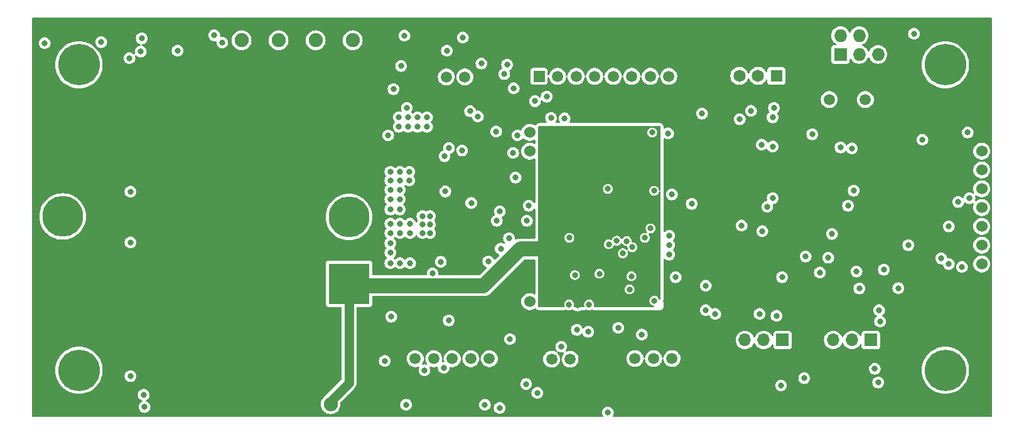
<source format=gbr>
%TF.GenerationSoftware,KiCad,Pcbnew,7.0.7*%
%TF.CreationDate,2024-03-21T09:31:29-04:00*%
%TF.ProjectId,BMB,424d422e-6b69-4636-9164-5f7063625858,rev?*%
%TF.SameCoordinates,Original*%
%TF.FileFunction,Copper,L3,Inr*%
%TF.FilePolarity,Positive*%
%FSLAX46Y46*%
G04 Gerber Fmt 4.6, Leading zero omitted, Abs format (unit mm)*
G04 Created by KiCad (PCBNEW 7.0.7) date 2024-03-21 09:31:29*
%MOMM*%
%LPD*%
G01*
G04 APERTURE LIST*
%TA.AperFunction,ComponentPad*%
%ADD10C,1.905000*%
%TD*%
%TA.AperFunction,ComponentPad*%
%ADD11C,5.500000*%
%TD*%
%TA.AperFunction,ComponentPad*%
%ADD12R,5.500000X5.500000*%
%TD*%
%TA.AperFunction,ComponentPad*%
%ADD13C,5.600000*%
%TD*%
%TA.AperFunction,ComponentPad*%
%ADD14R,1.727200X1.727200*%
%TD*%
%TA.AperFunction,ComponentPad*%
%ADD15O,1.727200X1.727200*%
%TD*%
%TA.AperFunction,ComponentPad*%
%ADD16C,1.524000*%
%TD*%
%TA.AperFunction,ComponentPad*%
%ADD17C,1.498600*%
%TD*%
%TA.AperFunction,ComponentPad*%
%ADD18C,1.501140*%
%TD*%
%TA.AperFunction,ComponentPad*%
%ADD19R,1.508000X1.508000*%
%TD*%
%TA.AperFunction,ComponentPad*%
%ADD20C,1.508000*%
%TD*%
%TA.AperFunction,ComponentPad*%
%ADD21R,1.700000X1.700000*%
%TD*%
%TA.AperFunction,ComponentPad*%
%ADD22O,1.700000X1.700000*%
%TD*%
%TA.AperFunction,ComponentPad*%
%ADD23R,1.650000X1.650000*%
%TD*%
%TA.AperFunction,ComponentPad*%
%ADD24C,1.650000*%
%TD*%
%TA.AperFunction,ViaPad*%
%ADD25C,0.800000*%
%TD*%
%TA.AperFunction,Conductor*%
%ADD26C,2.032000*%
%TD*%
%TA.AperFunction,Conductor*%
%ADD27C,1.270000*%
%TD*%
G04 APERTURE END LIST*
D10*
%TO.N,Net-(Q3-D)*%
%TO.C,FUSE1*%
X121666000Y-76454000D03*
%TD*%
D11*
%TO.N,/PACK+*%
%TO.C,PACK1*%
X97536000Y-100258000D03*
D12*
%TO.N,GNDPWR*%
X97536000Y-91258000D03*
%TD*%
D10*
%TO.N,+12V*%
%TO.C,12V1*%
X136652000Y-76454000D03*
%TD*%
D13*
%TO.N,unconnected-(Mount1-Pad1)*%
%TO.C,Mount1*%
X99745800Y-79756000D03*
%TD*%
%TO.N,unconnected-(Mount2-Pad1)*%
%TO.C,Mount2*%
X99745800Y-121031000D03*
%TD*%
D10*
%TO.N,+3.3V*%
%TO.C,3.3V1*%
X131656666Y-76454000D03*
%TD*%
D14*
%TO.N,Net-(IC1-PDI_DATA)*%
%TO.C,PROG1*%
X202428000Y-78364000D03*
D15*
%TO.N,+3.3V*%
X202428000Y-75824000D03*
%TO.N,/RX_MCU*%
X204968000Y-78364000D03*
%TO.N,/TX_MCU*%
X204968000Y-75824000D03*
%TO.N,Net-(IC1-~{RESET}{slash}PDI_CLK)*%
X207508000Y-78364000D03*
%TO.N,GNDPWR*%
X207508000Y-75824000D03*
%TD*%
D16*
%TO.N,GNDPWR*%
%TO.C,U8*%
X221488000Y-111760000D03*
X221488000Y-109220000D03*
%TO.N,+3.3V*%
X221488000Y-106680000D03*
X221488000Y-104140000D03*
%TO.N,/SCL*%
X221488000Y-101600000D03*
%TO.N,/SDA*%
X221488000Y-99060000D03*
X221488000Y-96520000D03*
%TO.N,Net-(U8-VCOMH)*%
X221488000Y-93980000D03*
%TO.N,+12V*%
X221488000Y-91440000D03*
%TO.N,GNDPWR*%
X221488000Y-88900000D03*
%TO.N,Net-(U8-IREF)*%
X160528000Y-88900000D03*
%TO.N,/OLED_RES*%
X160528000Y-91440000D03*
%TO.N,GNDPWR*%
X160528000Y-109220000D03*
%TO.N,+3.3V*%
X160528000Y-111760000D03*
%TD*%
D13*
%TO.N,unconnected-(Mount3-Pad1)*%
%TO.C,Mount3*%
X216585800Y-79756000D03*
%TD*%
D10*
%TO.N,/Vin*%
%TO.C,Vin1*%
X126661333Y-76454000D03*
%TD*%
D13*
%TO.N,unconnected-(Mount4-Pad1)*%
%TO.C,Mount4*%
X216585800Y-121031000D03*
%TD*%
D10*
%TO.N,GNDPWR*%
%TO.C,GNDPWR1*%
X129133600Y-125603000D03*
%TD*%
%TO.N,GND1*%
%TO.C,BAT-1*%
X133680200Y-125603000D03*
%TD*%
D11*
%TO.N,/BAT+*%
%TO.C,BAT1*%
X136144000Y-100330000D03*
D12*
%TO.N,GND1*%
X136144000Y-109330000D03*
%TD*%
D17*
%TO.N,/POD_SYS_PRES*%
%TO.C,SYS_PRES1*%
X149275800Y-81407000D03*
%TO.N,/Vin*%
X151775799Y-81407000D03*
%TD*%
D18*
%TO.N,Net-(IC1-PR1{slash}XTAL1{slash}TOSC1)*%
%TO.C,Y1*%
X205793340Y-84455000D03*
%TO.N,Net-(IC1-PR0{slash}XTAL2{slash}TOSC2)*%
X200911460Y-84455000D03*
%TD*%
D19*
%TO.N,Net-(THERMS1-Pin_1)*%
%TO.C,THERMS1*%
X161782850Y-81326600D03*
D20*
%TO.N,GND1*%
X164282850Y-81326600D03*
%TO.N,Net-(THERMS1-Pin_3)*%
X166782850Y-81326600D03*
%TO.N,GND1*%
X169282850Y-81326600D03*
%TO.N,Net-(THERMS1-Pin_5)*%
X171782850Y-81326600D03*
%TO.N,GND1*%
X174282850Y-81326600D03*
%TO.N,Net-(THERMS1-Pin_7)*%
X176782850Y-81326600D03*
%TO.N,GND1*%
X179282850Y-81326600D03*
%TD*%
D19*
%TO.N,GNDPWR*%
%TO.C,SMBUS_OUT1*%
X182227150Y-119435000D03*
D20*
%TO.N,Net-(SMBC_SEL1-B)*%
X179727150Y-119435000D03*
%TO.N,Net-(SMBD_SEL1-A)*%
X177227150Y-119435000D03*
%TO.N,unconnected-(SMBUS_OUT1-Pin_4-Pad4)*%
X174727150Y-119435000D03*
%TD*%
D17*
%TO.N,/BAT+*%
%TO.C,BALANCE1*%
X155088600Y-119463500D03*
%TO.N,Net-(BALANCE1-Pin_2)*%
X152588600Y-119463500D03*
%TO.N,Net-(BALANCE1-Pin_3)*%
X150088600Y-119463500D03*
%TO.N,Net-(BALANCE1-Pin_4)*%
X147588600Y-119463500D03*
%TO.N,GND1*%
X145088600Y-119463500D03*
%TD*%
D21*
%TO.N,/SCL*%
%TO.C,SMBC_SEL1*%
X194625200Y-116941600D03*
D22*
%TO.N,Net-(SMBC_SEL1-C)*%
X192085200Y-116941600D03*
%TO.N,Net-(SMBC_SEL1-B)*%
X189545200Y-116941600D03*
%TD*%
D23*
%TO.N,/RX_OUT*%
%TO.C,SERIAL_OUT1*%
X193798200Y-81254600D03*
D24*
%TO.N,GND*%
X191298200Y-81254600D03*
%TO.N,/TX_OUT*%
X188798200Y-81254600D03*
%TD*%
D17*
%TO.N,/Vin*%
%TO.C,REED1*%
X165974399Y-119532400D03*
%TO.N,/REED_OUT*%
X163474400Y-119532400D03*
%TD*%
D21*
%TO.N,Net-(SMBD_SEL1-A)*%
%TO.C,SMBD_SEL1*%
X206527400Y-116941600D03*
D22*
%TO.N,Net-(SMBD_SEL1-C)*%
X203987400Y-116941600D03*
%TO.N,/SDA*%
X201447400Y-116941600D03*
%TD*%
D25*
%TO.N,GNDPWR*%
X219456000Y-85979000D03*
X167309800Y-121793000D03*
X158435100Y-84963000D03*
X149860000Y-98552000D03*
X204978000Y-99060000D03*
X158623000Y-124587000D03*
X151333200Y-98577400D03*
X186309000Y-109728000D03*
X150368000Y-111455200D03*
X149860000Y-99949000D03*
X112522000Y-126619000D03*
X197358000Y-83185000D03*
X150266400Y-97434400D03*
X189484000Y-114173000D03*
X215392000Y-88646000D03*
X191770000Y-86868000D03*
X186309000Y-104775000D03*
X153035000Y-88392000D03*
X146227800Y-85064600D03*
X149352000Y-111963200D03*
X200370017Y-114294287D03*
X184785000Y-80899000D03*
X151333200Y-99974400D03*
X151333200Y-101193600D03*
X166776400Y-86578500D03*
X148336000Y-99949000D03*
X149860000Y-102489000D03*
X148336000Y-98552000D03*
X151384000Y-111912400D03*
X148336000Y-101219000D03*
X149860000Y-101219000D03*
X148336000Y-111455200D03*
X201041000Y-91059000D03*
X153111200Y-96723200D03*
X148336000Y-102489000D03*
X209296000Y-97663000D03*
X118877714Y-74681714D03*
X209473800Y-83032600D03*
%TO.N,GND*%
X177038000Y-88900000D03*
X189103000Y-101473000D03*
X182372000Y-98552000D03*
%TO.N,/Vin*%
X172257050Y-103540500D03*
X142875000Y-86868000D03*
X147066000Y-101346000D03*
X147066000Y-102489000D03*
X176819500Y-101854000D03*
X146685000Y-88138000D03*
X145415000Y-88138000D03*
X147066000Y-100203000D03*
X145415000Y-86868000D03*
X144145000Y-88138000D03*
X146050000Y-100203000D03*
X141859000Y-113792000D03*
X146050000Y-101346000D03*
X142875000Y-88138000D03*
X144145000Y-86868000D03*
X146050000Y-102489000D03*
X184277000Y-112903000D03*
X147421600Y-107950000D03*
X156083000Y-100838000D03*
X146685000Y-86868000D03*
X106680000Y-103759000D03*
%TO.N,Net-(Q3-G)*%
X143850298Y-125679200D03*
X154482800Y-125679200D03*
%TO.N,GND1*%
X163982400Y-90982800D03*
X219588714Y-88905714D03*
X170688000Y-90805000D03*
X175768000Y-96774000D03*
X219837000Y-97790000D03*
X172212000Y-96774000D03*
X218821000Y-107061000D03*
X167005000Y-112268000D03*
%TO.N,Net-(C19-Pad1)*%
X119068214Y-76777214D03*
X117983000Y-75783500D03*
X95123000Y-76835000D03*
%TO.N,/PACK+*%
X108458000Y-124333000D03*
X149034787Y-92130389D03*
X151413285Y-91344677D03*
X158299786Y-91658500D03*
%TO.N,+12V*%
X143002000Y-97917000D03*
X141732000Y-96647000D03*
X144272000Y-94234000D03*
X143002000Y-95377000D03*
X143002000Y-96647000D03*
X143002000Y-99314000D03*
X141732000Y-94234000D03*
X141732000Y-97917000D03*
X141732000Y-95377000D03*
X141732000Y-99314000D03*
X144272000Y-95377000D03*
X158623000Y-94996000D03*
X143002000Y-94234000D03*
%TO.N,+3.3V*%
X144399000Y-102489000D03*
X141732000Y-103886000D03*
X143002000Y-101219000D03*
X141732000Y-105156000D03*
X144399000Y-106553000D03*
X212344000Y-75565000D03*
X194564000Y-108458000D03*
X141732000Y-101219000D03*
X143002000Y-106553000D03*
X204597000Y-107696000D03*
X193277500Y-86868000D03*
X218313000Y-98298000D03*
X213487000Y-89880502D03*
X144399000Y-101219000D03*
X141732000Y-106553000D03*
X201295000Y-102616000D03*
X143002000Y-102489000D03*
X156489400Y-99542600D03*
X141732000Y-102489000D03*
X198628000Y-89154000D03*
%TO.N,/RX_MCU*%
X192551000Y-98933000D03*
%TO.N,Net-(D1-K)*%
X108077000Y-77978000D03*
X153543000Y-86741000D03*
%TO.N,/LEDCNTLB*%
X179324000Y-104140000D03*
%TO.N,/LEDCNTLC*%
X194411600Y-123088400D03*
X197535800Y-122097800D03*
X179324000Y-105410000D03*
%TO.N,/LEDCNTLA*%
X179324000Y-102870000D03*
%TO.N,/OLED_RES*%
X202438000Y-90932000D03*
X190373000Y-85979000D03*
X165227000Y-86995000D03*
X193456500Y-85598000D03*
%TO.N,/BAT+*%
X174244000Y-108331000D03*
X148920200Y-120700800D03*
X142148500Y-83058000D03*
X197739000Y-105664000D03*
X185547000Y-113411000D03*
X143941800Y-85572600D03*
X166878000Y-115570000D03*
X140970000Y-119761000D03*
%TO.N,Net-(BALANCE1-Pin_2)*%
X168402000Y-115824000D03*
X173990000Y-110109000D03*
X207772000Y-114427000D03*
X207060800Y-120827800D03*
%TO.N,Net-(BALANCE1-Pin_3)*%
X207645000Y-112903000D03*
X169926000Y-107985498D03*
X165826500Y-112141000D03*
X207518000Y-122682000D03*
%TO.N,Net-(BALANCE1-Pin_4)*%
X191897000Y-102235000D03*
X168529000Y-112141000D03*
X200787000Y-105826500D03*
X166624000Y-108168502D03*
X180213000Y-108458000D03*
X208280000Y-107442000D03*
%TO.N,/SDA*%
X199644000Y-107823000D03*
X203454000Y-98806000D03*
%TO.N,/PRES{slash}SHUTDN*%
X160045400Y-122885200D03*
X146329400Y-121031000D03*
X161544000Y-124079000D03*
%TO.N,Net-(SMBC_SEL1-C)*%
X191516000Y-113411000D03*
%TO.N,/SCL*%
X204216000Y-96774000D03*
X193802000Y-113665000D03*
%TO.N,/LDO_EN*%
X149148800Y-96875600D03*
X163398200Y-86944200D03*
X156006800Y-88773000D03*
X154940000Y-106334498D03*
X148539200Y-106375200D03*
X152635586Y-98418014D03*
%TO.N,Net-(Q2-D)*%
X161239200Y-84683600D03*
%TO.N,/PWR_PRES{slash}SHUTDN*%
X149606000Y-114300000D03*
X156616400Y-104597200D03*
%TO.N,Net-(U2-V3)*%
X210227911Y-109939089D03*
X204978000Y-109982000D03*
%TO.N,Net-(R26-Pad1)*%
X143637000Y-75819000D03*
X113030000Y-77851000D03*
%TO.N,Net-(U2-V1)*%
X211582000Y-104140000D03*
%TO.N,Net-(U7-PBI)*%
X171196000Y-104013000D03*
X160147000Y-100838000D03*
%TO.N,Net-(U7-PTC)*%
X184277000Y-109601000D03*
X106680000Y-96901000D03*
%TO.N,Net-(U20-C1-)*%
X193277500Y-90805000D03*
X193294000Y-97790000D03*
%TO.N,Net-(U20-C2-)*%
X191824500Y-90551000D03*
X183769000Y-86360000D03*
%TO.N,Net-(U20-ISOVcc)*%
X188849000Y-87122000D03*
X179197000Y-89027000D03*
%TO.N,/REED_OUT*%
X164769800Y-117830600D03*
X157866714Y-116820314D03*
X141442135Y-89309167D03*
X149645815Y-91017730D03*
%TO.N,Net-(U2-REG)*%
X217043000Y-101600000D03*
X216027000Y-105918000D03*
%TO.N,Net-(U2-OUT)*%
X217043000Y-106680000D03*
X171069000Y-126746000D03*
X156464000Y-126111000D03*
%TO.N,Net-(U7-FUSE)*%
X176062700Y-103124000D03*
%TO.N,Net-(U7-CHG)*%
X173101000Y-105230450D03*
X175646714Y-116205000D03*
X158886000Y-89290000D03*
X172466000Y-115297500D03*
X157480000Y-79756000D03*
%TO.N,Net-(U7-VCC)*%
X171069000Y-96520000D03*
X158369000Y-82931000D03*
X154000200Y-79596614D03*
X149352000Y-77851000D03*
X177329500Y-111633000D03*
X157093286Y-81020286D03*
X162814000Y-84074000D03*
%TO.N,Net-(R28-Pad1)*%
X108585000Y-125984000D03*
X106679500Y-121828500D03*
%TO.N,Net-(U7-DSG)*%
X173608500Y-103581528D03*
X165862000Y-103124000D03*
X157734000Y-103200200D03*
%TO.N,Net-(R29-Pad1)*%
X106553000Y-78867000D03*
X102743000Y-76708000D03*
X108204000Y-76200000D03*
%TO.N,Net-(U7-PACK)*%
X160401000Y-98806000D03*
X174371000Y-104394000D03*
%TO.N,/DISP*%
X179705000Y-97282000D03*
%TO.N,Net-(IC1-AC1OUT{slash}AC6{slash}ADC6{slash}PA6)*%
X203962000Y-91059000D03*
%TO.N,/REED_MCU*%
X152476200Y-86029800D03*
X151511000Y-76073000D03*
%TO.N,Net-(R25-Pad1)*%
X143176014Y-79937586D03*
%TO.N,/BQ_PRES{slash}SHUTDN*%
X177292000Y-96774000D03*
%TD*%
D26*
%TO.N,GND1*%
X162560000Y-104648000D02*
X159258000Y-104648000D01*
D27*
X136144000Y-122732800D02*
X133604000Y-125272800D01*
X137625600Y-109330000D02*
X137896600Y-109601000D01*
X133604000Y-125272800D02*
X133604000Y-125628400D01*
X136144000Y-109330000D02*
X136144000Y-122732800D01*
D26*
X154305000Y-109601000D02*
X137896600Y-109601000D01*
D27*
X136144000Y-109330000D02*
X137625600Y-109330000D01*
D26*
X159258000Y-104648000D02*
X154305000Y-109601000D01*
%TD*%
%TA.AperFunction,Conductor*%
%TO.N,GNDPWR*%
G36*
X222828039Y-73425685D02*
G01*
X222873794Y-73478489D01*
X222885000Y-73530000D01*
X222885000Y-127231100D01*
X222865315Y-127298139D01*
X222812511Y-127343894D01*
X222761000Y-127355100D01*
X171833607Y-127355100D01*
X171766568Y-127335415D01*
X171720813Y-127282611D01*
X171710869Y-127213453D01*
X171728613Y-127165128D01*
X171744895Y-127139213D01*
X171777562Y-127087226D01*
X171835727Y-126921000D01*
X171842449Y-126861341D01*
X171855445Y-126746003D01*
X171855445Y-126745996D01*
X171835728Y-126571005D01*
X171835727Y-126571003D01*
X171835727Y-126571000D01*
X171794166Y-126452226D01*
X171777561Y-126404770D01*
X171683871Y-126255665D01*
X171683866Y-126255659D01*
X171559340Y-126131133D01*
X171559334Y-126131128D01*
X171410229Y-126037438D01*
X171243994Y-125979271D01*
X171069004Y-125959555D01*
X171068996Y-125959555D01*
X170894005Y-125979271D01*
X170727770Y-126037438D01*
X170578665Y-126131128D01*
X170578659Y-126131133D01*
X170454133Y-126255659D01*
X170454128Y-126255665D01*
X170360438Y-126404770D01*
X170302271Y-126571005D01*
X170282555Y-126745996D01*
X170282555Y-126746003D01*
X170302271Y-126920994D01*
X170302272Y-126920999D01*
X170302273Y-126921000D01*
X170302536Y-126921752D01*
X170360437Y-127087225D01*
X170409387Y-127165128D01*
X170428387Y-127232365D01*
X170408019Y-127299200D01*
X170354752Y-127344414D01*
X170304393Y-127355100D01*
X93520300Y-127355100D01*
X93453261Y-127335415D01*
X93407506Y-127282611D01*
X93396300Y-127231100D01*
X93396300Y-124333003D01*
X107671555Y-124333003D01*
X107691271Y-124507994D01*
X107749438Y-124674229D01*
X107843128Y-124823334D01*
X107843133Y-124823340D01*
X107967659Y-124947866D01*
X107967665Y-124947871D01*
X108116770Y-125041561D01*
X108150602Y-125053399D01*
X108194381Y-125068718D01*
X108251156Y-125109438D01*
X108276904Y-125174391D01*
X108263448Y-125242952D01*
X108219399Y-125290752D01*
X108094662Y-125369131D01*
X108094659Y-125369133D01*
X107970133Y-125493659D01*
X107970128Y-125493665D01*
X107876438Y-125642770D01*
X107818271Y-125809005D01*
X107798555Y-125983996D01*
X107798555Y-125984003D01*
X107818271Y-126158994D01*
X107876438Y-126325229D01*
X107970128Y-126474334D01*
X107970133Y-126474340D01*
X108094659Y-126598866D01*
X108094665Y-126598871D01*
X108243770Y-126692561D01*
X108301580Y-126712789D01*
X108410000Y-126750727D01*
X108410003Y-126750727D01*
X108410005Y-126750728D01*
X108584996Y-126770445D01*
X108585000Y-126770445D01*
X108585004Y-126770445D01*
X108759994Y-126750728D01*
X108759995Y-126750727D01*
X108760000Y-126750727D01*
X108926226Y-126692562D01*
X108926225Y-126692562D01*
X108926229Y-126692561D01*
X109075334Y-126598871D01*
X109075335Y-126598870D01*
X109075340Y-126598867D01*
X109199867Y-126474340D01*
X109199871Y-126474334D01*
X109293561Y-126325229D01*
X109296078Y-126318033D01*
X109351727Y-126159000D01*
X109354867Y-126131133D01*
X109371445Y-125984003D01*
X109371445Y-125983996D01*
X109351728Y-125809005D01*
X109351727Y-125809003D01*
X109351727Y-125809000D01*
X109293562Y-125642774D01*
X109293561Y-125642770D01*
X109268572Y-125603001D01*
X132341104Y-125603001D01*
X132361447Y-125835526D01*
X132361449Y-125835537D01*
X132421858Y-126060990D01*
X132421860Y-126060994D01*
X132421861Y-126060998D01*
X132454566Y-126131133D01*
X132520508Y-126272547D01*
X132520509Y-126272549D01*
X132601182Y-126387761D01*
X132654393Y-126463754D01*
X132819446Y-126628807D01*
X132925721Y-126703222D01*
X133010650Y-126762690D01*
X133010652Y-126762691D01*
X133222202Y-126861339D01*
X133447668Y-126921752D01*
X133613762Y-126936283D01*
X133680198Y-126942096D01*
X133680200Y-126942096D01*
X133680202Y-126942096D01*
X133738332Y-126937010D01*
X133912732Y-126921752D01*
X134138198Y-126861339D01*
X134349748Y-126762691D01*
X134540954Y-126628807D01*
X134706007Y-126463754D01*
X134839891Y-126272548D01*
X134938539Y-126060998D01*
X134998952Y-125835532D01*
X135012629Y-125679203D01*
X143063853Y-125679203D01*
X143083569Y-125854194D01*
X143141736Y-126020429D01*
X143235426Y-126169534D01*
X143235431Y-126169540D01*
X143359957Y-126294066D01*
X143359963Y-126294071D01*
X143509068Y-126387761D01*
X143557678Y-126404770D01*
X143675298Y-126445927D01*
X143675301Y-126445927D01*
X143675303Y-126445928D01*
X143850294Y-126465645D01*
X143850298Y-126465645D01*
X143850302Y-126465645D01*
X144025292Y-126445928D01*
X144025293Y-126445927D01*
X144025298Y-126445927D01*
X144191524Y-126387762D01*
X144191523Y-126387762D01*
X144191527Y-126387761D01*
X144340632Y-126294071D01*
X144340633Y-126294070D01*
X144340638Y-126294067D01*
X144465165Y-126169540D01*
X144489301Y-126131128D01*
X144558859Y-126020429D01*
X144573261Y-125979271D01*
X144617025Y-125854200D01*
X144619128Y-125835537D01*
X144636743Y-125679203D01*
X153696355Y-125679203D01*
X153716071Y-125854194D01*
X153774238Y-126020429D01*
X153867928Y-126169534D01*
X153867933Y-126169540D01*
X153992459Y-126294066D01*
X153992465Y-126294071D01*
X154141570Y-126387761D01*
X154190180Y-126404770D01*
X154307800Y-126445927D01*
X154307803Y-126445927D01*
X154307805Y-126445928D01*
X154482796Y-126465645D01*
X154482800Y-126465645D01*
X154482804Y-126465645D01*
X154657794Y-126445928D01*
X154657795Y-126445927D01*
X154657800Y-126445927D01*
X154824026Y-126387762D01*
X154824025Y-126387762D01*
X154824029Y-126387761D01*
X154973134Y-126294071D01*
X154973135Y-126294070D01*
X154973140Y-126294067D01*
X155097667Y-126169540D01*
X155121803Y-126131128D01*
X155134449Y-126111003D01*
X155677555Y-126111003D01*
X155697271Y-126285994D01*
X155755438Y-126452229D01*
X155849128Y-126601334D01*
X155849133Y-126601340D01*
X155973659Y-126725866D01*
X155973665Y-126725871D01*
X156122770Y-126819561D01*
X156180580Y-126839789D01*
X156289000Y-126877727D01*
X156289003Y-126877727D01*
X156289005Y-126877728D01*
X156463996Y-126897445D01*
X156464000Y-126897445D01*
X156464004Y-126897445D01*
X156638994Y-126877728D01*
X156638995Y-126877727D01*
X156639000Y-126877727D01*
X156805226Y-126819562D01*
X156805225Y-126819562D01*
X156805229Y-126819561D01*
X156954334Y-126725871D01*
X156954335Y-126725870D01*
X156954340Y-126725867D01*
X157078867Y-126601340D01*
X157078871Y-126601334D01*
X157172561Y-126452229D01*
X157189166Y-126404774D01*
X157230727Y-126286000D01*
X157245037Y-126159000D01*
X157250445Y-126111003D01*
X157250445Y-126110996D01*
X157230728Y-125936005D01*
X157230727Y-125936003D01*
X157230727Y-125936000D01*
X157172562Y-125769774D01*
X157172561Y-125769770D01*
X157078871Y-125620665D01*
X157078866Y-125620659D01*
X156954340Y-125496133D01*
X156954334Y-125496128D01*
X156805229Y-125402438D01*
X156638994Y-125344271D01*
X156464004Y-125324555D01*
X156463996Y-125324555D01*
X156289005Y-125344271D01*
X156122770Y-125402438D01*
X155973665Y-125496128D01*
X155973659Y-125496133D01*
X155849133Y-125620659D01*
X155849128Y-125620665D01*
X155755438Y-125769770D01*
X155697271Y-125936005D01*
X155677555Y-126110996D01*
X155677555Y-126111003D01*
X155134449Y-126111003D01*
X155191361Y-126020429D01*
X155205763Y-125979271D01*
X155249527Y-125854200D01*
X155251630Y-125835537D01*
X155269245Y-125679203D01*
X155269245Y-125679196D01*
X155249528Y-125504205D01*
X155249527Y-125504203D01*
X155249527Y-125504200D01*
X155193566Y-125344273D01*
X155191361Y-125337970D01*
X155097671Y-125188865D01*
X155097666Y-125188859D01*
X154973140Y-125064333D01*
X154973134Y-125064328D01*
X154824029Y-124970638D01*
X154657794Y-124912471D01*
X154482804Y-124892755D01*
X154482796Y-124892755D01*
X154307805Y-124912471D01*
X154141570Y-124970638D01*
X153992465Y-125064328D01*
X153992459Y-125064333D01*
X153867933Y-125188859D01*
X153867928Y-125188865D01*
X153774238Y-125337970D01*
X153716071Y-125504205D01*
X153696355Y-125679196D01*
X153696355Y-125679203D01*
X144636743Y-125679203D01*
X144636743Y-125679196D01*
X144617026Y-125504205D01*
X144617025Y-125504203D01*
X144617025Y-125504200D01*
X144561064Y-125344273D01*
X144558859Y-125337970D01*
X144465169Y-125188865D01*
X144465164Y-125188859D01*
X144340638Y-125064333D01*
X144340632Y-125064328D01*
X144191527Y-124970638D01*
X144025292Y-124912471D01*
X143850302Y-124892755D01*
X143850294Y-124892755D01*
X143675303Y-124912471D01*
X143509068Y-124970638D01*
X143359963Y-125064328D01*
X143359957Y-125064333D01*
X143235431Y-125188859D01*
X143235426Y-125188865D01*
X143141736Y-125337970D01*
X143083569Y-125504205D01*
X143063853Y-125679196D01*
X143063853Y-125679203D01*
X135012629Y-125679203D01*
X135019296Y-125603000D01*
X134999560Y-125377424D01*
X135013326Y-125308928D01*
X135035404Y-125278942D01*
X136235343Y-124079003D01*
X160757555Y-124079003D01*
X160777271Y-124253994D01*
X160835438Y-124420229D01*
X160929128Y-124569334D01*
X160929133Y-124569340D01*
X161053659Y-124693866D01*
X161053665Y-124693871D01*
X161202770Y-124787561D01*
X161260580Y-124807789D01*
X161369000Y-124845727D01*
X161369003Y-124845727D01*
X161369005Y-124845728D01*
X161543996Y-124865445D01*
X161544000Y-124865445D01*
X161544004Y-124865445D01*
X161718994Y-124845728D01*
X161718995Y-124845727D01*
X161719000Y-124845727D01*
X161885226Y-124787562D01*
X161885225Y-124787562D01*
X161885229Y-124787561D01*
X162034334Y-124693871D01*
X162034335Y-124693870D01*
X162034340Y-124693867D01*
X162158867Y-124569340D01*
X162197410Y-124508000D01*
X162252561Y-124420229D01*
X162255078Y-124413033D01*
X162310727Y-124254000D01*
X162314838Y-124217513D01*
X162330445Y-124079003D01*
X162330445Y-124078996D01*
X162310728Y-123904005D01*
X162310727Y-123904003D01*
X162310727Y-123904000D01*
X162252562Y-123737774D01*
X162252561Y-123737770D01*
X162158871Y-123588665D01*
X162158866Y-123588659D01*
X162034340Y-123464133D01*
X162034334Y-123464128D01*
X161885229Y-123370438D01*
X161733385Y-123317306D01*
X161719000Y-123312273D01*
X161718999Y-123312272D01*
X161718994Y-123312271D01*
X161544004Y-123292555D01*
X161543996Y-123292555D01*
X161369005Y-123312271D01*
X161202770Y-123370438D01*
X161053665Y-123464128D01*
X161053659Y-123464133D01*
X160929133Y-123588659D01*
X160929128Y-123588665D01*
X160835438Y-123737770D01*
X160777271Y-123904005D01*
X160757555Y-124078996D01*
X160757555Y-124079003D01*
X136235343Y-124079003D01*
X136825312Y-123489034D01*
X136829815Y-123484954D01*
X136866251Y-123455053D01*
X136983426Y-123312275D01*
X136986896Y-123308046D01*
X136993278Y-123300270D01*
X137087667Y-123123680D01*
X137093018Y-123106040D01*
X137098370Y-123088399D01*
X137119800Y-123017753D01*
X137145792Y-122932069D01*
X137150408Y-122885203D01*
X159258955Y-122885203D01*
X159278671Y-123060194D01*
X159336838Y-123226429D01*
X159430528Y-123375534D01*
X159430533Y-123375540D01*
X159555059Y-123500066D01*
X159555065Y-123500071D01*
X159704170Y-123593761D01*
X159761980Y-123613989D01*
X159870400Y-123651927D01*
X159870403Y-123651927D01*
X159870405Y-123651928D01*
X160045396Y-123671645D01*
X160045400Y-123671645D01*
X160045404Y-123671645D01*
X160220394Y-123651928D01*
X160220395Y-123651927D01*
X160220400Y-123651927D01*
X160386626Y-123593762D01*
X160386625Y-123593762D01*
X160386629Y-123593761D01*
X160535734Y-123500071D01*
X160535735Y-123500070D01*
X160535740Y-123500067D01*
X160660267Y-123375540D01*
X160663473Y-123370438D01*
X160753961Y-123226429D01*
X160756478Y-123219233D01*
X160802258Y-123088403D01*
X193625155Y-123088403D01*
X193644871Y-123263394D01*
X193703038Y-123429629D01*
X193796728Y-123578734D01*
X193796733Y-123578740D01*
X193921259Y-123703266D01*
X193921265Y-123703271D01*
X194070370Y-123796961D01*
X194128180Y-123817189D01*
X194236600Y-123855127D01*
X194236603Y-123855127D01*
X194236605Y-123855128D01*
X194411596Y-123874845D01*
X194411600Y-123874845D01*
X194411604Y-123874845D01*
X194586594Y-123855128D01*
X194586595Y-123855127D01*
X194586600Y-123855127D01*
X194752826Y-123796962D01*
X194752825Y-123796962D01*
X194752829Y-123796961D01*
X194901934Y-123703271D01*
X194901935Y-123703270D01*
X194901940Y-123703267D01*
X195026467Y-123578740D01*
X195034302Y-123566271D01*
X195120161Y-123429629D01*
X195133831Y-123390561D01*
X195178327Y-123263400D01*
X195198045Y-123088400D01*
X195190085Y-123017758D01*
X195178328Y-122913405D01*
X195178327Y-122913403D01*
X195178327Y-122913400D01*
X195120162Y-122747174D01*
X195120161Y-122747170D01*
X195026471Y-122598065D01*
X195026466Y-122598059D01*
X194901940Y-122473533D01*
X194901934Y-122473528D01*
X194752829Y-122379838D01*
X194586594Y-122321671D01*
X194411604Y-122301955D01*
X194411596Y-122301955D01*
X194236605Y-122321671D01*
X194070370Y-122379838D01*
X193921265Y-122473528D01*
X193921259Y-122473533D01*
X193796733Y-122598059D01*
X193796728Y-122598065D01*
X193703038Y-122747170D01*
X193644871Y-122913405D01*
X193625155Y-123088396D01*
X193625155Y-123088403D01*
X160802258Y-123088403D01*
X160812127Y-123060200D01*
X160826564Y-122932069D01*
X160831845Y-122885203D01*
X160831845Y-122885196D01*
X160812128Y-122710205D01*
X160812127Y-122710203D01*
X160812127Y-122710200D01*
X160753962Y-122543974D01*
X160753961Y-122543970D01*
X160660271Y-122394865D01*
X160660266Y-122394859D01*
X160535740Y-122270333D01*
X160535734Y-122270328D01*
X160386629Y-122176638D01*
X160220394Y-122118471D01*
X160045404Y-122098755D01*
X160045396Y-122098755D01*
X159870405Y-122118471D01*
X159704170Y-122176638D01*
X159555065Y-122270328D01*
X159555059Y-122270333D01*
X159430533Y-122394859D01*
X159430528Y-122394865D01*
X159336838Y-122543970D01*
X159278671Y-122710205D01*
X159258955Y-122885196D01*
X159258955Y-122885203D01*
X137150408Y-122885203D01*
X137160500Y-122782734D01*
X137160500Y-122782731D01*
X137165418Y-122732800D01*
X137160799Y-122685900D01*
X137160500Y-122679819D01*
X137160500Y-122097803D01*
X196749355Y-122097803D01*
X196769071Y-122272794D01*
X196827238Y-122439029D01*
X196920928Y-122588134D01*
X196920933Y-122588140D01*
X197045459Y-122712666D01*
X197045465Y-122712671D01*
X197194570Y-122806361D01*
X197252380Y-122826589D01*
X197360800Y-122864527D01*
X197360803Y-122864527D01*
X197360805Y-122864528D01*
X197535796Y-122884245D01*
X197535800Y-122884245D01*
X197535804Y-122884245D01*
X197710794Y-122864528D01*
X197710795Y-122864527D01*
X197710800Y-122864527D01*
X197877026Y-122806362D01*
X197877025Y-122806362D01*
X197877029Y-122806361D01*
X198026134Y-122712671D01*
X198026135Y-122712670D01*
X198026140Y-122712667D01*
X198056804Y-122682003D01*
X206731555Y-122682003D01*
X206751271Y-122856994D01*
X206809438Y-123023229D01*
X206903128Y-123172334D01*
X206903133Y-123172340D01*
X207027659Y-123296866D01*
X207027665Y-123296871D01*
X207176770Y-123390561D01*
X207234580Y-123410789D01*
X207343000Y-123448727D01*
X207343003Y-123448727D01*
X207343005Y-123448728D01*
X207517996Y-123468445D01*
X207518000Y-123468445D01*
X207518004Y-123468445D01*
X207692994Y-123448728D01*
X207692995Y-123448727D01*
X207693000Y-123448727D01*
X207859226Y-123390562D01*
X207859225Y-123390562D01*
X207859229Y-123390561D01*
X208008334Y-123296871D01*
X208008335Y-123296870D01*
X208008340Y-123296867D01*
X208132867Y-123172340D01*
X208163442Y-123123681D01*
X208226561Y-123023229D01*
X208258460Y-122932066D01*
X208284727Y-122857000D01*
X208293095Y-122782732D01*
X208304445Y-122682003D01*
X208304445Y-122681996D01*
X208284728Y-122507005D01*
X208284727Y-122507003D01*
X208284727Y-122507000D01*
X208226562Y-122340774D01*
X208226561Y-122340770D01*
X208132871Y-122191665D01*
X208132866Y-122191659D01*
X208008340Y-122067133D01*
X208008334Y-122067128D01*
X207859229Y-121973438D01*
X207692994Y-121915271D01*
X207518004Y-121895555D01*
X207517996Y-121895555D01*
X207343005Y-121915271D01*
X207176770Y-121973438D01*
X207027665Y-122067128D01*
X207027659Y-122067133D01*
X206903133Y-122191659D01*
X206903128Y-122191665D01*
X206809438Y-122340770D01*
X206751271Y-122507005D01*
X206731555Y-122681996D01*
X206731555Y-122682003D01*
X198056804Y-122682003D01*
X198150667Y-122588140D01*
X198150671Y-122588134D01*
X198244361Y-122439029D01*
X198253268Y-122413574D01*
X198302527Y-122272800D01*
X198302806Y-122270328D01*
X198322245Y-122097803D01*
X198322245Y-122097796D01*
X198302528Y-121922805D01*
X198302527Y-121922803D01*
X198302527Y-121922800D01*
X198264589Y-121814380D01*
X198244361Y-121756570D01*
X198150671Y-121607465D01*
X198150666Y-121607459D01*
X198026140Y-121482933D01*
X198026134Y-121482928D01*
X197877029Y-121389238D01*
X197710794Y-121331071D01*
X197535804Y-121311355D01*
X197535796Y-121311355D01*
X197360805Y-121331071D01*
X197194570Y-121389238D01*
X197045465Y-121482928D01*
X197045459Y-121482933D01*
X196920933Y-121607459D01*
X196920928Y-121607465D01*
X196827238Y-121756570D01*
X196769071Y-121922805D01*
X196749355Y-122097796D01*
X196749355Y-122097803D01*
X137160500Y-122097803D01*
X137160500Y-119761003D01*
X140183555Y-119761003D01*
X140203271Y-119935994D01*
X140261438Y-120102229D01*
X140355128Y-120251334D01*
X140355133Y-120251340D01*
X140479659Y-120375866D01*
X140479665Y-120375871D01*
X140628770Y-120469561D01*
X140677380Y-120486570D01*
X140795000Y-120527727D01*
X140795003Y-120527727D01*
X140795005Y-120527728D01*
X140969996Y-120547445D01*
X140970000Y-120547445D01*
X140970004Y-120547445D01*
X141144994Y-120527728D01*
X141144995Y-120527727D01*
X141145000Y-120527727D01*
X141311226Y-120469562D01*
X141311225Y-120469562D01*
X141311229Y-120469561D01*
X141460334Y-120375871D01*
X141460335Y-120375870D01*
X141460340Y-120375867D01*
X141584867Y-120251340D01*
X141584886Y-120251310D01*
X141678561Y-120102229D01*
X141691506Y-120065234D01*
X141736727Y-119936000D01*
X141737422Y-119929833D01*
X141756445Y-119761003D01*
X141756445Y-119760996D01*
X141736728Y-119586005D01*
X141736727Y-119586003D01*
X141736727Y-119586000D01*
X141693863Y-119463500D01*
X143952956Y-119463500D01*
X143972292Y-119672174D01*
X144029644Y-119873745D01*
X144086626Y-119988179D01*
X144123056Y-120061340D01*
X144237534Y-120212933D01*
X144249350Y-120228579D01*
X144274285Y-120251310D01*
X144404222Y-120369763D01*
X144539928Y-120453789D01*
X144565401Y-120469562D01*
X144582400Y-120480087D01*
X144777816Y-120555792D01*
X144983816Y-120594300D01*
X144983818Y-120594300D01*
X145193382Y-120594300D01*
X145193384Y-120594300D01*
X145399384Y-120555792D01*
X145459206Y-120532616D01*
X145528825Y-120526754D01*
X145590565Y-120559463D01*
X145624821Y-120620359D01*
X145621039Y-120689197D01*
X145562671Y-120856005D01*
X145542955Y-121030996D01*
X145542955Y-121031003D01*
X145562671Y-121205994D01*
X145620838Y-121372229D01*
X145714528Y-121521334D01*
X145714533Y-121521340D01*
X145839059Y-121645866D01*
X145839065Y-121645871D01*
X145988170Y-121739561D01*
X146036780Y-121756570D01*
X146154400Y-121797727D01*
X146154403Y-121797727D01*
X146154405Y-121797728D01*
X146329396Y-121817445D01*
X146329400Y-121817445D01*
X146329404Y-121817445D01*
X146504394Y-121797728D01*
X146504395Y-121797727D01*
X146504400Y-121797727D01*
X146670626Y-121739562D01*
X146670625Y-121739562D01*
X146670629Y-121739561D01*
X146819734Y-121645871D01*
X146819735Y-121645870D01*
X146819740Y-121645867D01*
X146944267Y-121521340D01*
X146944271Y-121521334D01*
X147037961Y-121372229D01*
X147049882Y-121338160D01*
X147096127Y-121206000D01*
X147096128Y-121205994D01*
X147115845Y-121031003D01*
X147115845Y-121030996D01*
X147096128Y-120856005D01*
X147096127Y-120856003D01*
X147096127Y-120856000D01*
X147041820Y-120700800D01*
X147035662Y-120683200D01*
X147037978Y-120682389D01*
X147028481Y-120624718D01*
X147056202Y-120560583D01*
X147114197Y-120521617D01*
X147184052Y-120520191D01*
X147196331Y-120524224D01*
X147277816Y-120555792D01*
X147483816Y-120594300D01*
X147483818Y-120594300D01*
X147693382Y-120594300D01*
X147693384Y-120594300D01*
X147899384Y-120555792D01*
X147970597Y-120528203D01*
X148040217Y-120522341D01*
X148101958Y-120555050D01*
X148136213Y-120615946D01*
X148138609Y-120657713D01*
X148133755Y-120700795D01*
X148133755Y-120700803D01*
X148153471Y-120875794D01*
X148211638Y-121042029D01*
X148305328Y-121191134D01*
X148305333Y-121191140D01*
X148429859Y-121315666D01*
X148429865Y-121315671D01*
X148578970Y-121409361D01*
X148636780Y-121429589D01*
X148745200Y-121467527D01*
X148745203Y-121467527D01*
X148745205Y-121467528D01*
X148920196Y-121487245D01*
X148920200Y-121487245D01*
X148920204Y-121487245D01*
X149095194Y-121467528D01*
X149095195Y-121467527D01*
X149095200Y-121467527D01*
X149261426Y-121409362D01*
X149261425Y-121409362D01*
X149261429Y-121409361D01*
X149410534Y-121315671D01*
X149410535Y-121315670D01*
X149410540Y-121315667D01*
X149535067Y-121191140D01*
X149535071Y-121191134D01*
X149628761Y-121042029D01*
X149642490Y-121002794D01*
X149686927Y-120875800D01*
X149686928Y-120875794D01*
X149692335Y-120827803D01*
X206274355Y-120827803D01*
X206294071Y-121002794D01*
X206352238Y-121169029D01*
X206445928Y-121318134D01*
X206445933Y-121318140D01*
X206570459Y-121442666D01*
X206570465Y-121442671D01*
X206719570Y-121536361D01*
X206777380Y-121556589D01*
X206885800Y-121594527D01*
X206885803Y-121594527D01*
X206885805Y-121594528D01*
X207060796Y-121614245D01*
X207060800Y-121614245D01*
X207060804Y-121614245D01*
X207235794Y-121594528D01*
X207235795Y-121594527D01*
X207235800Y-121594527D01*
X207402026Y-121536362D01*
X207402025Y-121536362D01*
X207402029Y-121536361D01*
X207551134Y-121442671D01*
X207551135Y-121442670D01*
X207551140Y-121442667D01*
X207675667Y-121318140D01*
X207675671Y-121318134D01*
X207769361Y-121169029D01*
X207771878Y-121161833D01*
X207817659Y-121031000D01*
X213399287Y-121031000D01*
X213419322Y-121387771D01*
X213419324Y-121387783D01*
X213479179Y-121740062D01*
X213479181Y-121740071D01*
X213555071Y-122003494D01*
X213578103Y-122083439D01*
X213656537Y-122272794D01*
X213714850Y-122413574D01*
X213887704Y-122726331D01*
X213887707Y-122726336D01*
X214094480Y-123017753D01*
X214094484Y-123017758D01*
X214332595Y-123284205D01*
X214599042Y-123522316D01*
X214599045Y-123522318D01*
X214599046Y-123522319D01*
X214890463Y-123729092D01*
X214890468Y-123729095D01*
X214890471Y-123729096D01*
X214890473Y-123729098D01*
X215203224Y-123901949D01*
X215533361Y-124038697D01*
X215876734Y-124137620D01*
X216229024Y-124197477D01*
X216585800Y-124217513D01*
X216942576Y-124197477D01*
X217294866Y-124137620D01*
X217638239Y-124038697D01*
X217968376Y-123901949D01*
X218281127Y-123729098D01*
X218281132Y-123729094D01*
X218281136Y-123729092D01*
X218428631Y-123624438D01*
X218572558Y-123522316D01*
X218839005Y-123284205D01*
X219077116Y-123017758D01*
X219243875Y-122782734D01*
X219283892Y-122726336D01*
X219283895Y-122726331D01*
X219283898Y-122726327D01*
X219456749Y-122413576D01*
X219593497Y-122083439D01*
X219692420Y-121740066D01*
X219752277Y-121387776D01*
X219772313Y-121031000D01*
X219752277Y-120674224D01*
X219692420Y-120321934D01*
X219593497Y-119978561D01*
X219456749Y-119648424D01*
X219283898Y-119335673D01*
X219283896Y-119335671D01*
X219283895Y-119335668D01*
X219283892Y-119335663D01*
X219077119Y-119044246D01*
X219077118Y-119044245D01*
X219077116Y-119044242D01*
X218839005Y-118777795D01*
X218572558Y-118539684D01*
X218572555Y-118539682D01*
X218572553Y-118539680D01*
X218281136Y-118332907D01*
X218281131Y-118332904D01*
X217968374Y-118160050D01*
X217882143Y-118124332D01*
X217638239Y-118023303D01*
X217638235Y-118023301D01*
X217638233Y-118023301D01*
X217294871Y-117924381D01*
X217294862Y-117924379D01*
X216942583Y-117864524D01*
X216942571Y-117864522D01*
X216611639Y-117845938D01*
X216585800Y-117844487D01*
X216585799Y-117844487D01*
X216229028Y-117864522D01*
X216229016Y-117864524D01*
X215876737Y-117924379D01*
X215876728Y-117924381D01*
X215533366Y-118023301D01*
X215203225Y-118160050D01*
X214890468Y-118332904D01*
X214890463Y-118332907D01*
X214599046Y-118539680D01*
X214332595Y-118777795D01*
X214094480Y-119044246D01*
X213887707Y-119335663D01*
X213887704Y-119335668D01*
X213714850Y-119648425D01*
X213578101Y-119978566D01*
X213479181Y-120321928D01*
X213479179Y-120321937D01*
X213419324Y-120674216D01*
X213419322Y-120674228D01*
X213399287Y-121031000D01*
X207817659Y-121031000D01*
X207827527Y-121002800D01*
X207841837Y-120875800D01*
X207847245Y-120827803D01*
X207847245Y-120827796D01*
X207827528Y-120652805D01*
X207827527Y-120652803D01*
X207827527Y-120652800D01*
X207785473Y-120532617D01*
X207769361Y-120486570D01*
X207675671Y-120337465D01*
X207675666Y-120337459D01*
X207551140Y-120212933D01*
X207551134Y-120212928D01*
X207402029Y-120119238D01*
X207235794Y-120061071D01*
X207060804Y-120041355D01*
X207060796Y-120041355D01*
X206885805Y-120061071D01*
X206719570Y-120119238D01*
X206570465Y-120212928D01*
X206570459Y-120212933D01*
X206445933Y-120337459D01*
X206445928Y-120337465D01*
X206352238Y-120486570D01*
X206294071Y-120652805D01*
X206274355Y-120827796D01*
X206274355Y-120827803D01*
X149692335Y-120827803D01*
X149706645Y-120700803D01*
X149706645Y-120693836D01*
X149709266Y-120693836D01*
X149719238Y-120636850D01*
X149766579Y-120585463D01*
X149834186Y-120567828D01*
X149853181Y-120569880D01*
X149983816Y-120594300D01*
X149983819Y-120594300D01*
X150193382Y-120594300D01*
X150193384Y-120594300D01*
X150399384Y-120555792D01*
X150594800Y-120480087D01*
X150772978Y-120369763D01*
X150927851Y-120228578D01*
X151054144Y-120061340D01*
X151147556Y-119873742D01*
X151204908Y-119672174D01*
X151215129Y-119561868D01*
X151240915Y-119496932D01*
X151286106Y-119464560D01*
X151388131Y-119464560D01*
X151428103Y-119487489D01*
X151460293Y-119549502D01*
X151462071Y-119561869D01*
X151472292Y-119672174D01*
X151529644Y-119873745D01*
X151586626Y-119988179D01*
X151623056Y-120061340D01*
X151737534Y-120212933D01*
X151749350Y-120228579D01*
X151774285Y-120251310D01*
X151904222Y-120369763D01*
X152039928Y-120453789D01*
X152065401Y-120469562D01*
X152082400Y-120480087D01*
X152277816Y-120555792D01*
X152483816Y-120594300D01*
X152483818Y-120594300D01*
X152693382Y-120594300D01*
X152693384Y-120594300D01*
X152899384Y-120555792D01*
X153094800Y-120480087D01*
X153272978Y-120369763D01*
X153427851Y-120228578D01*
X153554144Y-120061340D01*
X153647556Y-119873742D01*
X153704908Y-119672174D01*
X153715129Y-119561868D01*
X153740915Y-119496932D01*
X153786106Y-119464560D01*
X153888131Y-119464560D01*
X153928103Y-119487489D01*
X153960293Y-119549502D01*
X153962071Y-119561869D01*
X153972292Y-119672174D01*
X154029644Y-119873745D01*
X154086626Y-119988179D01*
X154123056Y-120061340D01*
X154237534Y-120212933D01*
X154249350Y-120228579D01*
X154274285Y-120251310D01*
X154404222Y-120369763D01*
X154539928Y-120453789D01*
X154565401Y-120469562D01*
X154582400Y-120480087D01*
X154777816Y-120555792D01*
X154983816Y-120594300D01*
X154983818Y-120594300D01*
X155193382Y-120594300D01*
X155193384Y-120594300D01*
X155399384Y-120555792D01*
X155594800Y-120480087D01*
X155772978Y-120369763D01*
X155927851Y-120228578D01*
X156054144Y-120061340D01*
X156147556Y-119873742D01*
X156204908Y-119672174D01*
X156217860Y-119532400D01*
X162338756Y-119532400D01*
X162358092Y-119741074D01*
X162415444Y-119942645D01*
X162494907Y-120102226D01*
X162508856Y-120130240D01*
X162635149Y-120297478D01*
X162790022Y-120438663D01*
X162921000Y-120519762D01*
X162965709Y-120547445D01*
X162968200Y-120548987D01*
X163163616Y-120624692D01*
X163369616Y-120663200D01*
X163369618Y-120663200D01*
X163579182Y-120663200D01*
X163579184Y-120663200D01*
X163785184Y-120624692D01*
X163980600Y-120548987D01*
X164158778Y-120438663D01*
X164313651Y-120297478D01*
X164439944Y-120130240D01*
X164502475Y-120004658D01*
X164533355Y-119942645D01*
X164535248Y-119935994D01*
X164590708Y-119741074D01*
X164600928Y-119630773D01*
X164626714Y-119565837D01*
X164674874Y-119531337D01*
X164634896Y-119508405D01*
X164602706Y-119446392D01*
X164600929Y-119434033D01*
X164590708Y-119323726D01*
X164533356Y-119122158D01*
X164533355Y-119122154D01*
X164459859Y-118974555D01*
X164439944Y-118934560D01*
X164313651Y-118767322D01*
X164313649Y-118767320D01*
X164279070Y-118735797D01*
X164242789Y-118676086D01*
X164244549Y-118606239D01*
X164283792Y-118548431D01*
X164348059Y-118521017D01*
X164416945Y-118532699D01*
X164428570Y-118539160D01*
X164428571Y-118539160D01*
X164428574Y-118539162D01*
X164594800Y-118597327D01*
X164594803Y-118597327D01*
X164594805Y-118597328D01*
X164769796Y-118617045D01*
X164769800Y-118617045D01*
X164769804Y-118617045D01*
X164944794Y-118597328D01*
X164944795Y-118597327D01*
X164944800Y-118597327D01*
X164991008Y-118581157D01*
X165060784Y-118577595D01*
X165121411Y-118612323D01*
X165153639Y-118674316D01*
X165147235Y-118743892D01*
X165130915Y-118772926D01*
X165008855Y-118934559D01*
X164915443Y-119122154D01*
X164858091Y-119323725D01*
X164847870Y-119434026D01*
X164822084Y-119498963D01*
X164773922Y-119533461D01*
X164813901Y-119556394D01*
X164846092Y-119618406D01*
X164847870Y-119630774D01*
X164858091Y-119741074D01*
X164915443Y-119942645D01*
X164994906Y-120102226D01*
X165008855Y-120130240D01*
X165135148Y-120297478D01*
X165290021Y-120438663D01*
X165420999Y-120519762D01*
X165465708Y-120547445D01*
X165468199Y-120548987D01*
X165663615Y-120624692D01*
X165869615Y-120663200D01*
X165869617Y-120663200D01*
X166079181Y-120663200D01*
X166079183Y-120663200D01*
X166285183Y-120624692D01*
X166480599Y-120548987D01*
X166658777Y-120438663D01*
X166813650Y-120297478D01*
X166939943Y-120130240D01*
X167002474Y-120004658D01*
X167033354Y-119942645D01*
X167035245Y-119936000D01*
X167090707Y-119741074D01*
X167110043Y-119532400D01*
X167101018Y-119435000D01*
X173586785Y-119435000D01*
X173606201Y-119644537D01*
X173606201Y-119644539D01*
X173606202Y-119644542D01*
X173614064Y-119672174D01*
X173663792Y-119846950D01*
X173708131Y-119935994D01*
X173757592Y-120035325D01*
X173883230Y-120201697D01*
X173884411Y-120203260D01*
X173950147Y-120263186D01*
X174031627Y-120337465D01*
X174039926Y-120345030D01*
X174039928Y-120345032D01*
X174218842Y-120455811D01*
X174218848Y-120455814D01*
X174254334Y-120469561D01*
X174415074Y-120531832D01*
X174621930Y-120570500D01*
X174621932Y-120570500D01*
X174832368Y-120570500D01*
X174832370Y-120570500D01*
X175039226Y-120531832D01*
X175235454Y-120455813D01*
X175414373Y-120345031D01*
X175569890Y-120203259D01*
X175696708Y-120035325D01*
X175790509Y-119846947D01*
X175848098Y-119644542D01*
X175853678Y-119584314D01*
X175879465Y-119519376D01*
X175936266Y-119478689D01*
X176006047Y-119475169D01*
X176066653Y-119509934D01*
X176098843Y-119571947D01*
X176100621Y-119584314D01*
X176106201Y-119644537D01*
X176106201Y-119644539D01*
X176106202Y-119644542D01*
X176114064Y-119672174D01*
X176163792Y-119846950D01*
X176208131Y-119935994D01*
X176257592Y-120035325D01*
X176383230Y-120201697D01*
X176384411Y-120203260D01*
X176450147Y-120263186D01*
X176531627Y-120337465D01*
X176539926Y-120345030D01*
X176539928Y-120345032D01*
X176718842Y-120455811D01*
X176718848Y-120455814D01*
X176754334Y-120469561D01*
X176915074Y-120531832D01*
X177121930Y-120570500D01*
X177121932Y-120570500D01*
X177332368Y-120570500D01*
X177332370Y-120570500D01*
X177539226Y-120531832D01*
X177735454Y-120455813D01*
X177914373Y-120345031D01*
X178069890Y-120203259D01*
X178196708Y-120035325D01*
X178290509Y-119846947D01*
X178348098Y-119644542D01*
X178353678Y-119584314D01*
X178379465Y-119519376D01*
X178436266Y-119478689D01*
X178506047Y-119475169D01*
X178566653Y-119509934D01*
X178598843Y-119571947D01*
X178600621Y-119584314D01*
X178606201Y-119644537D01*
X178606201Y-119644539D01*
X178606202Y-119644542D01*
X178614064Y-119672174D01*
X178663792Y-119846950D01*
X178708131Y-119935994D01*
X178757592Y-120035325D01*
X178883230Y-120201697D01*
X178884411Y-120203260D01*
X178950147Y-120263186D01*
X179031627Y-120337465D01*
X179039926Y-120345030D01*
X179039928Y-120345032D01*
X179218842Y-120455811D01*
X179218848Y-120455814D01*
X179254334Y-120469561D01*
X179415074Y-120531832D01*
X179621930Y-120570500D01*
X179621932Y-120570500D01*
X179832368Y-120570500D01*
X179832370Y-120570500D01*
X180039226Y-120531832D01*
X180235454Y-120455813D01*
X180414373Y-120345031D01*
X180569890Y-120203259D01*
X180696708Y-120035325D01*
X180790509Y-119846947D01*
X180848098Y-119644542D01*
X180867515Y-119435000D01*
X180848098Y-119225458D01*
X180790509Y-119023053D01*
X180696708Y-118834675D01*
X180569890Y-118666741D01*
X180525350Y-118626138D01*
X180414373Y-118524969D01*
X180414371Y-118524967D01*
X180235457Y-118414188D01*
X180235451Y-118414185D01*
X180080798Y-118354273D01*
X180039226Y-118338168D01*
X179832370Y-118299500D01*
X179621930Y-118299500D01*
X179415074Y-118338168D01*
X179415071Y-118338168D01*
X179415071Y-118338169D01*
X179218848Y-118414185D01*
X179218842Y-118414188D01*
X179039928Y-118524967D01*
X179039926Y-118524969D01*
X178884411Y-118666739D01*
X178757592Y-118834674D01*
X178663792Y-119023049D01*
X178606201Y-119225462D01*
X178600621Y-119285686D01*
X178574835Y-119350623D01*
X178518034Y-119391310D01*
X178448253Y-119394830D01*
X178387647Y-119360065D01*
X178355457Y-119298052D01*
X178353679Y-119285686D01*
X178352287Y-119270660D01*
X178348098Y-119225458D01*
X178290509Y-119023053D01*
X178196708Y-118834675D01*
X178069890Y-118666741D01*
X178025350Y-118626138D01*
X177914373Y-118524969D01*
X177914371Y-118524967D01*
X177735457Y-118414188D01*
X177735451Y-118414185D01*
X177580798Y-118354273D01*
X177539226Y-118338168D01*
X177332370Y-118299500D01*
X177121930Y-118299500D01*
X176915074Y-118338168D01*
X176915071Y-118338168D01*
X176915071Y-118338169D01*
X176718848Y-118414185D01*
X176718842Y-118414188D01*
X176539928Y-118524967D01*
X176539926Y-118524969D01*
X176384411Y-118666739D01*
X176257592Y-118834674D01*
X176163792Y-119023049D01*
X176106201Y-119225462D01*
X176100621Y-119285686D01*
X176074835Y-119350623D01*
X176018034Y-119391310D01*
X175948253Y-119394830D01*
X175887647Y-119360065D01*
X175855457Y-119298052D01*
X175853679Y-119285686D01*
X175852287Y-119270660D01*
X175848098Y-119225458D01*
X175790509Y-119023053D01*
X175696708Y-118834675D01*
X175569890Y-118666741D01*
X175525350Y-118626138D01*
X175414373Y-118524969D01*
X175414371Y-118524967D01*
X175235457Y-118414188D01*
X175235451Y-118414185D01*
X175080798Y-118354273D01*
X175039226Y-118338168D01*
X174832370Y-118299500D01*
X174621930Y-118299500D01*
X174415074Y-118338168D01*
X174415071Y-118338168D01*
X174415071Y-118338169D01*
X174218848Y-118414185D01*
X174218842Y-118414188D01*
X174039928Y-118524967D01*
X174039926Y-118524969D01*
X173884411Y-118666739D01*
X173757592Y-118834674D01*
X173663792Y-119023049D01*
X173606201Y-119225462D01*
X173586785Y-119434999D01*
X173586785Y-119435000D01*
X167101018Y-119435000D01*
X167090707Y-119323726D01*
X167033355Y-119122158D01*
X167033354Y-119122154D01*
X166959858Y-118974555D01*
X166939943Y-118934560D01*
X166813650Y-118767322D01*
X166787948Y-118743892D01*
X166658778Y-118626138D01*
X166658777Y-118626137D01*
X166580380Y-118577595D01*
X166480600Y-118515813D01*
X166480598Y-118515812D01*
X166334749Y-118459310D01*
X166285183Y-118440108D01*
X166079183Y-118401600D01*
X165869615Y-118401600D01*
X165663615Y-118440108D01*
X165663612Y-118440108D01*
X165663612Y-118440109D01*
X165544746Y-118486158D01*
X165475123Y-118492020D01*
X165413383Y-118459310D01*
X165379128Y-118398413D01*
X165383235Y-118328664D01*
X165394958Y-118304561D01*
X165478362Y-118171826D01*
X165536527Y-118005600D01*
X165536528Y-118005594D01*
X165556245Y-117830603D01*
X165556245Y-117830596D01*
X165536528Y-117655605D01*
X165536527Y-117655603D01*
X165536527Y-117655600D01*
X165478362Y-117489374D01*
X165478361Y-117489370D01*
X165384671Y-117340265D01*
X165384666Y-117340259D01*
X165260140Y-117215733D01*
X165260134Y-117215728D01*
X165111029Y-117122038D01*
X164944794Y-117063871D01*
X164769804Y-117044155D01*
X164769796Y-117044155D01*
X164594805Y-117063871D01*
X164428570Y-117122038D01*
X164279465Y-117215728D01*
X164279459Y-117215733D01*
X164154933Y-117340259D01*
X164154928Y-117340265D01*
X164061238Y-117489370D01*
X164003071Y-117655605D01*
X163983355Y-117830596D01*
X163983355Y-117830603D01*
X164003071Y-118005594D01*
X164003072Y-118005599D01*
X164003073Y-118005600D01*
X164005377Y-118012184D01*
X164061238Y-118171829D01*
X164154928Y-118320934D01*
X164154933Y-118320940D01*
X164194319Y-118360326D01*
X164227804Y-118421649D01*
X164222820Y-118491341D01*
X164180948Y-118547274D01*
X164115484Y-118571691D01*
X164047211Y-118556839D01*
X164041360Y-118553434D01*
X163980601Y-118515813D01*
X163980599Y-118515812D01*
X163834750Y-118459310D01*
X163785184Y-118440108D01*
X163579184Y-118401600D01*
X163369616Y-118401600D01*
X163163616Y-118440108D01*
X163163609Y-118440110D01*
X163163608Y-118440111D01*
X162968200Y-118515812D01*
X162968198Y-118515813D01*
X162790020Y-118626138D01*
X162635150Y-118767320D01*
X162508856Y-118934559D01*
X162415444Y-119122154D01*
X162358092Y-119323725D01*
X162338756Y-119532399D01*
X162338756Y-119532400D01*
X156217860Y-119532400D01*
X156224244Y-119463500D01*
X156204908Y-119254826D01*
X156147556Y-119053258D01*
X156147555Y-119053254D01*
X156085538Y-118928708D01*
X156054144Y-118865660D01*
X155927851Y-118698422D01*
X155772978Y-118557237D01*
X155666553Y-118491341D01*
X155594801Y-118446913D01*
X155594799Y-118446912D01*
X155461905Y-118395429D01*
X155399384Y-118371208D01*
X155193384Y-118332700D01*
X154983816Y-118332700D01*
X154777816Y-118371208D01*
X154777809Y-118371210D01*
X154777808Y-118371211D01*
X154582400Y-118446912D01*
X154582398Y-118446913D01*
X154404220Y-118557238D01*
X154249350Y-118698420D01*
X154123056Y-118865659D01*
X154029644Y-119053254D01*
X153972292Y-119254825D01*
X153962071Y-119365130D01*
X153936285Y-119430067D01*
X153888131Y-119464560D01*
X153786106Y-119464560D01*
X153789068Y-119462438D01*
X153749097Y-119439510D01*
X153716907Y-119377497D01*
X153715129Y-119365130D01*
X153708913Y-119298052D01*
X153704908Y-119254826D01*
X153647556Y-119053258D01*
X153647555Y-119053254D01*
X153585538Y-118928708D01*
X153554144Y-118865660D01*
X153427851Y-118698422D01*
X153272978Y-118557237D01*
X153166553Y-118491341D01*
X153094801Y-118446913D01*
X153094799Y-118446912D01*
X152961905Y-118395429D01*
X152899384Y-118371208D01*
X152693384Y-118332700D01*
X152483816Y-118332700D01*
X152277816Y-118371208D01*
X152277809Y-118371210D01*
X152277808Y-118371211D01*
X152082400Y-118446912D01*
X152082398Y-118446913D01*
X151904220Y-118557238D01*
X151749350Y-118698420D01*
X151623056Y-118865659D01*
X151529644Y-119053254D01*
X151472292Y-119254825D01*
X151462071Y-119365130D01*
X151436285Y-119430067D01*
X151388131Y-119464560D01*
X151286106Y-119464560D01*
X151289068Y-119462438D01*
X151249097Y-119439510D01*
X151216907Y-119377497D01*
X151215129Y-119365130D01*
X151208913Y-119298052D01*
X151204908Y-119254826D01*
X151147556Y-119053258D01*
X151147555Y-119053254D01*
X151085538Y-118928708D01*
X151054144Y-118865660D01*
X150927851Y-118698422D01*
X150772978Y-118557237D01*
X150666553Y-118491341D01*
X150594801Y-118446913D01*
X150594799Y-118446912D01*
X150461905Y-118395429D01*
X150399384Y-118371208D01*
X150193384Y-118332700D01*
X149983816Y-118332700D01*
X149777816Y-118371208D01*
X149777809Y-118371210D01*
X149777808Y-118371211D01*
X149582400Y-118446912D01*
X149582398Y-118446913D01*
X149404220Y-118557238D01*
X149249350Y-118698420D01*
X149123056Y-118865659D01*
X149029644Y-119053254D01*
X148972292Y-119254825D01*
X148962071Y-119365130D01*
X148936285Y-119430067D01*
X148888131Y-119464560D01*
X148928103Y-119487489D01*
X148960293Y-119549502D01*
X148962071Y-119561869D01*
X148972292Y-119672174D01*
X148997388Y-119760376D01*
X148996802Y-119830243D01*
X148958535Y-119888702D01*
X148894738Y-119917193D01*
X148892005Y-119917531D01*
X148810342Y-119926732D01*
X148741520Y-119914677D01*
X148690141Y-119867328D01*
X148672517Y-119799718D01*
X148677191Y-119769585D01*
X148704908Y-119672174D01*
X148715129Y-119561868D01*
X148740915Y-119496932D01*
X148789068Y-119462438D01*
X148749097Y-119439510D01*
X148716907Y-119377497D01*
X148715129Y-119365130D01*
X148708913Y-119298052D01*
X148704908Y-119254826D01*
X148647556Y-119053258D01*
X148647555Y-119053254D01*
X148585538Y-118928708D01*
X148554144Y-118865660D01*
X148427851Y-118698422D01*
X148272978Y-118557237D01*
X148166553Y-118491341D01*
X148094801Y-118446913D01*
X148094799Y-118446912D01*
X147961905Y-118395429D01*
X147899384Y-118371208D01*
X147693384Y-118332700D01*
X147483816Y-118332700D01*
X147277816Y-118371208D01*
X147277809Y-118371210D01*
X147277808Y-118371211D01*
X147082400Y-118446912D01*
X147082398Y-118446913D01*
X146904220Y-118557238D01*
X146749350Y-118698420D01*
X146623056Y-118865659D01*
X146529644Y-119053254D01*
X146472292Y-119254825D01*
X146462071Y-119365130D01*
X146436285Y-119430067D01*
X146388131Y-119464560D01*
X146428103Y-119487489D01*
X146460293Y-119549502D01*
X146462071Y-119561869D01*
X146472292Y-119672174D01*
X146529644Y-119873745D01*
X146623056Y-120061340D01*
X146628086Y-120068001D01*
X146652778Y-120133363D01*
X146638213Y-120201697D01*
X146589015Y-120251310D01*
X146520805Y-120266448D01*
X146511197Y-120265038D01*
X146329404Y-120244555D01*
X146329396Y-120244555D01*
X146164036Y-120263186D01*
X146095214Y-120251131D01*
X146043835Y-120203782D01*
X146026211Y-120136172D01*
X146047938Y-120069766D01*
X146051203Y-120065234D01*
X146054144Y-120061340D01*
X146147556Y-119873742D01*
X146204908Y-119672174D01*
X146215129Y-119561868D01*
X146240915Y-119496932D01*
X146289068Y-119462438D01*
X146249097Y-119439510D01*
X146216907Y-119377497D01*
X146215129Y-119365130D01*
X146208913Y-119298052D01*
X146204908Y-119254826D01*
X146147556Y-119053258D01*
X146147555Y-119053254D01*
X146085538Y-118928708D01*
X146054144Y-118865660D01*
X145927851Y-118698422D01*
X145772978Y-118557237D01*
X145666553Y-118491341D01*
X145594801Y-118446913D01*
X145594799Y-118446912D01*
X145461905Y-118395429D01*
X145399384Y-118371208D01*
X145193384Y-118332700D01*
X144983816Y-118332700D01*
X144777816Y-118371208D01*
X144777809Y-118371210D01*
X144777808Y-118371211D01*
X144582400Y-118446912D01*
X144582398Y-118446913D01*
X144404220Y-118557238D01*
X144249350Y-118698420D01*
X144123056Y-118865659D01*
X144029644Y-119053254D01*
X143972292Y-119254825D01*
X143952956Y-119463499D01*
X143952956Y-119463500D01*
X141693863Y-119463500D01*
X141683890Y-119435000D01*
X141678561Y-119419770D01*
X141584871Y-119270665D01*
X141584866Y-119270659D01*
X141460340Y-119146133D01*
X141460334Y-119146128D01*
X141311229Y-119052438D01*
X141144994Y-118994271D01*
X140970004Y-118974555D01*
X140969996Y-118974555D01*
X140795005Y-118994271D01*
X140628770Y-119052438D01*
X140479665Y-119146128D01*
X140479659Y-119146133D01*
X140355133Y-119270659D01*
X140355128Y-119270665D01*
X140261438Y-119419770D01*
X140203271Y-119586005D01*
X140183555Y-119760996D01*
X140183555Y-119761003D01*
X137160500Y-119761003D01*
X137160500Y-116820317D01*
X157080269Y-116820317D01*
X157099985Y-116995308D01*
X157158152Y-117161543D01*
X157251842Y-117310648D01*
X157251847Y-117310654D01*
X157376373Y-117435180D01*
X157376379Y-117435185D01*
X157525484Y-117528875D01*
X157583294Y-117549103D01*
X157691714Y-117587041D01*
X157691717Y-117587041D01*
X157691719Y-117587042D01*
X157866710Y-117606759D01*
X157866714Y-117606759D01*
X157866718Y-117606759D01*
X158041708Y-117587042D01*
X158041709Y-117587041D01*
X158041714Y-117587041D01*
X158207940Y-117528876D01*
X158207939Y-117528876D01*
X158207943Y-117528875D01*
X158357048Y-117435185D01*
X158357049Y-117435184D01*
X158357054Y-117435181D01*
X158481581Y-117310654D01*
X158481585Y-117310648D01*
X158575275Y-117161543D01*
X158609451Y-117063873D01*
X158633441Y-116995314D01*
X158636099Y-116971727D01*
X158653159Y-116820317D01*
X158653159Y-116820310D01*
X158633442Y-116645319D01*
X158633441Y-116645317D01*
X158633441Y-116645314D01*
X158589172Y-116518800D01*
X158575275Y-116479084D01*
X158481585Y-116329979D01*
X158481580Y-116329973D01*
X158357054Y-116205447D01*
X158357048Y-116205442D01*
X158207943Y-116111752D01*
X158041708Y-116053585D01*
X157866718Y-116033869D01*
X157866710Y-116033869D01*
X157691719Y-116053585D01*
X157525484Y-116111752D01*
X157376379Y-116205442D01*
X157376373Y-116205447D01*
X157251847Y-116329973D01*
X157251842Y-116329979D01*
X157158152Y-116479084D01*
X157099985Y-116645319D01*
X157080269Y-116820310D01*
X157080269Y-116820317D01*
X137160500Y-116820317D01*
X137160500Y-115570003D01*
X166091555Y-115570003D01*
X166111271Y-115744994D01*
X166169438Y-115911229D01*
X166263128Y-116060334D01*
X166263133Y-116060340D01*
X166387659Y-116184866D01*
X166387665Y-116184871D01*
X166536770Y-116278561D01*
X166594580Y-116298789D01*
X166703000Y-116336727D01*
X166703003Y-116336727D01*
X166703005Y-116336728D01*
X166877996Y-116356445D01*
X166878000Y-116356445D01*
X166878004Y-116356445D01*
X167052994Y-116336728D01*
X167052995Y-116336727D01*
X167053000Y-116336727D01*
X167219226Y-116278562D01*
X167219225Y-116278562D01*
X167219229Y-116278561D01*
X167368334Y-116184871D01*
X167368334Y-116184870D01*
X167368340Y-116184867D01*
X167474718Y-116078488D01*
X167536037Y-116045006D01*
X167605729Y-116049990D01*
X167661663Y-116091861D01*
X167679437Y-116125217D01*
X167693436Y-116165225D01*
X167693437Y-116165227D01*
X167787128Y-116314334D01*
X167787133Y-116314340D01*
X167911659Y-116438866D01*
X167911665Y-116438871D01*
X168060770Y-116532561D01*
X168099823Y-116546226D01*
X168227000Y-116590727D01*
X168227003Y-116590727D01*
X168227005Y-116590728D01*
X168401996Y-116610445D01*
X168402000Y-116610445D01*
X168402004Y-116610445D01*
X168576994Y-116590728D01*
X168576995Y-116590727D01*
X168577000Y-116590727D01*
X168743226Y-116532562D01*
X168743225Y-116532562D01*
X168743229Y-116532561D01*
X168892334Y-116438871D01*
X168892335Y-116438870D01*
X168892340Y-116438867D01*
X169016867Y-116314340D01*
X169039349Y-116278561D01*
X169085569Y-116205003D01*
X174860269Y-116205003D01*
X174879985Y-116379994D01*
X174938152Y-116546229D01*
X175031842Y-116695334D01*
X175031847Y-116695340D01*
X175156373Y-116819866D01*
X175156379Y-116819871D01*
X175305484Y-116913561D01*
X175363294Y-116933789D01*
X175471714Y-116971727D01*
X175471717Y-116971727D01*
X175471719Y-116971728D01*
X175646710Y-116991445D01*
X175646714Y-116991445D01*
X175646718Y-116991445D01*
X175821708Y-116971728D01*
X175821709Y-116971727D01*
X175821714Y-116971727D01*
X175907812Y-116941600D01*
X188308996Y-116941600D01*
X188327776Y-117156260D01*
X188327778Y-117156270D01*
X188383545Y-117364399D01*
X188383547Y-117364403D01*
X188383548Y-117364407D01*
X188429082Y-117462054D01*
X188474615Y-117559701D01*
X188474616Y-117559703D01*
X188598209Y-117736212D01*
X188598214Y-117736218D01*
X188750581Y-117888585D01*
X188750587Y-117888590D01*
X188927096Y-118012183D01*
X188927098Y-118012184D01*
X189122393Y-118103252D01*
X189330535Y-118159023D01*
X189491434Y-118173100D01*
X189545199Y-118177804D01*
X189545200Y-118177804D01*
X189545201Y-118177804D01*
X189598966Y-118173100D01*
X189759865Y-118159023D01*
X189968007Y-118103252D01*
X190163302Y-118012184D01*
X190339817Y-117888587D01*
X190492187Y-117736217D01*
X190615784Y-117559702D01*
X190702818Y-117373055D01*
X190748990Y-117320618D01*
X190816184Y-117301466D01*
X190883065Y-117321682D01*
X190927581Y-117373055D01*
X190965860Y-117455145D01*
X191014615Y-117559701D01*
X191014616Y-117559703D01*
X191138209Y-117736212D01*
X191138214Y-117736218D01*
X191290581Y-117888585D01*
X191290587Y-117888590D01*
X191467096Y-118012183D01*
X191467098Y-118012184D01*
X191662393Y-118103252D01*
X191870535Y-118159023D01*
X192031434Y-118173100D01*
X192085199Y-118177804D01*
X192085200Y-118177804D01*
X192085201Y-118177804D01*
X192138966Y-118173100D01*
X192299865Y-118159023D01*
X192508007Y-118103252D01*
X192703302Y-118012184D01*
X192879817Y-117888587D01*
X193032187Y-117736217D01*
X193155784Y-117559702D01*
X193157316Y-117556415D01*
X193158377Y-117555210D01*
X193158492Y-117555012D01*
X193158531Y-117555035D01*
X193203487Y-117503975D01*
X193270680Y-117484821D01*
X193337562Y-117505034D01*
X193382898Y-117558198D01*
X193393700Y-117608817D01*
X193393700Y-117827806D01*
X193404504Y-117901961D01*
X193404504Y-117901962D01*
X193404505Y-117901964D01*
X193460421Y-118016343D01*
X193460423Y-118016346D01*
X193550453Y-118106376D01*
X193550456Y-118106378D01*
X193658140Y-118159021D01*
X193664839Y-118162296D01*
X193738994Y-118173100D01*
X193739000Y-118173100D01*
X195511400Y-118173100D01*
X195511406Y-118173100D01*
X195585561Y-118162296D01*
X195642753Y-118134336D01*
X195699943Y-118106378D01*
X195699946Y-118106376D01*
X195789976Y-118016346D01*
X195789978Y-118016343D01*
X195834936Y-117924379D01*
X195845896Y-117901961D01*
X195856700Y-117827806D01*
X195856700Y-116941600D01*
X200211196Y-116941600D01*
X200229976Y-117156260D01*
X200229978Y-117156270D01*
X200285745Y-117364399D01*
X200285747Y-117364403D01*
X200285748Y-117364407D01*
X200331282Y-117462054D01*
X200376815Y-117559701D01*
X200376816Y-117559703D01*
X200500409Y-117736212D01*
X200500414Y-117736218D01*
X200652781Y-117888585D01*
X200652787Y-117888590D01*
X200829296Y-118012183D01*
X200829298Y-118012184D01*
X201024593Y-118103252D01*
X201232735Y-118159023D01*
X201393634Y-118173100D01*
X201447399Y-118177804D01*
X201447400Y-118177804D01*
X201447401Y-118177804D01*
X201501166Y-118173100D01*
X201662065Y-118159023D01*
X201870207Y-118103252D01*
X202065502Y-118012184D01*
X202242017Y-117888587D01*
X202394387Y-117736217D01*
X202517984Y-117559702D01*
X202605018Y-117373055D01*
X202651190Y-117320618D01*
X202718384Y-117301466D01*
X202785265Y-117321682D01*
X202829781Y-117373055D01*
X202868060Y-117455145D01*
X202916815Y-117559701D01*
X202916816Y-117559703D01*
X203040409Y-117736212D01*
X203040414Y-117736218D01*
X203192781Y-117888585D01*
X203192787Y-117888590D01*
X203369296Y-118012183D01*
X203369298Y-118012184D01*
X203564593Y-118103252D01*
X203772735Y-118159023D01*
X203933634Y-118173100D01*
X203987399Y-118177804D01*
X203987400Y-118177804D01*
X203987401Y-118177804D01*
X204041166Y-118173100D01*
X204202065Y-118159023D01*
X204410207Y-118103252D01*
X204605502Y-118012184D01*
X204782017Y-117888587D01*
X204934387Y-117736217D01*
X205057984Y-117559702D01*
X205059516Y-117556415D01*
X205060577Y-117555210D01*
X205060692Y-117555012D01*
X205060731Y-117555035D01*
X205105687Y-117503975D01*
X205172880Y-117484821D01*
X205239762Y-117505034D01*
X205285098Y-117558198D01*
X205295900Y-117608817D01*
X205295900Y-117827806D01*
X205306704Y-117901961D01*
X205306704Y-117901962D01*
X205306705Y-117901964D01*
X205362621Y-118016343D01*
X205362623Y-118016346D01*
X205452653Y-118106376D01*
X205452656Y-118106378D01*
X205560340Y-118159021D01*
X205567039Y-118162296D01*
X205641194Y-118173100D01*
X205641200Y-118173100D01*
X207413600Y-118173100D01*
X207413606Y-118173100D01*
X207487761Y-118162296D01*
X207544953Y-118134336D01*
X207602143Y-118106378D01*
X207602146Y-118106376D01*
X207692176Y-118016346D01*
X207692178Y-118016343D01*
X207737136Y-117924379D01*
X207748096Y-117901961D01*
X207758900Y-117827806D01*
X207758900Y-116055394D01*
X207748096Y-115981239D01*
X207745761Y-115976463D01*
X207692178Y-115866856D01*
X207692176Y-115866853D01*
X207602146Y-115776823D01*
X207602143Y-115776821D01*
X207487764Y-115720905D01*
X207487762Y-115720904D01*
X207487761Y-115720904D01*
X207413606Y-115710100D01*
X205641194Y-115710100D01*
X205567039Y-115720904D01*
X205567037Y-115720904D01*
X205567035Y-115720905D01*
X205452656Y-115776821D01*
X205452653Y-115776823D01*
X205362623Y-115866853D01*
X205362621Y-115866856D01*
X205306705Y-115981235D01*
X205306704Y-115981237D01*
X205306704Y-115981239D01*
X205295900Y-116055394D01*
X205295900Y-116055398D01*
X205295900Y-116055399D01*
X205295900Y-116274382D01*
X205276215Y-116341421D01*
X205223411Y-116387176D01*
X205154253Y-116397120D01*
X205090697Y-116368095D01*
X205059519Y-116326788D01*
X205057987Y-116323503D01*
X205057983Y-116323496D01*
X204934390Y-116146987D01*
X204934385Y-116146981D01*
X204782018Y-115994614D01*
X204782012Y-115994609D01*
X204605503Y-115871016D01*
X204605501Y-115871015D01*
X204504668Y-115823996D01*
X204410207Y-115779948D01*
X204410203Y-115779947D01*
X204410199Y-115779945D01*
X204202070Y-115724178D01*
X204202060Y-115724176D01*
X203987401Y-115705396D01*
X203987399Y-115705396D01*
X203772739Y-115724176D01*
X203772729Y-115724178D01*
X203564600Y-115779945D01*
X203564591Y-115779949D01*
X203369298Y-115871015D01*
X203369296Y-115871016D01*
X203192787Y-115994609D01*
X203192781Y-115994614D01*
X203040414Y-116146981D01*
X203040409Y-116146987D01*
X202916816Y-116323496D01*
X202916815Y-116323498D01*
X202829782Y-116510142D01*
X202783610Y-116562581D01*
X202716416Y-116581733D01*
X202649535Y-116561517D01*
X202605018Y-116510142D01*
X202517984Y-116323498D01*
X202517983Y-116323496D01*
X202394390Y-116146987D01*
X202394385Y-116146981D01*
X202242018Y-115994614D01*
X202242012Y-115994609D01*
X202065503Y-115871016D01*
X202065501Y-115871015D01*
X201964668Y-115823996D01*
X201870207Y-115779948D01*
X201870203Y-115779947D01*
X201870199Y-115779945D01*
X201662070Y-115724178D01*
X201662060Y-115724176D01*
X201447401Y-115705396D01*
X201447399Y-115705396D01*
X201232739Y-115724176D01*
X201232729Y-115724178D01*
X201024600Y-115779945D01*
X201024591Y-115779949D01*
X200829298Y-115871015D01*
X200829296Y-115871016D01*
X200652787Y-115994609D01*
X200652781Y-115994614D01*
X200500414Y-116146981D01*
X200500409Y-116146987D01*
X200376816Y-116323496D01*
X200376815Y-116323498D01*
X200285749Y-116518791D01*
X200285745Y-116518800D01*
X200229978Y-116726929D01*
X200229976Y-116726939D01*
X200211196Y-116941599D01*
X200211196Y-116941600D01*
X195856700Y-116941600D01*
X195856700Y-116055394D01*
X195845896Y-115981239D01*
X195843561Y-115976463D01*
X195789978Y-115866856D01*
X195789976Y-115866853D01*
X195699946Y-115776823D01*
X195699943Y-115776821D01*
X195585564Y-115720905D01*
X195585562Y-115720904D01*
X195585561Y-115720904D01*
X195511406Y-115710100D01*
X193738994Y-115710100D01*
X193664839Y-115720904D01*
X193664837Y-115720904D01*
X193664835Y-115720905D01*
X193550456Y-115776821D01*
X193550453Y-115776823D01*
X193460423Y-115866853D01*
X193460421Y-115866856D01*
X193404505Y-115981235D01*
X193404504Y-115981237D01*
X193404504Y-115981239D01*
X193393700Y-116055394D01*
X193393700Y-116055399D01*
X193393700Y-116274382D01*
X193374015Y-116341421D01*
X193321211Y-116387176D01*
X193252053Y-116397120D01*
X193188497Y-116368095D01*
X193157319Y-116326788D01*
X193155787Y-116323503D01*
X193155783Y-116323496D01*
X193032190Y-116146987D01*
X193032185Y-116146981D01*
X192879818Y-115994614D01*
X192879812Y-115994609D01*
X192703303Y-115871016D01*
X192703301Y-115871015D01*
X192602468Y-115823996D01*
X192508007Y-115779948D01*
X192508003Y-115779947D01*
X192507999Y-115779945D01*
X192299870Y-115724178D01*
X192299860Y-115724176D01*
X192085201Y-115705396D01*
X192085199Y-115705396D01*
X191870539Y-115724176D01*
X191870529Y-115724178D01*
X191662400Y-115779945D01*
X191662391Y-115779949D01*
X191467098Y-115871015D01*
X191467096Y-115871016D01*
X191290587Y-115994609D01*
X191290581Y-115994614D01*
X191138214Y-116146981D01*
X191138209Y-116146987D01*
X191014616Y-116323496D01*
X191014615Y-116323498D01*
X190927582Y-116510142D01*
X190881410Y-116562581D01*
X190814216Y-116581733D01*
X190747335Y-116561517D01*
X190702818Y-116510142D01*
X190615784Y-116323498D01*
X190615783Y-116323496D01*
X190492190Y-116146987D01*
X190492185Y-116146981D01*
X190339818Y-115994614D01*
X190339812Y-115994609D01*
X190163303Y-115871016D01*
X190163301Y-115871015D01*
X190062468Y-115823996D01*
X189968007Y-115779948D01*
X189968003Y-115779947D01*
X189967999Y-115779945D01*
X189759870Y-115724178D01*
X189759860Y-115724176D01*
X189545201Y-115705396D01*
X189545199Y-115705396D01*
X189330539Y-115724176D01*
X189330529Y-115724178D01*
X189122400Y-115779945D01*
X189122391Y-115779949D01*
X188927098Y-115871015D01*
X188927096Y-115871016D01*
X188750587Y-115994609D01*
X188750581Y-115994614D01*
X188598214Y-116146981D01*
X188598209Y-116146987D01*
X188474616Y-116323496D01*
X188474615Y-116323498D01*
X188383549Y-116518791D01*
X188383545Y-116518800D01*
X188327778Y-116726929D01*
X188327776Y-116726939D01*
X188308996Y-116941599D01*
X188308996Y-116941600D01*
X175907812Y-116941600D01*
X175987940Y-116913562D01*
X175987939Y-116913562D01*
X175987943Y-116913561D01*
X176137048Y-116819871D01*
X176137049Y-116819870D01*
X176137054Y-116819867D01*
X176261581Y-116695340D01*
X176261585Y-116695334D01*
X176355275Y-116546229D01*
X176367902Y-116510142D01*
X176413441Y-116380000D01*
X176413442Y-116379994D01*
X176433159Y-116205003D01*
X176433159Y-116204996D01*
X176413442Y-116030005D01*
X176413441Y-116030003D01*
X176413441Y-116030000D01*
X176357810Y-115871015D01*
X176355275Y-115863770D01*
X176261585Y-115714665D01*
X176261580Y-115714659D01*
X176137054Y-115590133D01*
X176137048Y-115590128D01*
X175987943Y-115496438D01*
X175821708Y-115438271D01*
X175646718Y-115418555D01*
X175646710Y-115418555D01*
X175471719Y-115438271D01*
X175305484Y-115496438D01*
X175156379Y-115590128D01*
X175156373Y-115590133D01*
X175031847Y-115714659D01*
X175031842Y-115714665D01*
X174938152Y-115863770D01*
X174879985Y-116030005D01*
X174860269Y-116204996D01*
X174860269Y-116205003D01*
X169085569Y-116205003D01*
X169110561Y-116165229D01*
X169116944Y-116146987D01*
X169168727Y-115999000D01*
X169168728Y-115998994D01*
X169188445Y-115824003D01*
X169188445Y-115823996D01*
X169168728Y-115649005D01*
X169168727Y-115649003D01*
X169168727Y-115649000D01*
X169130789Y-115540580D01*
X169110561Y-115482770D01*
X169016871Y-115333665D01*
X169016866Y-115333659D01*
X168980710Y-115297503D01*
X171679555Y-115297503D01*
X171699271Y-115472494D01*
X171757438Y-115638729D01*
X171851128Y-115787834D01*
X171851133Y-115787840D01*
X171975659Y-115912366D01*
X171975665Y-115912371D01*
X172124770Y-116006061D01*
X172182580Y-116026289D01*
X172291000Y-116064227D01*
X172291003Y-116064227D01*
X172291005Y-116064228D01*
X172465996Y-116083945D01*
X172466000Y-116083945D01*
X172466004Y-116083945D01*
X172640994Y-116064228D01*
X172640995Y-116064227D01*
X172641000Y-116064227D01*
X172807226Y-116006062D01*
X172807225Y-116006062D01*
X172807229Y-116006061D01*
X172956334Y-115912371D01*
X172956335Y-115912370D01*
X172956340Y-115912367D01*
X173080867Y-115787840D01*
X173080871Y-115787834D01*
X173174561Y-115638729D01*
X173198610Y-115570000D01*
X173232727Y-115472500D01*
X173236584Y-115438271D01*
X173252445Y-115297503D01*
X173252445Y-115297496D01*
X173232728Y-115122505D01*
X173232727Y-115122503D01*
X173232727Y-115122500D01*
X173174562Y-114956274D01*
X173174561Y-114956270D01*
X173080871Y-114807165D01*
X173080866Y-114807159D01*
X172956340Y-114682633D01*
X172956334Y-114682628D01*
X172807229Y-114588938D01*
X172640994Y-114530771D01*
X172466004Y-114511055D01*
X172465996Y-114511055D01*
X172291005Y-114530771D01*
X172124770Y-114588938D01*
X171975665Y-114682628D01*
X171975659Y-114682633D01*
X171851133Y-114807159D01*
X171851128Y-114807165D01*
X171757438Y-114956270D01*
X171699271Y-115122505D01*
X171679555Y-115297496D01*
X171679555Y-115297503D01*
X168980710Y-115297503D01*
X168892340Y-115209133D01*
X168892334Y-115209128D01*
X168743229Y-115115438D01*
X168576994Y-115057271D01*
X168402004Y-115037555D01*
X168401996Y-115037555D01*
X168227005Y-115057271D01*
X168060770Y-115115438D01*
X167911665Y-115209128D01*
X167805284Y-115315509D01*
X167743961Y-115348993D01*
X167674269Y-115344009D01*
X167618336Y-115302137D01*
X167600561Y-115268781D01*
X167586561Y-115228770D01*
X167492871Y-115079665D01*
X167492866Y-115079659D01*
X167368340Y-114955133D01*
X167368334Y-114955128D01*
X167219229Y-114861438D01*
X167064108Y-114807160D01*
X167053000Y-114803273D01*
X167052999Y-114803272D01*
X167052994Y-114803271D01*
X166878004Y-114783555D01*
X166877996Y-114783555D01*
X166703005Y-114803271D01*
X166536770Y-114861438D01*
X166387665Y-114955128D01*
X166387659Y-114955133D01*
X166263133Y-115079659D01*
X166263128Y-115079665D01*
X166169438Y-115228770D01*
X166111271Y-115395005D01*
X166091555Y-115569996D01*
X166091555Y-115570003D01*
X137160500Y-115570003D01*
X137160500Y-113792003D01*
X141072555Y-113792003D01*
X141092271Y-113966994D01*
X141150438Y-114133229D01*
X141244128Y-114282334D01*
X141244133Y-114282340D01*
X141368659Y-114406866D01*
X141368665Y-114406871D01*
X141517770Y-114500561D01*
X141547761Y-114511055D01*
X141684000Y-114558727D01*
X141684003Y-114558727D01*
X141684005Y-114558728D01*
X141858996Y-114578445D01*
X141859000Y-114578445D01*
X141859004Y-114578445D01*
X142033994Y-114558728D01*
X142033995Y-114558727D01*
X142034000Y-114558727D01*
X142200226Y-114500562D01*
X142200225Y-114500562D01*
X142200229Y-114500561D01*
X142349334Y-114406871D01*
X142349335Y-114406870D01*
X142349340Y-114406867D01*
X142456204Y-114300003D01*
X148819555Y-114300003D01*
X148839271Y-114474994D01*
X148897438Y-114641229D01*
X148991128Y-114790334D01*
X148991133Y-114790340D01*
X149115659Y-114914866D01*
X149115665Y-114914871D01*
X149264770Y-115008561D01*
X149322580Y-115028789D01*
X149431000Y-115066727D01*
X149431003Y-115066727D01*
X149431005Y-115066728D01*
X149605996Y-115086445D01*
X149606000Y-115086445D01*
X149606004Y-115086445D01*
X149780994Y-115066728D01*
X149780995Y-115066727D01*
X149781000Y-115066727D01*
X149947226Y-115008562D01*
X149947225Y-115008562D01*
X149947229Y-115008561D01*
X150096334Y-114914871D01*
X150096335Y-114914870D01*
X150096340Y-114914867D01*
X150220867Y-114790340D01*
X150220871Y-114790334D01*
X150314561Y-114641229D01*
X150343429Y-114558728D01*
X150372727Y-114475000D01*
X150378135Y-114427003D01*
X150392445Y-114300003D01*
X150392445Y-114299996D01*
X150372728Y-114125005D01*
X150372727Y-114125003D01*
X150372727Y-114125000D01*
X150331166Y-114006226D01*
X150314561Y-113958770D01*
X150220871Y-113809665D01*
X150220866Y-113809659D01*
X150096340Y-113685133D01*
X150096334Y-113685128D01*
X149947229Y-113591438D01*
X149780994Y-113533271D01*
X149606004Y-113513555D01*
X149605996Y-113513555D01*
X149431005Y-113533271D01*
X149264770Y-113591438D01*
X149115665Y-113685128D01*
X149115659Y-113685133D01*
X148991133Y-113809659D01*
X148991128Y-113809665D01*
X148897438Y-113958770D01*
X148839271Y-114125005D01*
X148819555Y-114299996D01*
X148819555Y-114300003D01*
X142456204Y-114300003D01*
X142473867Y-114282340D01*
X142473871Y-114282334D01*
X142567561Y-114133229D01*
X142584166Y-114085774D01*
X142625727Y-113967000D01*
X142626654Y-113958774D01*
X142645445Y-113792003D01*
X142645445Y-113791996D01*
X142625728Y-113617005D01*
X142625727Y-113617003D01*
X142625727Y-113617000D01*
X142567562Y-113450774D01*
X142567561Y-113450770D01*
X142473871Y-113301665D01*
X142473866Y-113301659D01*
X142349340Y-113177133D01*
X142349334Y-113177128D01*
X142200229Y-113083438D01*
X142033994Y-113025271D01*
X141859004Y-113005555D01*
X141858996Y-113005555D01*
X141684005Y-113025271D01*
X141517770Y-113083438D01*
X141368665Y-113177128D01*
X141368659Y-113177133D01*
X141244133Y-113301659D01*
X141244128Y-113301665D01*
X141150438Y-113450770D01*
X141092271Y-113617005D01*
X141072555Y-113791996D01*
X141072555Y-113792003D01*
X137160500Y-113792003D01*
X137160500Y-112585500D01*
X137180185Y-112518461D01*
X137232989Y-112472706D01*
X137284500Y-112461500D01*
X138930200Y-112461500D01*
X138930206Y-112461500D01*
X139004361Y-112450696D01*
X139082164Y-112412660D01*
X139118743Y-112394778D01*
X139118746Y-112394776D01*
X139208776Y-112304746D01*
X139208778Y-112304743D01*
X139236736Y-112247553D01*
X139264696Y-112190361D01*
X139275500Y-112116206D01*
X139275500Y-111122500D01*
X139295185Y-111055461D01*
X139347989Y-111009706D01*
X139399500Y-110998500D01*
X154258500Y-110998500D01*
X154262446Y-110998626D01*
X154290688Y-111000426D01*
X154334770Y-111003237D01*
X154438283Y-110992209D01*
X154542033Y-110983379D01*
X154547539Y-110981944D01*
X154565665Y-110978638D01*
X154571321Y-110978036D01*
X154671471Y-110949675D01*
X154772246Y-110923436D01*
X154777434Y-110921090D01*
X154794731Y-110914771D01*
X154800210Y-110913220D01*
X154894139Y-110868336D01*
X154989018Y-110825449D01*
X154993738Y-110822258D01*
X155009714Y-110813110D01*
X155014853Y-110810655D01*
X155099867Y-110750527D01*
X155186112Y-110692236D01*
X155187283Y-110691113D01*
X155190221Y-110688298D01*
X155204431Y-110676572D01*
X155209075Y-110673289D01*
X155245888Y-110636475D01*
X155282700Y-110599664D01*
X155330386Y-110553960D01*
X155357858Y-110527631D01*
X155361249Y-110523045D01*
X155373255Y-110509107D01*
X159800544Y-106081819D01*
X159861868Y-106048334D01*
X159888226Y-106045500D01*
X161160500Y-106045500D01*
X161227539Y-106065185D01*
X161273294Y-106117989D01*
X161284500Y-106169500D01*
X161284500Y-110660831D01*
X161264815Y-110727870D01*
X161212011Y-110773625D01*
X161142853Y-110783569D01*
X161095223Y-110766258D01*
X161039891Y-110731998D01*
X161039884Y-110731994D01*
X160888355Y-110673292D01*
X160842274Y-110655440D01*
X160633961Y-110616500D01*
X160422039Y-110616500D01*
X160213726Y-110655440D01*
X160213723Y-110655440D01*
X160213723Y-110655441D01*
X160016115Y-110731994D01*
X160016113Y-110731995D01*
X159835933Y-110843559D01*
X159679324Y-110986326D01*
X159551611Y-111155445D01*
X159457151Y-111345146D01*
X159399154Y-111548986D01*
X159379601Y-111759999D01*
X159379601Y-111760000D01*
X159399154Y-111971013D01*
X159399154Y-111971015D01*
X159399155Y-111971018D01*
X159446174Y-112136273D01*
X159457151Y-112174853D01*
X159551611Y-112364554D01*
X159679324Y-112533673D01*
X159800070Y-112643747D01*
X159835935Y-112676442D01*
X160016115Y-112788005D01*
X160213726Y-112864560D01*
X160422039Y-112903500D01*
X160422042Y-112903500D01*
X160633958Y-112903500D01*
X160633961Y-112903500D01*
X160842274Y-112864560D01*
X161039885Y-112788005D01*
X161220065Y-112676442D01*
X161220065Y-112676441D01*
X161224939Y-112673424D01*
X161226155Y-112675388D01*
X161282093Y-112654225D01*
X161350435Y-112668756D01*
X161385777Y-112699583D01*
X161386751Y-112698740D01*
X161435861Y-112755417D01*
X161435863Y-112755419D01*
X161504554Y-112817707D01*
X161504556Y-112817708D01*
X161619068Y-112873158D01*
X161686107Y-112892843D01*
X161795000Y-112908500D01*
X161795003Y-112908500D01*
X165101972Y-112908500D01*
X165101980Y-112908500D01*
X165123184Y-112907334D01*
X165157028Y-112903601D01*
X165160764Y-112903189D01*
X165163866Y-112902744D01*
X165185531Y-112899642D01*
X165305481Y-112857217D01*
X165343540Y-112836162D01*
X165411726Y-112820935D01*
X165469534Y-112839672D01*
X165475592Y-112843478D01*
X165485274Y-112849562D01*
X165651500Y-112907727D01*
X165651506Y-112907727D01*
X165651507Y-112907728D01*
X165826496Y-112927445D01*
X165826500Y-112927445D01*
X165826504Y-112927445D01*
X166001492Y-112907728D01*
X166001492Y-112907727D01*
X166001500Y-112907727D01*
X166167726Y-112849562D01*
X166183210Y-112839831D01*
X166250442Y-112820829D01*
X166303225Y-112833218D01*
X166385706Y-112873158D01*
X166452745Y-112892843D01*
X166527577Y-112903602D01*
X166575897Y-112921345D01*
X166663774Y-112976562D01*
X166830000Y-113034727D01*
X166830003Y-113034727D01*
X166830005Y-113034728D01*
X167004996Y-113054445D01*
X167005000Y-113054445D01*
X167005004Y-113054445D01*
X167179994Y-113034728D01*
X167179995Y-113034727D01*
X167180000Y-113034727D01*
X167346226Y-112976562D01*
X167424298Y-112927505D01*
X167490270Y-112908500D01*
X167804472Y-112908500D01*
X167804480Y-112908500D01*
X167825684Y-112907334D01*
X167859528Y-112903601D01*
X167863264Y-112903189D01*
X167866366Y-112902744D01*
X167888031Y-112899642D01*
X168007981Y-112857217D01*
X168046040Y-112836162D01*
X168114226Y-112820935D01*
X168172034Y-112839672D01*
X168178092Y-112843478D01*
X168187774Y-112849562D01*
X168354000Y-112907727D01*
X168354006Y-112907727D01*
X168354007Y-112907728D01*
X168528996Y-112927445D01*
X168529000Y-112927445D01*
X168529004Y-112927445D01*
X168703992Y-112907728D01*
X168703992Y-112907727D01*
X168704000Y-112907727D01*
X168870226Y-112849562D01*
X168885710Y-112839831D01*
X168952942Y-112820829D01*
X169005725Y-112833218D01*
X169088206Y-112873158D01*
X169155245Y-112892843D01*
X169264138Y-112908500D01*
X169264141Y-112908500D01*
X177184458Y-112908500D01*
X177194161Y-112908286D01*
X177307765Y-112888109D01*
X177364383Y-112891220D01*
X177369907Y-112892843D01*
X177478800Y-112908500D01*
X177478802Y-112908500D01*
X178057000Y-112908500D01*
X178108130Y-112903003D01*
X183490555Y-112903003D01*
X183510271Y-113077994D01*
X183568438Y-113244229D01*
X183662128Y-113393334D01*
X183662133Y-113393340D01*
X183786659Y-113517866D01*
X183786665Y-113517871D01*
X183935770Y-113611561D01*
X183993580Y-113631789D01*
X184102000Y-113669727D01*
X184102003Y-113669727D01*
X184102005Y-113669728D01*
X184276996Y-113689445D01*
X184277000Y-113689445D01*
X184277004Y-113689445D01*
X184451994Y-113669728D01*
X184451995Y-113669727D01*
X184452000Y-113669727D01*
X184618226Y-113611562D01*
X184626737Y-113606213D01*
X184693973Y-113587212D01*
X184760809Y-113607578D01*
X184806024Y-113660844D01*
X184809754Y-113670252D01*
X184838438Y-113752229D01*
X184932128Y-113901334D01*
X184932133Y-113901340D01*
X185056659Y-114025866D01*
X185056665Y-114025871D01*
X185205770Y-114119561D01*
X185244823Y-114133226D01*
X185372000Y-114177727D01*
X185372003Y-114177727D01*
X185372005Y-114177728D01*
X185546996Y-114197445D01*
X185547000Y-114197445D01*
X185547004Y-114197445D01*
X185721994Y-114177728D01*
X185721995Y-114177727D01*
X185722000Y-114177727D01*
X185888226Y-114119562D01*
X185888225Y-114119562D01*
X185888229Y-114119561D01*
X186037334Y-114025871D01*
X186037335Y-114025870D01*
X186037340Y-114025867D01*
X186161867Y-113901340D01*
X186200410Y-113840000D01*
X186255561Y-113752229D01*
X186277530Y-113689445D01*
X186313727Y-113586000D01*
X186319668Y-113533273D01*
X186333445Y-113411003D01*
X190729555Y-113411003D01*
X190749271Y-113585994D01*
X190807438Y-113752229D01*
X190901128Y-113901334D01*
X190901133Y-113901340D01*
X191025659Y-114025866D01*
X191025665Y-114025871D01*
X191174770Y-114119561D01*
X191213823Y-114133226D01*
X191341000Y-114177727D01*
X191341003Y-114177727D01*
X191341005Y-114177728D01*
X191515996Y-114197445D01*
X191516000Y-114197445D01*
X191516004Y-114197445D01*
X191690994Y-114177728D01*
X191690995Y-114177727D01*
X191691000Y-114177727D01*
X191857226Y-114119562D01*
X191857225Y-114119562D01*
X191857229Y-114119561D01*
X192006334Y-114025871D01*
X192006335Y-114025870D01*
X192006340Y-114025867D01*
X192130867Y-113901340D01*
X192169410Y-113840000D01*
X192224561Y-113752229D01*
X192246530Y-113689445D01*
X192255083Y-113665003D01*
X193015555Y-113665003D01*
X193035271Y-113839994D01*
X193093438Y-114006229D01*
X193187128Y-114155334D01*
X193187133Y-114155340D01*
X193311659Y-114279866D01*
X193311665Y-114279871D01*
X193460770Y-114373561D01*
X193518580Y-114393789D01*
X193627000Y-114431727D01*
X193627003Y-114431727D01*
X193627005Y-114431728D01*
X193801996Y-114451445D01*
X193802000Y-114451445D01*
X193802004Y-114451445D01*
X193976994Y-114431728D01*
X193976995Y-114431727D01*
X193977000Y-114431727D01*
X194143226Y-114373562D01*
X194143225Y-114373562D01*
X194143229Y-114373561D01*
X194292334Y-114279871D01*
X194292335Y-114279870D01*
X194292340Y-114279867D01*
X194416867Y-114155340D01*
X194416871Y-114155334D01*
X194510561Y-114006229D01*
X194527166Y-113958774D01*
X194568727Y-113840000D01*
X194571867Y-113812131D01*
X194588445Y-113665003D01*
X194588445Y-113664996D01*
X194568728Y-113490005D01*
X194568727Y-113490003D01*
X194568727Y-113490000D01*
X194510562Y-113323774D01*
X194510561Y-113323770D01*
X194416871Y-113174665D01*
X194416866Y-113174659D01*
X194292340Y-113050133D01*
X194292334Y-113050128D01*
X194143229Y-112956438D01*
X193990517Y-112903003D01*
X206858555Y-112903003D01*
X206878271Y-113077994D01*
X206936438Y-113244229D01*
X207030128Y-113393334D01*
X207030133Y-113393340D01*
X207154661Y-113517868D01*
X207285224Y-113599907D01*
X207331514Y-113652241D01*
X207342162Y-113721295D01*
X207313787Y-113785143D01*
X207285227Y-113809891D01*
X207281664Y-113812129D01*
X207281659Y-113812133D01*
X207157133Y-113936659D01*
X207157128Y-113936665D01*
X207063438Y-114085770D01*
X207005271Y-114252005D01*
X206985555Y-114426996D01*
X206985555Y-114427003D01*
X207005271Y-114601994D01*
X207063438Y-114768229D01*
X207157128Y-114917334D01*
X207157133Y-114917340D01*
X207281659Y-115041866D01*
X207281665Y-115041871D01*
X207430770Y-115135561D01*
X207488580Y-115155789D01*
X207597000Y-115193727D01*
X207597003Y-115193727D01*
X207597005Y-115193728D01*
X207771996Y-115213445D01*
X207772000Y-115213445D01*
X207772004Y-115213445D01*
X207946994Y-115193728D01*
X207946995Y-115193727D01*
X207947000Y-115193727D01*
X208113226Y-115135562D01*
X208113225Y-115135562D01*
X208113229Y-115135561D01*
X208262334Y-115041871D01*
X208262335Y-115041870D01*
X208262340Y-115041867D01*
X208386867Y-114917340D01*
X208386871Y-114917334D01*
X208480561Y-114768229D01*
X208510512Y-114682633D01*
X208538727Y-114602000D01*
X208543603Y-114558727D01*
X208558445Y-114427003D01*
X208558445Y-114426996D01*
X208538728Y-114252005D01*
X208538727Y-114252003D01*
X208538727Y-114252000D01*
X208480562Y-114085774D01*
X208480561Y-114085770D01*
X208386871Y-113936665D01*
X208386866Y-113936659D01*
X208262338Y-113812131D01*
X208131775Y-113730092D01*
X208085484Y-113677757D01*
X208074837Y-113608704D01*
X208103212Y-113544856D01*
X208131781Y-113520102D01*
X208135340Y-113517867D01*
X208259867Y-113393340D01*
X208259871Y-113393334D01*
X208353561Y-113244229D01*
X208356440Y-113236000D01*
X208411727Y-113078000D01*
X208412654Y-113069774D01*
X208431445Y-112903003D01*
X208431445Y-112902996D01*
X208411728Y-112728005D01*
X208411727Y-112728003D01*
X208411727Y-112728000D01*
X208361864Y-112585500D01*
X208353561Y-112561770D01*
X208259871Y-112412665D01*
X208259866Y-112412659D01*
X208135340Y-112288133D01*
X208135334Y-112288128D01*
X207986229Y-112194438D01*
X207819994Y-112136271D01*
X207645004Y-112116555D01*
X207644996Y-112116555D01*
X207470005Y-112136271D01*
X207303770Y-112194438D01*
X207154665Y-112288128D01*
X207154659Y-112288133D01*
X207030133Y-112412659D01*
X207030128Y-112412665D01*
X206936438Y-112561770D01*
X206878271Y-112728005D01*
X206858555Y-112902996D01*
X206858555Y-112903003D01*
X193990517Y-112903003D01*
X193980912Y-112899642D01*
X193977000Y-112898273D01*
X193976999Y-112898272D01*
X193976994Y-112898271D01*
X193802004Y-112878555D01*
X193801996Y-112878555D01*
X193627005Y-112898271D01*
X193460770Y-112956438D01*
X193311665Y-113050128D01*
X193311659Y-113050133D01*
X193187133Y-113174659D01*
X193187128Y-113174665D01*
X193093438Y-113323770D01*
X193035271Y-113490005D01*
X193015555Y-113664996D01*
X193015555Y-113665003D01*
X192255083Y-113665003D01*
X192282727Y-113586000D01*
X192288668Y-113533273D01*
X192302445Y-113411003D01*
X192302445Y-113410996D01*
X192282728Y-113236005D01*
X192282727Y-113236003D01*
X192282727Y-113236000D01*
X192244789Y-113127580D01*
X192224561Y-113069770D01*
X192130871Y-112920665D01*
X192130866Y-112920659D01*
X192006340Y-112796133D01*
X192006334Y-112796128D01*
X191857229Y-112702438D01*
X191690994Y-112644271D01*
X191516004Y-112624555D01*
X191515996Y-112624555D01*
X191341005Y-112644271D01*
X191174770Y-112702438D01*
X191025665Y-112796128D01*
X191025659Y-112796133D01*
X190901133Y-112920659D01*
X190901128Y-112920665D01*
X190807438Y-113069770D01*
X190749271Y-113236005D01*
X190729555Y-113410996D01*
X190729555Y-113411003D01*
X186333445Y-113411003D01*
X186333445Y-113410996D01*
X186313728Y-113236005D01*
X186313727Y-113236003D01*
X186313727Y-113236000D01*
X186275789Y-113127580D01*
X186255561Y-113069770D01*
X186161871Y-112920665D01*
X186161866Y-112920659D01*
X186037340Y-112796133D01*
X186037334Y-112796128D01*
X185888229Y-112702438D01*
X185721994Y-112644271D01*
X185547004Y-112624555D01*
X185546996Y-112624555D01*
X185372005Y-112644271D01*
X185205772Y-112702438D01*
X185197254Y-112707790D01*
X185130016Y-112726786D01*
X185063182Y-112706416D01*
X185017971Y-112653145D01*
X185014250Y-112643759D01*
X184993864Y-112585500D01*
X184985561Y-112561770D01*
X184891871Y-112412665D01*
X184891866Y-112412659D01*
X184767340Y-112288133D01*
X184767334Y-112288128D01*
X184618229Y-112194438D01*
X184451994Y-112136271D01*
X184277004Y-112116555D01*
X184276996Y-112116555D01*
X184102005Y-112136271D01*
X183935770Y-112194438D01*
X183786665Y-112288128D01*
X183786659Y-112288133D01*
X183662133Y-112412659D01*
X183662128Y-112412665D01*
X183568438Y-112561770D01*
X183510271Y-112728005D01*
X183490555Y-112902996D01*
X183490555Y-112903003D01*
X178108130Y-112903003D01*
X178139160Y-112899667D01*
X178190662Y-112888463D01*
X178190663Y-112888463D01*
X178190665Y-112888462D01*
X178190671Y-112888461D01*
X178253057Y-112869247D01*
X178253060Y-112869245D01*
X178253063Y-112869244D01*
X178361607Y-112802896D01*
X178361607Y-112802895D01*
X178361615Y-112802891D01*
X178414419Y-112757136D01*
X178476708Y-112688444D01*
X178532158Y-112573932D01*
X178551843Y-112506893D01*
X178567500Y-112398000D01*
X178567500Y-111910140D01*
X178567499Y-111910136D01*
X178567499Y-111910127D01*
X178555756Y-111815597D01*
X178555755Y-111815585D01*
X178540912Y-111756757D01*
X178514313Y-111683473D01*
X178514312Y-111683471D01*
X178511491Y-111675699D01*
X178512703Y-111675258D01*
X178500751Y-111615003D01*
X178512647Y-111572083D01*
X178532158Y-111531791D01*
X178551843Y-111464752D01*
X178567500Y-111355859D01*
X178567500Y-109601003D01*
X183490555Y-109601003D01*
X183510271Y-109775994D01*
X183568438Y-109942229D01*
X183662128Y-110091334D01*
X183662133Y-110091340D01*
X183786659Y-110215866D01*
X183786665Y-110215871D01*
X183935770Y-110309561D01*
X183974823Y-110323226D01*
X184102000Y-110367727D01*
X184102003Y-110367727D01*
X184102005Y-110367728D01*
X184276996Y-110387445D01*
X184277000Y-110387445D01*
X184277004Y-110387445D01*
X184451994Y-110367728D01*
X184451995Y-110367727D01*
X184452000Y-110367727D01*
X184618226Y-110309562D01*
X184618225Y-110309562D01*
X184618229Y-110309561D01*
X184767334Y-110215871D01*
X184767335Y-110215870D01*
X184767340Y-110215867D01*
X184891867Y-110091340D01*
X184891871Y-110091334D01*
X184960569Y-109982003D01*
X204191555Y-109982003D01*
X204211271Y-110156994D01*
X204269438Y-110323229D01*
X204363128Y-110472334D01*
X204363133Y-110472340D01*
X204487659Y-110596866D01*
X204487665Y-110596871D01*
X204636770Y-110690561D01*
X204680367Y-110705816D01*
X204803000Y-110748727D01*
X204803003Y-110748727D01*
X204803005Y-110748728D01*
X204977996Y-110768445D01*
X204978000Y-110768445D01*
X204978004Y-110768445D01*
X205152994Y-110748728D01*
X205152995Y-110748727D01*
X205153000Y-110748727D01*
X205319226Y-110690562D01*
X205319225Y-110690562D01*
X205319229Y-110690561D01*
X205468334Y-110596871D01*
X205468335Y-110596870D01*
X205468340Y-110596867D01*
X205592867Y-110472340D01*
X205619834Y-110429423D01*
X205686561Y-110323229D01*
X205701577Y-110280315D01*
X205744727Y-110157000D01*
X205749563Y-110114083D01*
X205764445Y-109982003D01*
X205764445Y-109981996D01*
X205759611Y-109939092D01*
X209441466Y-109939092D01*
X209461182Y-110114083D01*
X209519349Y-110280318D01*
X209613039Y-110429423D01*
X209613044Y-110429429D01*
X209737570Y-110553955D01*
X209737576Y-110553960D01*
X209886681Y-110647650D01*
X209924351Y-110660831D01*
X210052911Y-110705816D01*
X210052914Y-110705816D01*
X210052916Y-110705817D01*
X210227907Y-110725534D01*
X210227911Y-110725534D01*
X210227915Y-110725534D01*
X210402905Y-110705817D01*
X210402906Y-110705816D01*
X210402911Y-110705816D01*
X210569137Y-110647651D01*
X210569136Y-110647651D01*
X210569140Y-110647650D01*
X210718245Y-110553960D01*
X210718246Y-110553959D01*
X210718251Y-110553956D01*
X210842778Y-110429429D01*
X210842782Y-110429423D01*
X210936472Y-110280318D01*
X210959024Y-110215867D01*
X210994638Y-110114089D01*
X210995212Y-110108999D01*
X211014356Y-109939092D01*
X211014356Y-109939085D01*
X210994639Y-109764094D01*
X210994638Y-109764092D01*
X210994638Y-109764089D01*
X210937571Y-109601000D01*
X210936472Y-109597859D01*
X210842782Y-109448754D01*
X210842777Y-109448748D01*
X210718251Y-109324222D01*
X210718245Y-109324217D01*
X210569140Y-109230527D01*
X210402905Y-109172360D01*
X210227915Y-109152644D01*
X210227907Y-109152644D01*
X210052916Y-109172360D01*
X209886681Y-109230527D01*
X209737576Y-109324217D01*
X209737570Y-109324222D01*
X209613044Y-109448748D01*
X209613039Y-109448754D01*
X209519349Y-109597859D01*
X209461182Y-109764094D01*
X209441466Y-109939085D01*
X209441466Y-109939092D01*
X205759611Y-109939092D01*
X205744728Y-109807005D01*
X205744727Y-109807003D01*
X205744727Y-109807000D01*
X205686562Y-109640774D01*
X205686561Y-109640770D01*
X205592871Y-109491665D01*
X205592866Y-109491659D01*
X205468340Y-109367133D01*
X205468334Y-109367128D01*
X205319229Y-109273438D01*
X205152994Y-109215271D01*
X204978004Y-109195555D01*
X204977996Y-109195555D01*
X204803005Y-109215271D01*
X204636770Y-109273438D01*
X204487665Y-109367128D01*
X204487659Y-109367133D01*
X204363133Y-109491659D01*
X204363128Y-109491665D01*
X204269438Y-109640770D01*
X204211271Y-109807005D01*
X204191555Y-109981996D01*
X204191555Y-109982003D01*
X184960569Y-109982003D01*
X184985561Y-109942229D01*
X184988078Y-109935033D01*
X185043727Y-109776000D01*
X185045069Y-109764089D01*
X185063445Y-109601003D01*
X185063445Y-109600996D01*
X185043728Y-109426005D01*
X185043727Y-109426003D01*
X185043727Y-109426000D01*
X185005789Y-109317580D01*
X184985561Y-109259770D01*
X184891871Y-109110665D01*
X184891866Y-109110659D01*
X184767340Y-108986133D01*
X184767334Y-108986128D01*
X184618229Y-108892438D01*
X184451994Y-108834271D01*
X184277004Y-108814555D01*
X184276996Y-108814555D01*
X184102005Y-108834271D01*
X183935770Y-108892438D01*
X183786665Y-108986128D01*
X183786659Y-108986133D01*
X183662133Y-109110659D01*
X183662128Y-109110665D01*
X183568438Y-109259770D01*
X183510271Y-109426005D01*
X183490555Y-109600996D01*
X183490555Y-109601003D01*
X178567500Y-109601003D01*
X178567500Y-108458003D01*
X179426555Y-108458003D01*
X179446271Y-108632994D01*
X179504438Y-108799229D01*
X179598128Y-108948334D01*
X179598133Y-108948340D01*
X179722659Y-109072866D01*
X179722665Y-109072871D01*
X179871770Y-109166561D01*
X179888349Y-109172362D01*
X180038000Y-109224727D01*
X180038003Y-109224727D01*
X180038005Y-109224728D01*
X180212996Y-109244445D01*
X180213000Y-109244445D01*
X180213004Y-109244445D01*
X180387994Y-109224728D01*
X180387995Y-109224727D01*
X180388000Y-109224727D01*
X180554226Y-109166562D01*
X180554225Y-109166562D01*
X180554229Y-109166561D01*
X180703334Y-109072871D01*
X180703335Y-109072870D01*
X180703340Y-109072867D01*
X180827867Y-108948340D01*
X180862993Y-108892438D01*
X180921561Y-108799229D01*
X180924078Y-108792033D01*
X180979727Y-108633000D01*
X180984603Y-108589727D01*
X180999445Y-108458003D01*
X193777555Y-108458003D01*
X193797271Y-108632994D01*
X193855438Y-108799229D01*
X193949128Y-108948334D01*
X193949133Y-108948340D01*
X194073659Y-109072866D01*
X194073665Y-109072871D01*
X194222770Y-109166561D01*
X194239349Y-109172362D01*
X194389000Y-109224727D01*
X194389003Y-109224727D01*
X194389005Y-109224728D01*
X194563996Y-109244445D01*
X194564000Y-109244445D01*
X194564004Y-109244445D01*
X194738994Y-109224728D01*
X194738995Y-109224727D01*
X194739000Y-109224727D01*
X194905226Y-109166562D01*
X194905225Y-109166562D01*
X194905229Y-109166561D01*
X195054334Y-109072871D01*
X195054335Y-109072870D01*
X195054340Y-109072867D01*
X195178867Y-108948340D01*
X195213993Y-108892438D01*
X195272561Y-108799229D01*
X195275078Y-108792033D01*
X195330727Y-108633000D01*
X195335603Y-108589727D01*
X195350445Y-108458003D01*
X195350445Y-108457996D01*
X195330728Y-108283005D01*
X195330727Y-108283003D01*
X195330727Y-108283000D01*
X195284385Y-108150561D01*
X195272561Y-108116770D01*
X195178871Y-107967665D01*
X195178866Y-107967659D01*
X195054340Y-107843133D01*
X195054334Y-107843128D01*
X195022306Y-107823003D01*
X198857555Y-107823003D01*
X198877271Y-107997994D01*
X198935438Y-108164229D01*
X199029128Y-108313334D01*
X199029133Y-108313340D01*
X199153659Y-108437866D01*
X199153665Y-108437871D01*
X199302770Y-108531561D01*
X199360580Y-108551789D01*
X199469000Y-108589727D01*
X199469003Y-108589727D01*
X199469005Y-108589728D01*
X199643996Y-108609445D01*
X199644000Y-108609445D01*
X199644004Y-108609445D01*
X199818994Y-108589728D01*
X199818995Y-108589727D01*
X199819000Y-108589727D01*
X199985226Y-108531562D01*
X199985225Y-108531562D01*
X199985229Y-108531561D01*
X200134334Y-108437871D01*
X200134335Y-108437870D01*
X200134340Y-108437867D01*
X200258867Y-108313340D01*
X200258871Y-108313334D01*
X200352561Y-108164229D01*
X200369166Y-108116774D01*
X200410727Y-107998000D01*
X200416135Y-107950003D01*
X200430445Y-107823003D01*
X200430445Y-107822996D01*
X200416136Y-107696003D01*
X203810555Y-107696003D01*
X203830271Y-107870994D01*
X203888438Y-108037229D01*
X203982128Y-108186334D01*
X203982133Y-108186340D01*
X204106659Y-108310866D01*
X204106665Y-108310871D01*
X204255770Y-108404561D01*
X204313580Y-108424789D01*
X204422000Y-108462727D01*
X204422003Y-108462727D01*
X204422005Y-108462728D01*
X204596996Y-108482445D01*
X204597000Y-108482445D01*
X204597004Y-108482445D01*
X204771994Y-108462728D01*
X204771995Y-108462727D01*
X204772000Y-108462727D01*
X204938226Y-108404562D01*
X204938225Y-108404562D01*
X204938229Y-108404561D01*
X205087334Y-108310871D01*
X205087335Y-108310870D01*
X205087340Y-108310867D01*
X205211867Y-108186340D01*
X205223076Y-108168501D01*
X205305561Y-108037229D01*
X205329904Y-107967660D01*
X205363727Y-107871000D01*
X205366867Y-107843133D01*
X205383445Y-107696003D01*
X205383445Y-107695996D01*
X205363728Y-107521005D01*
X205363727Y-107521003D01*
X205363727Y-107521000D01*
X205336085Y-107442003D01*
X207493555Y-107442003D01*
X207513271Y-107616994D01*
X207571438Y-107783229D01*
X207665128Y-107932334D01*
X207665133Y-107932340D01*
X207789659Y-108056866D01*
X207789665Y-108056871D01*
X207938770Y-108150561D01*
X207977823Y-108164226D01*
X208105000Y-108208727D01*
X208105003Y-108208727D01*
X208105005Y-108208728D01*
X208279996Y-108228445D01*
X208280000Y-108228445D01*
X208280004Y-108228445D01*
X208454994Y-108208728D01*
X208454995Y-108208727D01*
X208455000Y-108208727D01*
X208621226Y-108150562D01*
X208621225Y-108150562D01*
X208621229Y-108150561D01*
X208770334Y-108056871D01*
X208770335Y-108056870D01*
X208770340Y-108056867D01*
X208894867Y-107932340D01*
X208933410Y-107871000D01*
X208988561Y-107783229D01*
X209000385Y-107749438D01*
X209046727Y-107617000D01*
X209047654Y-107608774D01*
X209066445Y-107442003D01*
X209066445Y-107441996D01*
X209046728Y-107267005D01*
X209046727Y-107267003D01*
X209046727Y-107267000D01*
X209008640Y-107158154D01*
X208988561Y-107100770D01*
X208894871Y-106951665D01*
X208894866Y-106951659D01*
X208770340Y-106827133D01*
X208770334Y-106827128D01*
X208621229Y-106733438D01*
X208454994Y-106675271D01*
X208280004Y-106655555D01*
X208279996Y-106655555D01*
X208105005Y-106675271D01*
X207938770Y-106733438D01*
X207789665Y-106827128D01*
X207789659Y-106827133D01*
X207665133Y-106951659D01*
X207665128Y-106951665D01*
X207571438Y-107100770D01*
X207513271Y-107267005D01*
X207493555Y-107441996D01*
X207493555Y-107442003D01*
X205336085Y-107442003D01*
X205305562Y-107354774D01*
X205305561Y-107354770D01*
X205211871Y-107205665D01*
X205211866Y-107205659D01*
X205087340Y-107081133D01*
X205087334Y-107081128D01*
X204938229Y-106987438D01*
X204771994Y-106929271D01*
X204597004Y-106909555D01*
X204596996Y-106909555D01*
X204422005Y-106929271D01*
X204255770Y-106987438D01*
X204106665Y-107081128D01*
X204106659Y-107081133D01*
X203982133Y-107205659D01*
X203982128Y-107205665D01*
X203888438Y-107354770D01*
X203830271Y-107521005D01*
X203810555Y-107695996D01*
X203810555Y-107696003D01*
X200416136Y-107696003D01*
X200410728Y-107648005D01*
X200410727Y-107648003D01*
X200410727Y-107648000D01*
X200352562Y-107481774D01*
X200352561Y-107481770D01*
X200258871Y-107332665D01*
X200258866Y-107332659D01*
X200134340Y-107208133D01*
X200134334Y-107208128D01*
X199985229Y-107114438D01*
X199818994Y-107056271D01*
X199644004Y-107036555D01*
X199643996Y-107036555D01*
X199469005Y-107056271D01*
X199302770Y-107114438D01*
X199153665Y-107208128D01*
X199153659Y-107208133D01*
X199029133Y-107332659D01*
X199029128Y-107332665D01*
X198935438Y-107481770D01*
X198877271Y-107648005D01*
X198857555Y-107822996D01*
X198857555Y-107823003D01*
X195022306Y-107823003D01*
X194905229Y-107749438D01*
X194738994Y-107691271D01*
X194564004Y-107671555D01*
X194563996Y-107671555D01*
X194389005Y-107691271D01*
X194222770Y-107749438D01*
X194073665Y-107843128D01*
X194073659Y-107843133D01*
X193949133Y-107967659D01*
X193949128Y-107967665D01*
X193855438Y-108116770D01*
X193797271Y-108283005D01*
X193777555Y-108457996D01*
X193777555Y-108458003D01*
X180999445Y-108458003D01*
X180999445Y-108457996D01*
X180979728Y-108283005D01*
X180979727Y-108283003D01*
X180979727Y-108283000D01*
X180933385Y-108150561D01*
X180921561Y-108116770D01*
X180827871Y-107967665D01*
X180827866Y-107967659D01*
X180703340Y-107843133D01*
X180703334Y-107843128D01*
X180554229Y-107749438D01*
X180387994Y-107691271D01*
X180213004Y-107671555D01*
X180212996Y-107671555D01*
X180038005Y-107691271D01*
X179871770Y-107749438D01*
X179722665Y-107843128D01*
X179722659Y-107843133D01*
X179598133Y-107967659D01*
X179598128Y-107967665D01*
X179504438Y-108116770D01*
X179446271Y-108283005D01*
X179426555Y-108457996D01*
X179426555Y-108458003D01*
X178567500Y-108458003D01*
X178567500Y-106058068D01*
X178587185Y-105991029D01*
X178639989Y-105945274D01*
X178709147Y-105935330D01*
X178772703Y-105964355D01*
X178779153Y-105970360D01*
X178833660Y-106024867D01*
X178833662Y-106024868D01*
X178833664Y-106024870D01*
X178833665Y-106024871D01*
X178982770Y-106118561D01*
X179040580Y-106138789D01*
X179149000Y-106176727D01*
X179149003Y-106176727D01*
X179149005Y-106176728D01*
X179323996Y-106196445D01*
X179324000Y-106196445D01*
X179324004Y-106196445D01*
X179498994Y-106176728D01*
X179498995Y-106176727D01*
X179499000Y-106176727D01*
X179665226Y-106118562D01*
X179665225Y-106118562D01*
X179665229Y-106118561D01*
X179814334Y-106024871D01*
X179814335Y-106024870D01*
X179814340Y-106024867D01*
X179938867Y-105900340D01*
X179940442Y-105897834D01*
X180032561Y-105751229D01*
X180035440Y-105743000D01*
X180063082Y-105664003D01*
X196952555Y-105664003D01*
X196972271Y-105838994D01*
X197030438Y-106005229D01*
X197124128Y-106154334D01*
X197124133Y-106154340D01*
X197248659Y-106278866D01*
X197248665Y-106278871D01*
X197397770Y-106372561D01*
X197455580Y-106392789D01*
X197564000Y-106430727D01*
X197564003Y-106430727D01*
X197564005Y-106430728D01*
X197738996Y-106450445D01*
X197739000Y-106450445D01*
X197739004Y-106450445D01*
X197913994Y-106430728D01*
X197913995Y-106430727D01*
X197914000Y-106430727D01*
X198080226Y-106372562D01*
X198080225Y-106372562D01*
X198080229Y-106372561D01*
X198229334Y-106278871D01*
X198229335Y-106278870D01*
X198229340Y-106278867D01*
X198353867Y-106154340D01*
X198376708Y-106117989D01*
X198447561Y-106005229D01*
X198469622Y-105942181D01*
X198505727Y-105839000D01*
X198505728Y-105838994D01*
X198507135Y-105826503D01*
X200000555Y-105826503D01*
X200020271Y-106001494D01*
X200078438Y-106167729D01*
X200172128Y-106316834D01*
X200172133Y-106316840D01*
X200296659Y-106441366D01*
X200296665Y-106441371D01*
X200445770Y-106535061D01*
X200489036Y-106550200D01*
X200612000Y-106593227D01*
X200612003Y-106593227D01*
X200612005Y-106593228D01*
X200786996Y-106612945D01*
X200787000Y-106612945D01*
X200787004Y-106612945D01*
X200961994Y-106593228D01*
X200961995Y-106593227D01*
X200962000Y-106593227D01*
X201128226Y-106535062D01*
X201128225Y-106535062D01*
X201128229Y-106535061D01*
X201277334Y-106441371D01*
X201277335Y-106441370D01*
X201277340Y-106441367D01*
X201401867Y-106316840D01*
X201425725Y-106278871D01*
X201495561Y-106167729D01*
X201512765Y-106118562D01*
X201553727Y-106001500D01*
X201554654Y-105993272D01*
X201563135Y-105918003D01*
X215240555Y-105918003D01*
X215260271Y-106092994D01*
X215318438Y-106259229D01*
X215412128Y-106408334D01*
X215412133Y-106408340D01*
X215536659Y-106532866D01*
X215536665Y-106532871D01*
X215685770Y-106626561D01*
X215743580Y-106646789D01*
X215852000Y-106684727D01*
X215852003Y-106684727D01*
X215852005Y-106684728D01*
X216026996Y-106704445D01*
X216027000Y-106704445D01*
X216027003Y-106704445D01*
X216133176Y-106692482D01*
X216201998Y-106704536D01*
X216253378Y-106751885D01*
X216270280Y-106801818D01*
X216276271Y-106854994D01*
X216334438Y-107021229D01*
X216428128Y-107170334D01*
X216428133Y-107170340D01*
X216552659Y-107294866D01*
X216552665Y-107294871D01*
X216701770Y-107388561D01*
X216740823Y-107402226D01*
X216868000Y-107446727D01*
X216868003Y-107446727D01*
X216868005Y-107446728D01*
X217042996Y-107466445D01*
X217043000Y-107466445D01*
X217043004Y-107466445D01*
X217217994Y-107446728D01*
X217217995Y-107446727D01*
X217218000Y-107446727D01*
X217384226Y-107388562D01*
X217384225Y-107388562D01*
X217384229Y-107388561D01*
X217533334Y-107294871D01*
X217533335Y-107294870D01*
X217533340Y-107294867D01*
X217657867Y-107170340D01*
X217657871Y-107170334D01*
X217726569Y-107061003D01*
X218034555Y-107061003D01*
X218054271Y-107235994D01*
X218112438Y-107402229D01*
X218206128Y-107551334D01*
X218206133Y-107551340D01*
X218330659Y-107675866D01*
X218330665Y-107675871D01*
X218479770Y-107769561D01*
X218518823Y-107783226D01*
X218646000Y-107827727D01*
X218646003Y-107827727D01*
X218646005Y-107827728D01*
X218820996Y-107847445D01*
X218821000Y-107847445D01*
X218821004Y-107847445D01*
X218995994Y-107827728D01*
X218995995Y-107827727D01*
X218996000Y-107827727D01*
X219162226Y-107769562D01*
X219162225Y-107769562D01*
X219162229Y-107769561D01*
X219311334Y-107675871D01*
X219311335Y-107675870D01*
X219311340Y-107675867D01*
X219435867Y-107551340D01*
X219454931Y-107521000D01*
X219529561Y-107402229D01*
X219546166Y-107354774D01*
X219587727Y-107236000D01*
X219590867Y-107208133D01*
X219607445Y-107061003D01*
X219607445Y-107060996D01*
X219587728Y-106886005D01*
X219587727Y-106886003D01*
X219587727Y-106886000D01*
X219540798Y-106751885D01*
X219529561Y-106719770D01*
X219504572Y-106680000D01*
X220339601Y-106680000D01*
X220359154Y-106891013D01*
X220359154Y-106891015D01*
X220359155Y-106891018D01*
X220407518Y-107060996D01*
X220417151Y-107094853D01*
X220511611Y-107284554D01*
X220639324Y-107453673D01*
X220774052Y-107576493D01*
X220795935Y-107596442D01*
X220976115Y-107708005D01*
X221173726Y-107784560D01*
X221382039Y-107823500D01*
X221382042Y-107823500D01*
X221593958Y-107823500D01*
X221593961Y-107823500D01*
X221802274Y-107784560D01*
X221999885Y-107708005D01*
X222180065Y-107596442D01*
X222330102Y-107459665D01*
X222336675Y-107453673D01*
X222341920Y-107446728D01*
X222464389Y-107284554D01*
X222558850Y-107094850D01*
X222616845Y-106891018D01*
X222636399Y-106680000D01*
X222616845Y-106468982D01*
X222558850Y-106265150D01*
X222464389Y-106075446D01*
X222385052Y-105970387D01*
X222336675Y-105906326D01*
X222183642Y-105766819D01*
X222180065Y-105763558D01*
X222109113Y-105719626D01*
X221999886Y-105651995D01*
X221999884Y-105651994D01*
X221826951Y-105585000D01*
X221802274Y-105575440D01*
X221593961Y-105536500D01*
X221382039Y-105536500D01*
X221173726Y-105575440D01*
X221173723Y-105575440D01*
X221173723Y-105575441D01*
X220976115Y-105651994D01*
X220976113Y-105651995D01*
X220795933Y-105763559D01*
X220639324Y-105906326D01*
X220511611Y-106075445D01*
X220417151Y-106265146D01*
X220391514Y-106355253D01*
X220367013Y-106441366D01*
X220359154Y-106468986D01*
X220339601Y-106679999D01*
X220339601Y-106680000D01*
X219504572Y-106680000D01*
X219435871Y-106570665D01*
X219435866Y-106570659D01*
X219311340Y-106446133D01*
X219311334Y-106446128D01*
X219162229Y-106352438D01*
X218995994Y-106294271D01*
X218821004Y-106274555D01*
X218820996Y-106274555D01*
X218646005Y-106294271D01*
X218479770Y-106352438D01*
X218330665Y-106446128D01*
X218330659Y-106446133D01*
X218206133Y-106570659D01*
X218206128Y-106570665D01*
X218112438Y-106719770D01*
X218052662Y-106890603D01*
X218052364Y-106902928D01*
X218034555Y-107060995D01*
X218034555Y-107061003D01*
X217726569Y-107061003D01*
X217751561Y-107021229D01*
X217755036Y-107011298D01*
X217809727Y-106855000D01*
X217809728Y-106854994D01*
X217811313Y-106850464D01*
X217811635Y-106838070D01*
X217829445Y-106680002D01*
X217829445Y-106679996D01*
X217809728Y-106505005D01*
X217809727Y-106505003D01*
X217809727Y-106505000D01*
X217763385Y-106372561D01*
X217751561Y-106338770D01*
X217657871Y-106189665D01*
X217657866Y-106189659D01*
X217533340Y-106065133D01*
X217533334Y-106065128D01*
X217384229Y-105971438D01*
X217217994Y-105913271D01*
X217043004Y-105893555D01*
X217042996Y-105893555D01*
X216936822Y-105905517D01*
X216868000Y-105893462D01*
X216816621Y-105846113D01*
X216799719Y-105796179D01*
X216793728Y-105743006D01*
X216793727Y-105743004D01*
X216793727Y-105743000D01*
X216746653Y-105608471D01*
X216735561Y-105576770D01*
X216641871Y-105427665D01*
X216641866Y-105427659D01*
X216517340Y-105303133D01*
X216517334Y-105303128D01*
X216368229Y-105209438D01*
X216201994Y-105151271D01*
X216027004Y-105131555D01*
X216026996Y-105131555D01*
X215852005Y-105151271D01*
X215685770Y-105209438D01*
X215536665Y-105303128D01*
X215536659Y-105303133D01*
X215412133Y-105427659D01*
X215412128Y-105427665D01*
X215318438Y-105576770D01*
X215260271Y-105743005D01*
X215240555Y-105917996D01*
X215240555Y-105918003D01*
X201563135Y-105918003D01*
X201573445Y-105826503D01*
X201573445Y-105826496D01*
X201553728Y-105651505D01*
X201553727Y-105651503D01*
X201553727Y-105651500D01*
X201502537Y-105505206D01*
X201495561Y-105485270D01*
X201401871Y-105336165D01*
X201401866Y-105336159D01*
X201277340Y-105211633D01*
X201277334Y-105211628D01*
X201128229Y-105117938D01*
X200961994Y-105059771D01*
X200787004Y-105040055D01*
X200786996Y-105040055D01*
X200612005Y-105059771D01*
X200445770Y-105117938D01*
X200296665Y-105211628D01*
X200296659Y-105211633D01*
X200172133Y-105336159D01*
X200172128Y-105336165D01*
X200078438Y-105485270D01*
X200020271Y-105651505D01*
X200000555Y-105826496D01*
X200000555Y-105826503D01*
X198507135Y-105826503D01*
X198525445Y-105664003D01*
X198525445Y-105663996D01*
X198505728Y-105489005D01*
X198505727Y-105489003D01*
X198505727Y-105489000D01*
X198452246Y-105336159D01*
X198447561Y-105322770D01*
X198353871Y-105173665D01*
X198353866Y-105173659D01*
X198229340Y-105049133D01*
X198229334Y-105049128D01*
X198080229Y-104955438D01*
X197913994Y-104897271D01*
X197739004Y-104877555D01*
X197738996Y-104877555D01*
X197564005Y-104897271D01*
X197397770Y-104955438D01*
X197248665Y-105049128D01*
X197248659Y-105049133D01*
X197124133Y-105173659D01*
X197124128Y-105173665D01*
X197030438Y-105322770D01*
X196972271Y-105489005D01*
X196952555Y-105663996D01*
X196952555Y-105664003D01*
X180063082Y-105664003D01*
X180090727Y-105585000D01*
X180091654Y-105576774D01*
X180110445Y-105410003D01*
X180110445Y-105409996D01*
X180090728Y-105235005D01*
X180090727Y-105235003D01*
X180090727Y-105235000D01*
X180039129Y-105087540D01*
X180032561Y-105068770D01*
X179938871Y-104919665D01*
X179938866Y-104919659D01*
X179881888Y-104862681D01*
X179848403Y-104801358D01*
X179853387Y-104731666D01*
X179881888Y-104687319D01*
X179903548Y-104665659D01*
X179938867Y-104630340D01*
X179938871Y-104630334D01*
X180032561Y-104481229D01*
X180053216Y-104422200D01*
X180090727Y-104315000D01*
X180097378Y-104255970D01*
X180110445Y-104140003D01*
X210795555Y-104140003D01*
X210815271Y-104314994D01*
X210873438Y-104481229D01*
X210967128Y-104630334D01*
X210967133Y-104630340D01*
X211091659Y-104754866D01*
X211091665Y-104754871D01*
X211240770Y-104848561D01*
X211298580Y-104868789D01*
X211407000Y-104906727D01*
X211407003Y-104906727D01*
X211407005Y-104906728D01*
X211581996Y-104926445D01*
X211582000Y-104926445D01*
X211582004Y-104926445D01*
X211756994Y-104906728D01*
X211756995Y-104906727D01*
X211757000Y-104906727D01*
X211923226Y-104848562D01*
X211923225Y-104848562D01*
X211923229Y-104848561D01*
X212072334Y-104754871D01*
X212072335Y-104754870D01*
X212072340Y-104754867D01*
X212196867Y-104630340D01*
X212196871Y-104630334D01*
X212290561Y-104481229D01*
X212311216Y-104422200D01*
X212348727Y-104315000D01*
X212355378Y-104255970D01*
X212368445Y-104140003D01*
X212368445Y-104140000D01*
X220339601Y-104140000D01*
X220359154Y-104351013D01*
X220359154Y-104351015D01*
X220359155Y-104351018D01*
X220417150Y-104554850D01*
X220417151Y-104554853D01*
X220511611Y-104744554D01*
X220639324Y-104913673D01*
X220774052Y-105036493D01*
X220795935Y-105056442D01*
X220976115Y-105168005D01*
X221173726Y-105244560D01*
X221382039Y-105283500D01*
X221382042Y-105283500D01*
X221593958Y-105283500D01*
X221593961Y-105283500D01*
X221802274Y-105244560D01*
X221999885Y-105168005D01*
X222180065Y-105056442D01*
X222330102Y-104919665D01*
X222336675Y-104913673D01*
X222341920Y-104906728D01*
X222464389Y-104744554D01*
X222558850Y-104554850D01*
X222616845Y-104351018D01*
X222636399Y-104140000D01*
X222616845Y-103928982D01*
X222558850Y-103725150D01*
X222464389Y-103535446D01*
X222352889Y-103387797D01*
X222336675Y-103366326D01*
X222180066Y-103223559D01*
X222180065Y-103223558D01*
X222079260Y-103161142D01*
X221999886Y-103111995D01*
X221999884Y-103111994D01*
X221840988Y-103050438D01*
X221802274Y-103035440D01*
X221593961Y-102996500D01*
X221382039Y-102996500D01*
X221173726Y-103035440D01*
X221173723Y-103035440D01*
X221173723Y-103035441D01*
X220976115Y-103111994D01*
X220976113Y-103111995D01*
X220795933Y-103223559D01*
X220639324Y-103366326D01*
X220511611Y-103535445D01*
X220417151Y-103725146D01*
X220417149Y-103725150D01*
X220417150Y-103725150D01*
X220363156Y-103914922D01*
X220359154Y-103928986D01*
X220339601Y-104139999D01*
X220339601Y-104140000D01*
X212368445Y-104140000D01*
X212368445Y-104139996D01*
X212348728Y-103965005D01*
X212348727Y-103965003D01*
X212348727Y-103965000D01*
X212296263Y-103815067D01*
X212290561Y-103798770D01*
X212196871Y-103649665D01*
X212196866Y-103649659D01*
X212072340Y-103525133D01*
X212072334Y-103525128D01*
X211923229Y-103431438D01*
X211761115Y-103374713D01*
X211757000Y-103373273D01*
X211756999Y-103373272D01*
X211756994Y-103373271D01*
X211582004Y-103353555D01*
X211581996Y-103353555D01*
X211407005Y-103373271D01*
X211240770Y-103431438D01*
X211091665Y-103525128D01*
X211091659Y-103525133D01*
X210967133Y-103649659D01*
X210967128Y-103649665D01*
X210873438Y-103798770D01*
X210815271Y-103965005D01*
X210795555Y-104139996D01*
X210795555Y-104140003D01*
X180110445Y-104140003D01*
X180110445Y-104139996D01*
X180090728Y-103965005D01*
X180090727Y-103965003D01*
X180090727Y-103965000D01*
X180038263Y-103815067D01*
X180032561Y-103798770D01*
X179938871Y-103649665D01*
X179938869Y-103649663D01*
X179938868Y-103649662D01*
X179938867Y-103649660D01*
X179881886Y-103592680D01*
X179848403Y-103531356D01*
X179853388Y-103461665D01*
X179881884Y-103417322D01*
X179938867Y-103360340D01*
X179938871Y-103360334D01*
X180032561Y-103211229D01*
X180056027Y-103144166D01*
X180090727Y-103045000D01*
X180091804Y-103035440D01*
X180110445Y-102870003D01*
X180110445Y-102869996D01*
X180090728Y-102695005D01*
X180090727Y-102695003D01*
X180090727Y-102695000D01*
X180039218Y-102547795D01*
X180032561Y-102528770D01*
X179938871Y-102379665D01*
X179938866Y-102379659D01*
X179814340Y-102255133D01*
X179814334Y-102255128D01*
X179665229Y-102161438D01*
X179498994Y-102103271D01*
X179324004Y-102083555D01*
X179323996Y-102083555D01*
X179149005Y-102103271D01*
X178982770Y-102161438D01*
X178833665Y-102255128D01*
X178833659Y-102255133D01*
X178779181Y-102309612D01*
X178717858Y-102343097D01*
X178648166Y-102338113D01*
X178592233Y-102296241D01*
X178567816Y-102230777D01*
X178567500Y-102221931D01*
X178567500Y-101473003D01*
X188316555Y-101473003D01*
X188336271Y-101647994D01*
X188394438Y-101814229D01*
X188488128Y-101963334D01*
X188488133Y-101963340D01*
X188612659Y-102087866D01*
X188612665Y-102087871D01*
X188761770Y-102181561D01*
X188819580Y-102201789D01*
X188928000Y-102239727D01*
X188928003Y-102239727D01*
X188928005Y-102239728D01*
X189102996Y-102259445D01*
X189103000Y-102259445D01*
X189103004Y-102259445D01*
X189277994Y-102239728D01*
X189277995Y-102239727D01*
X189278000Y-102239727D01*
X189291500Y-102235003D01*
X191110555Y-102235003D01*
X191130271Y-102409994D01*
X191188438Y-102576229D01*
X191282128Y-102725334D01*
X191282133Y-102725340D01*
X191406659Y-102849866D01*
X191406665Y-102849871D01*
X191555770Y-102943561D01*
X191594823Y-102957226D01*
X191722000Y-103001727D01*
X191722003Y-103001727D01*
X191722005Y-103001728D01*
X191896996Y-103021445D01*
X191897000Y-103021445D01*
X191897004Y-103021445D01*
X192071994Y-103001728D01*
X192071995Y-103001727D01*
X192072000Y-103001727D01*
X192238226Y-102943562D01*
X192238225Y-102943562D01*
X192238229Y-102943561D01*
X192387334Y-102849871D01*
X192387335Y-102849870D01*
X192387340Y-102849867D01*
X192511867Y-102725340D01*
X192511871Y-102725334D01*
X192580569Y-102616003D01*
X200508555Y-102616003D01*
X200528271Y-102790994D01*
X200586438Y-102957229D01*
X200680128Y-103106334D01*
X200680133Y-103106340D01*
X200804659Y-103230866D01*
X200804665Y-103230871D01*
X200953770Y-103324561D01*
X200974210Y-103331713D01*
X201120000Y-103382727D01*
X201120003Y-103382727D01*
X201120005Y-103382728D01*
X201294996Y-103402445D01*
X201295000Y-103402445D01*
X201295004Y-103402445D01*
X201469994Y-103382728D01*
X201469995Y-103382727D01*
X201470000Y-103382727D01*
X201629033Y-103327078D01*
X201636229Y-103324561D01*
X201785334Y-103230871D01*
X201785335Y-103230870D01*
X201785340Y-103230867D01*
X201909867Y-103106340D01*
X201909871Y-103106334D01*
X202003561Y-102957229D01*
X202018794Y-102913695D01*
X202061727Y-102791000D01*
X202062723Y-102782163D01*
X202081445Y-102616003D01*
X202081445Y-102615996D01*
X202061728Y-102441005D01*
X202061727Y-102441003D01*
X202061727Y-102441000D01*
X202017288Y-102314000D01*
X202003561Y-102274770D01*
X201909871Y-102125665D01*
X201909866Y-102125659D01*
X201785340Y-102001133D01*
X201785334Y-102001128D01*
X201636229Y-101907438D01*
X201469994Y-101849271D01*
X201295004Y-101829555D01*
X201294996Y-101829555D01*
X201120005Y-101849271D01*
X200953770Y-101907438D01*
X200804665Y-102001128D01*
X200804659Y-102001133D01*
X200680133Y-102125659D01*
X200680128Y-102125665D01*
X200586438Y-102274770D01*
X200528271Y-102441005D01*
X200508555Y-102615996D01*
X200508555Y-102616003D01*
X192580569Y-102616003D01*
X192605561Y-102576229D01*
X192622166Y-102528774D01*
X192663727Y-102410000D01*
X192667820Y-102373673D01*
X192683445Y-102235003D01*
X192683445Y-102234996D01*
X192663728Y-102060005D01*
X192663727Y-102060003D01*
X192663727Y-102060000D01*
X192618285Y-101930133D01*
X192605561Y-101893770D01*
X192511871Y-101744665D01*
X192511866Y-101744659D01*
X192387340Y-101620133D01*
X192387334Y-101620128D01*
X192355306Y-101600003D01*
X216256555Y-101600003D01*
X216276271Y-101774994D01*
X216334438Y-101941229D01*
X216428128Y-102090334D01*
X216428133Y-102090340D01*
X216552659Y-102214866D01*
X216552665Y-102214871D01*
X216701770Y-102308561D01*
X216759580Y-102328789D01*
X216868000Y-102366727D01*
X216868003Y-102366727D01*
X216868005Y-102366728D01*
X217042996Y-102386445D01*
X217043000Y-102386445D01*
X217043004Y-102386445D01*
X217217994Y-102366728D01*
X217217995Y-102366727D01*
X217218000Y-102366727D01*
X217384226Y-102308562D01*
X217384225Y-102308562D01*
X217384229Y-102308561D01*
X217533334Y-102214871D01*
X217533335Y-102214870D01*
X217533340Y-102214867D01*
X217657867Y-102090340D01*
X217657871Y-102090334D01*
X217751561Y-101941229D01*
X217768166Y-101893774D01*
X217809727Y-101775000D01*
X217813146Y-101744659D01*
X217829445Y-101600003D01*
X217829445Y-101600000D01*
X220339601Y-101600000D01*
X220359154Y-101811013D01*
X220359154Y-101811015D01*
X220359155Y-101811018D01*
X220412543Y-101998657D01*
X220417151Y-102014853D01*
X220511611Y-102204554D01*
X220639324Y-102373673D01*
X220751344Y-102475792D01*
X220795935Y-102516442D01*
X220976115Y-102628005D01*
X221173726Y-102704560D01*
X221382039Y-102743500D01*
X221382042Y-102743500D01*
X221593958Y-102743500D01*
X221593961Y-102743500D01*
X221802274Y-102704560D01*
X221999885Y-102628005D01*
X222180065Y-102516442D01*
X222330102Y-102379665D01*
X222336675Y-102373673D01*
X222341920Y-102366728D01*
X222464389Y-102204554D01*
X222558850Y-102014850D01*
X222616845Y-101811018D01*
X222636399Y-101600000D01*
X222616845Y-101388982D01*
X222558850Y-101185150D01*
X222464389Y-100995446D01*
X222375524Y-100877770D01*
X222336675Y-100826326D01*
X222186707Y-100689613D01*
X222180065Y-100683558D01*
X222111449Y-100641072D01*
X221999886Y-100571995D01*
X221999884Y-100571994D01*
X221805707Y-100496770D01*
X221802274Y-100495440D01*
X221593961Y-100456500D01*
X221382039Y-100456500D01*
X221173726Y-100495440D01*
X221173723Y-100495440D01*
X221173723Y-100495441D01*
X220976115Y-100571994D01*
X220976113Y-100571995D01*
X220795933Y-100683559D01*
X220639324Y-100826326D01*
X220511611Y-100995445D01*
X220417151Y-101185146D01*
X220359154Y-101388986D01*
X220339601Y-101599999D01*
X220339601Y-101600000D01*
X217829445Y-101600000D01*
X217829445Y-101599996D01*
X217809728Y-101425005D01*
X217809727Y-101425003D01*
X217809727Y-101425000D01*
X217765288Y-101298000D01*
X217751561Y-101258770D01*
X217657871Y-101109665D01*
X217657866Y-101109659D01*
X217533340Y-100985133D01*
X217533334Y-100985128D01*
X217384229Y-100891438D01*
X217217994Y-100833271D01*
X217043004Y-100813555D01*
X217042996Y-100813555D01*
X216868005Y-100833271D01*
X216701770Y-100891438D01*
X216552665Y-100985128D01*
X216552659Y-100985133D01*
X216428133Y-101109659D01*
X216428128Y-101109665D01*
X216334438Y-101258770D01*
X216276271Y-101425005D01*
X216256555Y-101599996D01*
X216256555Y-101600003D01*
X192355306Y-101600003D01*
X192238229Y-101526438D01*
X192071994Y-101468271D01*
X191897004Y-101448555D01*
X191896996Y-101448555D01*
X191722005Y-101468271D01*
X191555770Y-101526438D01*
X191406665Y-101620128D01*
X191406659Y-101620133D01*
X191282133Y-101744659D01*
X191282128Y-101744665D01*
X191188438Y-101893770D01*
X191130271Y-102060005D01*
X191110555Y-102234996D01*
X191110555Y-102235003D01*
X189291500Y-102235003D01*
X189444226Y-102181562D01*
X189444225Y-102181562D01*
X189444229Y-102181561D01*
X189593334Y-102087871D01*
X189593335Y-102087870D01*
X189593340Y-102087867D01*
X189717867Y-101963340D01*
X189717871Y-101963334D01*
X189811561Y-101814229D01*
X189835904Y-101744660D01*
X189869727Y-101648000D01*
X189872867Y-101620133D01*
X189889445Y-101473003D01*
X189889445Y-101472996D01*
X189869728Y-101298005D01*
X189869727Y-101298003D01*
X189869727Y-101298000D01*
X189811562Y-101131774D01*
X189811561Y-101131770D01*
X189717871Y-100982665D01*
X189717866Y-100982659D01*
X189593340Y-100858133D01*
X189593334Y-100858128D01*
X189444229Y-100764438D01*
X189277994Y-100706271D01*
X189103004Y-100686555D01*
X189102996Y-100686555D01*
X188928005Y-100706271D01*
X188761770Y-100764438D01*
X188612665Y-100858128D01*
X188612659Y-100858133D01*
X188488133Y-100982659D01*
X188488128Y-100982665D01*
X188394438Y-101131770D01*
X188336271Y-101298005D01*
X188316555Y-101472996D01*
X188316555Y-101473003D01*
X178567500Y-101473003D01*
X178567500Y-98552003D01*
X181585555Y-98552003D01*
X181605271Y-98726994D01*
X181663438Y-98893229D01*
X181757128Y-99042334D01*
X181757133Y-99042340D01*
X181881659Y-99166866D01*
X181881665Y-99166871D01*
X182030770Y-99260561D01*
X182069823Y-99274226D01*
X182197000Y-99318727D01*
X182197003Y-99318727D01*
X182197005Y-99318728D01*
X182371996Y-99338445D01*
X182372000Y-99338445D01*
X182372004Y-99338445D01*
X182546994Y-99318728D01*
X182546995Y-99318727D01*
X182547000Y-99318727D01*
X182713226Y-99260562D01*
X182713225Y-99260562D01*
X182713229Y-99260561D01*
X182862334Y-99166871D01*
X182862335Y-99166870D01*
X182862340Y-99166867D01*
X182986867Y-99042340D01*
X183025410Y-98981000D01*
X183055569Y-98933003D01*
X191764555Y-98933003D01*
X191784271Y-99107994D01*
X191842438Y-99274229D01*
X191936128Y-99423334D01*
X191936133Y-99423340D01*
X192060659Y-99547866D01*
X192060665Y-99547871D01*
X192209770Y-99641561D01*
X192248823Y-99655226D01*
X192376000Y-99699727D01*
X192376003Y-99699727D01*
X192376005Y-99699728D01*
X192550996Y-99719445D01*
X192551000Y-99719445D01*
X192551004Y-99719445D01*
X192725994Y-99699728D01*
X192725995Y-99699727D01*
X192726000Y-99699727D01*
X192892226Y-99641562D01*
X192892225Y-99641562D01*
X192892229Y-99641561D01*
X193041334Y-99547871D01*
X193041335Y-99547870D01*
X193041340Y-99547867D01*
X193165867Y-99423340D01*
X193165871Y-99423334D01*
X193259561Y-99274229D01*
X193283893Y-99204691D01*
X193317727Y-99108000D01*
X193322603Y-99064727D01*
X193337445Y-98933003D01*
X193337445Y-98932996D01*
X193323136Y-98806003D01*
X202667555Y-98806003D01*
X202687271Y-98980994D01*
X202745438Y-99147229D01*
X202839128Y-99296334D01*
X202839133Y-99296340D01*
X202963659Y-99420866D01*
X202963665Y-99420871D01*
X203112770Y-99514561D01*
X203170580Y-99534789D01*
X203279000Y-99572727D01*
X203279003Y-99572727D01*
X203279005Y-99572728D01*
X203453996Y-99592445D01*
X203454000Y-99592445D01*
X203454004Y-99592445D01*
X203628994Y-99572728D01*
X203628995Y-99572727D01*
X203629000Y-99572727D01*
X203795226Y-99514562D01*
X203795225Y-99514562D01*
X203795229Y-99514561D01*
X203944334Y-99420871D01*
X203944335Y-99420870D01*
X203944340Y-99420867D01*
X204068867Y-99296340D01*
X204070273Y-99294102D01*
X204162561Y-99147229D01*
X204191429Y-99064728D01*
X204220727Y-98981000D01*
X204221654Y-98972774D01*
X204240445Y-98806003D01*
X204240445Y-98805996D01*
X204220728Y-98631005D01*
X204220727Y-98631003D01*
X204220727Y-98631000D01*
X204182789Y-98522580D01*
X204162561Y-98464770D01*
X204068871Y-98315665D01*
X204068866Y-98315659D01*
X204051210Y-98298003D01*
X217526555Y-98298003D01*
X217546271Y-98472994D01*
X217604438Y-98639229D01*
X217698128Y-98788334D01*
X217698133Y-98788340D01*
X217822659Y-98912866D01*
X217822665Y-98912871D01*
X217971770Y-99006561D01*
X218029580Y-99026789D01*
X218138000Y-99064727D01*
X218138003Y-99064727D01*
X218138005Y-99064728D01*
X218312996Y-99084445D01*
X218313000Y-99084445D01*
X218313004Y-99084445D01*
X218487994Y-99064728D01*
X218487995Y-99064727D01*
X218488000Y-99064727D01*
X218654226Y-99006562D01*
X218654225Y-99006562D01*
X218654229Y-99006561D01*
X218803334Y-98912871D01*
X218803335Y-98912870D01*
X218803340Y-98912867D01*
X218927867Y-98788340D01*
X218946931Y-98758000D01*
X219021561Y-98639229D01*
X219038166Y-98591774D01*
X219079727Y-98473000D01*
X219080654Y-98464774D01*
X219084828Y-98427734D01*
X219111894Y-98363320D01*
X219169489Y-98323764D01*
X219239326Y-98321627D01*
X219295729Y-98353936D01*
X219346659Y-98404866D01*
X219346665Y-98404871D01*
X219495770Y-98498561D01*
X219553580Y-98518789D01*
X219662000Y-98556727D01*
X219662003Y-98556727D01*
X219662005Y-98556728D01*
X219836996Y-98576445D01*
X219837000Y-98576445D01*
X219837004Y-98576445D01*
X220011994Y-98556728D01*
X220011995Y-98556727D01*
X220012000Y-98556727D01*
X220178226Y-98498562D01*
X220258473Y-98448138D01*
X220325710Y-98429138D01*
X220392545Y-98449505D01*
X220437759Y-98502773D01*
X220446998Y-98572029D01*
X220435447Y-98608402D01*
X220417151Y-98645146D01*
X220359154Y-98848986D01*
X220339601Y-99059999D01*
X220339601Y-99060000D01*
X220359154Y-99271013D01*
X220359154Y-99271015D01*
X220359155Y-99271018D01*
X220406174Y-99436273D01*
X220417151Y-99474853D01*
X220511611Y-99664554D01*
X220639324Y-99833673D01*
X220743748Y-99928867D01*
X220795935Y-99976442D01*
X220933167Y-100061412D01*
X220964360Y-100080727D01*
X220976115Y-100088005D01*
X221173726Y-100164560D01*
X221382039Y-100203500D01*
X221382042Y-100203500D01*
X221593958Y-100203500D01*
X221593961Y-100203500D01*
X221802274Y-100164560D01*
X221999885Y-100088005D01*
X222180065Y-99976442D01*
X222336677Y-99833671D01*
X222464389Y-99664554D01*
X222558850Y-99474850D01*
X222616845Y-99271018D01*
X222636399Y-99060000D01*
X222616845Y-98848982D01*
X222558850Y-98645150D01*
X222464389Y-98455446D01*
X222363333Y-98321627D01*
X222336675Y-98286326D01*
X222189214Y-98151898D01*
X222180065Y-98143558D01*
X222096796Y-98092000D01*
X221999886Y-98031995D01*
X221999884Y-98031994D01*
X221826941Y-97964996D01*
X221802274Y-97955440D01*
X221593961Y-97916500D01*
X221382039Y-97916500D01*
X221173726Y-97955440D01*
X221173723Y-97955440D01*
X221173723Y-97955441D01*
X220976115Y-98031994D01*
X220976113Y-98031995D01*
X220795933Y-98143559D01*
X220784607Y-98153884D01*
X220721802Y-98184500D01*
X220652415Y-98176300D01*
X220598476Y-98131889D01*
X220577110Y-98065367D01*
X220584030Y-98021290D01*
X220594782Y-97990562D01*
X220603727Y-97965000D01*
X220603727Y-97964998D01*
X220603728Y-97964996D01*
X220623445Y-97790003D01*
X220623445Y-97789996D01*
X220603728Y-97615006D01*
X220603727Y-97615004D01*
X220603727Y-97615000D01*
X220584028Y-97558706D01*
X220580468Y-97488930D01*
X220615197Y-97428302D01*
X220677190Y-97396075D01*
X220746766Y-97402480D01*
X220784610Y-97426118D01*
X220785205Y-97426660D01*
X220795935Y-97436442D01*
X220924217Y-97515871D01*
X220964360Y-97540727D01*
X220976115Y-97548005D01*
X221173726Y-97624560D01*
X221382039Y-97663500D01*
X221382042Y-97663500D01*
X221593958Y-97663500D01*
X221593961Y-97663500D01*
X221802274Y-97624560D01*
X221999885Y-97548005D01*
X222180065Y-97436442D01*
X222330102Y-97299665D01*
X222336675Y-97293673D01*
X222345488Y-97282003D01*
X222464389Y-97124554D01*
X222558850Y-96934850D01*
X222616845Y-96731018D01*
X222636399Y-96520000D01*
X222616845Y-96308982D01*
X222558850Y-96105150D01*
X222464389Y-95915446D01*
X222336677Y-95746329D01*
X222336675Y-95746326D01*
X222180066Y-95603559D01*
X222180065Y-95603558D01*
X222096796Y-95552000D01*
X221999886Y-95491995D01*
X221999884Y-95491994D01*
X221855392Y-95436018D01*
X221802274Y-95415440D01*
X221593961Y-95376500D01*
X221382039Y-95376500D01*
X221173726Y-95415440D01*
X221173723Y-95415440D01*
X221173723Y-95415441D01*
X220976115Y-95491994D01*
X220976113Y-95491995D01*
X220795933Y-95603559D01*
X220639324Y-95746326D01*
X220511611Y-95915445D01*
X220417151Y-96105146D01*
X220359154Y-96308986D01*
X220339601Y-96519999D01*
X220339601Y-96520000D01*
X220359154Y-96731013D01*
X220359154Y-96731015D01*
X220359155Y-96731018D01*
X220385040Y-96821994D01*
X220417150Y-96934851D01*
X220435447Y-96971596D01*
X220447707Y-97040382D01*
X220420834Y-97104876D01*
X220363357Y-97144604D01*
X220293527Y-97146950D01*
X220258474Y-97131861D01*
X220178225Y-97081437D01*
X220011994Y-97023271D01*
X219837004Y-97003555D01*
X219836996Y-97003555D01*
X219662005Y-97023271D01*
X219495770Y-97081438D01*
X219346665Y-97175128D01*
X219346659Y-97175133D01*
X219222133Y-97299659D01*
X219222128Y-97299665D01*
X219128438Y-97448770D01*
X219070271Y-97615005D01*
X219065171Y-97660268D01*
X219038103Y-97724681D01*
X218980507Y-97764235D01*
X218910670Y-97766372D01*
X218854270Y-97734063D01*
X218803340Y-97683133D01*
X218803334Y-97683128D01*
X218654229Y-97589438D01*
X218487994Y-97531271D01*
X218313004Y-97511555D01*
X218312996Y-97511555D01*
X218138005Y-97531271D01*
X217971770Y-97589438D01*
X217822665Y-97683128D01*
X217822659Y-97683133D01*
X217698133Y-97807659D01*
X217698128Y-97807665D01*
X217604438Y-97956770D01*
X217546271Y-98123005D01*
X217526555Y-98297996D01*
X217526555Y-98298003D01*
X204051210Y-98298003D01*
X203944340Y-98191133D01*
X203944334Y-98191128D01*
X203795229Y-98097438D01*
X203631666Y-98040206D01*
X203629000Y-98039273D01*
X203628999Y-98039272D01*
X203628994Y-98039271D01*
X203454004Y-98019555D01*
X203453996Y-98019555D01*
X203279005Y-98039271D01*
X203112770Y-98097438D01*
X202963665Y-98191128D01*
X202963659Y-98191133D01*
X202839133Y-98315659D01*
X202839128Y-98315665D01*
X202745438Y-98464770D01*
X202687271Y-98631005D01*
X202667555Y-98805996D01*
X202667555Y-98806003D01*
X193323136Y-98806003D01*
X193317728Y-98758005D01*
X193317727Y-98758003D01*
X193317727Y-98758000D01*
X193307062Y-98727523D01*
X193303500Y-98657747D01*
X193338229Y-98597119D01*
X193400222Y-98564892D01*
X193410222Y-98563350D01*
X193468993Y-98556728D01*
X193468993Y-98556727D01*
X193469000Y-98556727D01*
X193635226Y-98498562D01*
X193635225Y-98498562D01*
X193635229Y-98498561D01*
X193784334Y-98404871D01*
X193784335Y-98404870D01*
X193784340Y-98404867D01*
X193908867Y-98280340D01*
X193908871Y-98280334D01*
X194002561Y-98131229D01*
X194016290Y-98091994D01*
X194060727Y-97965000D01*
X194061654Y-97956774D01*
X194080445Y-97790003D01*
X194080445Y-97789996D01*
X194060728Y-97615005D01*
X194060727Y-97615003D01*
X194060727Y-97615000D01*
X194021946Y-97504170D01*
X194002561Y-97448770D01*
X193908871Y-97299665D01*
X193908866Y-97299659D01*
X193784340Y-97175133D01*
X193784334Y-97175128D01*
X193635229Y-97081438D01*
X193468994Y-97023271D01*
X193294004Y-97003555D01*
X193293996Y-97003555D01*
X193119005Y-97023271D01*
X192952770Y-97081438D01*
X192803665Y-97175128D01*
X192803659Y-97175133D01*
X192679133Y-97299659D01*
X192679128Y-97299665D01*
X192585438Y-97448770D01*
X192527271Y-97615005D01*
X192507555Y-97789996D01*
X192507555Y-97790003D01*
X192527271Y-97964994D01*
X192537937Y-97995475D01*
X192541498Y-98065254D01*
X192506769Y-98125881D01*
X192444775Y-98158108D01*
X192434780Y-98159649D01*
X192376005Y-98166271D01*
X192209770Y-98224438D01*
X192060665Y-98318128D01*
X192060659Y-98318133D01*
X191936133Y-98442659D01*
X191936128Y-98442665D01*
X191842438Y-98591770D01*
X191784271Y-98758005D01*
X191764555Y-98932996D01*
X191764555Y-98933003D01*
X183055569Y-98933003D01*
X183080561Y-98893229D01*
X183083078Y-98886033D01*
X183138727Y-98727000D01*
X183146530Y-98657747D01*
X183158445Y-98552003D01*
X183158445Y-98551996D01*
X183138728Y-98377005D01*
X183138727Y-98377003D01*
X183138727Y-98377000D01*
X183091843Y-98243014D01*
X183080561Y-98210770D01*
X182986871Y-98061665D01*
X182986866Y-98061659D01*
X182862340Y-97937133D01*
X182862334Y-97937128D01*
X182713229Y-97843438D01*
X182546994Y-97785271D01*
X182372004Y-97765555D01*
X182371996Y-97765555D01*
X182197005Y-97785271D01*
X182030770Y-97843438D01*
X181881665Y-97937128D01*
X181881659Y-97937133D01*
X181757133Y-98061659D01*
X181757128Y-98061665D01*
X181663438Y-98210770D01*
X181605271Y-98377005D01*
X181585555Y-98551996D01*
X181585555Y-98552003D01*
X178567500Y-98552003D01*
X178567500Y-97282003D01*
X178918555Y-97282003D01*
X178938271Y-97456994D01*
X178996438Y-97623229D01*
X179090128Y-97772334D01*
X179090133Y-97772340D01*
X179214659Y-97896866D01*
X179214665Y-97896871D01*
X179363770Y-97990561D01*
X179421580Y-98010789D01*
X179530000Y-98048727D01*
X179530003Y-98048727D01*
X179530005Y-98048728D01*
X179704996Y-98068445D01*
X179705000Y-98068445D01*
X179705004Y-98068445D01*
X179879994Y-98048728D01*
X179879995Y-98048727D01*
X179880000Y-98048727D01*
X180046226Y-97990562D01*
X180046225Y-97990562D01*
X180046229Y-97990561D01*
X180195334Y-97896871D01*
X180195335Y-97896870D01*
X180195340Y-97896867D01*
X180319867Y-97772340D01*
X180323617Y-97766372D01*
X180413561Y-97623229D01*
X180418344Y-97609561D01*
X180471727Y-97457000D01*
X180472654Y-97448774D01*
X180491445Y-97282003D01*
X180491445Y-97281996D01*
X180471728Y-97107005D01*
X180471727Y-97107003D01*
X180471727Y-97107000D01*
X180424347Y-96971596D01*
X180413561Y-96940770D01*
X180319871Y-96791665D01*
X180319866Y-96791659D01*
X180302210Y-96774003D01*
X203429555Y-96774003D01*
X203449271Y-96948994D01*
X203507438Y-97115229D01*
X203601128Y-97264334D01*
X203601133Y-97264340D01*
X203725659Y-97388866D01*
X203725665Y-97388871D01*
X203874770Y-97482561D01*
X203932580Y-97502789D01*
X204041000Y-97540727D01*
X204041003Y-97540727D01*
X204041005Y-97540728D01*
X204215996Y-97560445D01*
X204216000Y-97560445D01*
X204216004Y-97560445D01*
X204390994Y-97540728D01*
X204390995Y-97540727D01*
X204391000Y-97540727D01*
X204557226Y-97482562D01*
X204557225Y-97482562D01*
X204557229Y-97482561D01*
X204706334Y-97388871D01*
X204706335Y-97388870D01*
X204706340Y-97388867D01*
X204830867Y-97264340D01*
X204832421Y-97261867D01*
X204924561Y-97115229D01*
X204938290Y-97075994D01*
X204982727Y-96949000D01*
X204983654Y-96940774D01*
X205002445Y-96774003D01*
X205002445Y-96773996D01*
X204982728Y-96599005D01*
X204982727Y-96599003D01*
X204982727Y-96599000D01*
X204924562Y-96432774D01*
X204924561Y-96432770D01*
X204830871Y-96283665D01*
X204830866Y-96283659D01*
X204706340Y-96159133D01*
X204706334Y-96159128D01*
X204557229Y-96065438D01*
X204390994Y-96007271D01*
X204216004Y-95987555D01*
X204215996Y-95987555D01*
X204041005Y-96007271D01*
X203874770Y-96065438D01*
X203725665Y-96159128D01*
X203725659Y-96159133D01*
X203601133Y-96283659D01*
X203601128Y-96283665D01*
X203507438Y-96432770D01*
X203449271Y-96599005D01*
X203429555Y-96773996D01*
X203429555Y-96774003D01*
X180302210Y-96774003D01*
X180195340Y-96667133D01*
X180195334Y-96667128D01*
X180046229Y-96573438D01*
X179879994Y-96515271D01*
X179705004Y-96495555D01*
X179704996Y-96495555D01*
X179530005Y-96515271D01*
X179363770Y-96573438D01*
X179214665Y-96667128D01*
X179214659Y-96667133D01*
X179090133Y-96791659D01*
X179090128Y-96791665D01*
X178996438Y-96940770D01*
X178938271Y-97107005D01*
X178918555Y-97281996D01*
X178918555Y-97282003D01*
X178567500Y-97282003D01*
X178567500Y-96924311D01*
X178566844Y-96908397D01*
X178564508Y-96880117D01*
X178564049Y-96875596D01*
X178563055Y-96865789D01*
X178546977Y-96810918D01*
X178546997Y-96741117D01*
X178551843Y-96724618D01*
X178567500Y-96615725D01*
X178567500Y-93980000D01*
X220339601Y-93980000D01*
X220359154Y-94191013D01*
X220359154Y-94191015D01*
X220359155Y-94191018D01*
X220386589Y-94287438D01*
X220417151Y-94394853D01*
X220511611Y-94584554D01*
X220639324Y-94753673D01*
X220757682Y-94861570D01*
X220795935Y-94896442D01*
X220976115Y-95008005D01*
X221173726Y-95084560D01*
X221382039Y-95123500D01*
X221382042Y-95123500D01*
X221593958Y-95123500D01*
X221593961Y-95123500D01*
X221802274Y-95084560D01*
X221999885Y-95008005D01*
X222180065Y-94896442D01*
X222336677Y-94753671D01*
X222464389Y-94584554D01*
X222558850Y-94394850D01*
X222616845Y-94191018D01*
X222636399Y-93980000D01*
X222616845Y-93768982D01*
X222558850Y-93565150D01*
X222464389Y-93375446D01*
X222336677Y-93206329D01*
X222336675Y-93206326D01*
X222180066Y-93063559D01*
X222180065Y-93063558D01*
X222111449Y-93021072D01*
X221999886Y-92951995D01*
X221999884Y-92951994D01*
X221855392Y-92896018D01*
X221802274Y-92875440D01*
X221593961Y-92836500D01*
X221382039Y-92836500D01*
X221173726Y-92875440D01*
X221173723Y-92875440D01*
X221173723Y-92875441D01*
X220976115Y-92951994D01*
X220976113Y-92951995D01*
X220795933Y-93063559D01*
X220639324Y-93206326D01*
X220511611Y-93375445D01*
X220417151Y-93565146D01*
X220417149Y-93565150D01*
X220417150Y-93565150D01*
X220377470Y-93704613D01*
X220359154Y-93768986D01*
X220339601Y-93979999D01*
X220339601Y-93980000D01*
X178567500Y-93980000D01*
X178567500Y-90551003D01*
X191038055Y-90551003D01*
X191057771Y-90725994D01*
X191057772Y-90725999D01*
X191057773Y-90726000D01*
X191059106Y-90729810D01*
X191115938Y-90892229D01*
X191209628Y-91041334D01*
X191209633Y-91041340D01*
X191334159Y-91165866D01*
X191334165Y-91165871D01*
X191483270Y-91259561D01*
X191522323Y-91273226D01*
X191649500Y-91317727D01*
X191649503Y-91317727D01*
X191649505Y-91317728D01*
X191824496Y-91337445D01*
X191824500Y-91337445D01*
X191824504Y-91337445D01*
X191999494Y-91317728D01*
X191999495Y-91317727D01*
X191999500Y-91317727D01*
X192165726Y-91259562D01*
X192165725Y-91259562D01*
X192165729Y-91259561D01*
X192314834Y-91165871D01*
X192314834Y-91165870D01*
X192314840Y-91165867D01*
X192369157Y-91111549D01*
X192430476Y-91078067D01*
X192500168Y-91083051D01*
X192556101Y-91124922D01*
X192568557Y-91145435D01*
X192568941Y-91146233D01*
X192662628Y-91295334D01*
X192662633Y-91295340D01*
X192787159Y-91419866D01*
X192787165Y-91419871D01*
X192936270Y-91513561D01*
X192994080Y-91533789D01*
X193102500Y-91571727D01*
X193102503Y-91571727D01*
X193102505Y-91571728D01*
X193277496Y-91591445D01*
X193277500Y-91591445D01*
X193277504Y-91591445D01*
X193452494Y-91571728D01*
X193452495Y-91571727D01*
X193452500Y-91571727D01*
X193618726Y-91513562D01*
X193618725Y-91513562D01*
X193618729Y-91513561D01*
X193767834Y-91419871D01*
X193767835Y-91419870D01*
X193767840Y-91419867D01*
X193892367Y-91295340D01*
X193894631Y-91291737D01*
X193986061Y-91146229D01*
X193992777Y-91127036D01*
X194044227Y-90980000D01*
X194044228Y-90979994D01*
X194049635Y-90932003D01*
X201651555Y-90932003D01*
X201671271Y-91106994D01*
X201729438Y-91273229D01*
X201823128Y-91422334D01*
X201823133Y-91422340D01*
X201947659Y-91546866D01*
X201947665Y-91546871D01*
X202096770Y-91640561D01*
X202148026Y-91658496D01*
X202263000Y-91698727D01*
X202263003Y-91698727D01*
X202263005Y-91698728D01*
X202437996Y-91718445D01*
X202438000Y-91718445D01*
X202438004Y-91718445D01*
X202612994Y-91698728D01*
X202612995Y-91698727D01*
X202613000Y-91698727D01*
X202779226Y-91640562D01*
X202779225Y-91640562D01*
X202779229Y-91640561D01*
X202928334Y-91546871D01*
X202928335Y-91546870D01*
X202928340Y-91546867D01*
X203052867Y-91422340D01*
X203055101Y-91418783D01*
X203057144Y-91416976D01*
X203057210Y-91416894D01*
X203057224Y-91416905D01*
X203107430Y-91372489D01*
X203176483Y-91361835D01*
X203240334Y-91390205D01*
X203265092Y-91418775D01*
X203347131Y-91549338D01*
X203471659Y-91673866D01*
X203471665Y-91673871D01*
X203620770Y-91767561D01*
X203669057Y-91784457D01*
X203787000Y-91825727D01*
X203787003Y-91825727D01*
X203787005Y-91825728D01*
X203961996Y-91845445D01*
X203962000Y-91845445D01*
X203962004Y-91845445D01*
X204136994Y-91825728D01*
X204136995Y-91825727D01*
X204137000Y-91825727D01*
X204303226Y-91767562D01*
X204303225Y-91767562D01*
X204303229Y-91767561D01*
X204452334Y-91673871D01*
X204452335Y-91673870D01*
X204452340Y-91673867D01*
X204576867Y-91549340D01*
X204576871Y-91549334D01*
X204645571Y-91440000D01*
X220339601Y-91440000D01*
X220359154Y-91651013D01*
X220359154Y-91651015D01*
X220359155Y-91651018D01*
X220411507Y-91835017D01*
X220417151Y-91854853D01*
X220511611Y-92044554D01*
X220639324Y-92213673D01*
X220774052Y-92336493D01*
X220795935Y-92356442D01*
X220924414Y-92435993D01*
X220976111Y-92468003D01*
X220976115Y-92468005D01*
X221173726Y-92544560D01*
X221382039Y-92583500D01*
X221382042Y-92583500D01*
X221593958Y-92583500D01*
X221593961Y-92583500D01*
X221802274Y-92544560D01*
X221999885Y-92468005D01*
X222180065Y-92356442D01*
X222336677Y-92213671D01*
X222464389Y-92044554D01*
X222558850Y-91854850D01*
X222616845Y-91651018D01*
X222636399Y-91440000D01*
X222634265Y-91416976D01*
X222627566Y-91344677D01*
X222616845Y-91228982D01*
X222558850Y-91025150D01*
X222464389Y-90835446D01*
X222336677Y-90666329D01*
X222336675Y-90666326D01*
X222180066Y-90523559D01*
X222180065Y-90523558D01*
X222083511Y-90463774D01*
X221999886Y-90411995D01*
X221999884Y-90411994D01*
X221840988Y-90350438D01*
X221802274Y-90335440D01*
X221593961Y-90296500D01*
X221382039Y-90296500D01*
X221173726Y-90335440D01*
X221173723Y-90335440D01*
X221173723Y-90335441D01*
X220976115Y-90411994D01*
X220976113Y-90411995D01*
X220795933Y-90523559D01*
X220639324Y-90666326D01*
X220511611Y-90835445D01*
X220417151Y-91025146D01*
X220411891Y-91043633D01*
X220361154Y-91221958D01*
X220359154Y-91228986D01*
X220339601Y-91439999D01*
X220339601Y-91440000D01*
X204645571Y-91440000D01*
X204670561Y-91400229D01*
X204677655Y-91379954D01*
X204728727Y-91234000D01*
X204729292Y-91228986D01*
X204748445Y-91059003D01*
X204748445Y-91058996D01*
X204728728Y-90884005D01*
X204728727Y-90884003D01*
X204728727Y-90884000D01*
X204674772Y-90729805D01*
X204670561Y-90717770D01*
X204576871Y-90568665D01*
X204576866Y-90568659D01*
X204452340Y-90444133D01*
X204452334Y-90444128D01*
X204303229Y-90350438D01*
X204136994Y-90292271D01*
X203962004Y-90272555D01*
X203961996Y-90272555D01*
X203787005Y-90292271D01*
X203620770Y-90350438D01*
X203471665Y-90444128D01*
X203471659Y-90444133D01*
X203347133Y-90568659D01*
X203347129Y-90568664D01*
X203344891Y-90572227D01*
X203342846Y-90574035D01*
X203342790Y-90574106D01*
X203342777Y-90574096D01*
X203292555Y-90618516D01*
X203223501Y-90629162D01*
X203159654Y-90600784D01*
X203134907Y-90572224D01*
X203052868Y-90441661D01*
X202928340Y-90317133D01*
X202928334Y-90317128D01*
X202779229Y-90223438D01*
X202612994Y-90165271D01*
X202438004Y-90145555D01*
X202437996Y-90145555D01*
X202263005Y-90165271D01*
X202096770Y-90223438D01*
X201947665Y-90317128D01*
X201947659Y-90317133D01*
X201823133Y-90441659D01*
X201823128Y-90441665D01*
X201729438Y-90590770D01*
X201671271Y-90757005D01*
X201651555Y-90931996D01*
X201651555Y-90932003D01*
X194049635Y-90932003D01*
X194063945Y-90805003D01*
X194063945Y-90804996D01*
X194044228Y-90630005D01*
X194044227Y-90630003D01*
X194044227Y-90630000D01*
X193986062Y-90463774D01*
X193986061Y-90463770D01*
X193892371Y-90314665D01*
X193892366Y-90314659D01*
X193767840Y-90190133D01*
X193767834Y-90190128D01*
X193618729Y-90096438D01*
X193452494Y-90038271D01*
X193277504Y-90018555D01*
X193277496Y-90018555D01*
X193102505Y-90038271D01*
X192936270Y-90096438D01*
X192787165Y-90190128D01*
X192732845Y-90244448D01*
X192671521Y-90277932D01*
X192601829Y-90272947D01*
X192545896Y-90231076D01*
X192533439Y-90210558D01*
X192533065Y-90209783D01*
X192533062Y-90209774D01*
X192533056Y-90209765D01*
X192533055Y-90209762D01*
X192439371Y-90060665D01*
X192439366Y-90060659D01*
X192314840Y-89936133D01*
X192314834Y-89936128D01*
X192165729Y-89842438D01*
X191999494Y-89784271D01*
X191824504Y-89764555D01*
X191824496Y-89764555D01*
X191649505Y-89784271D01*
X191483270Y-89842438D01*
X191334165Y-89936128D01*
X191334159Y-89936133D01*
X191209633Y-90060659D01*
X191209628Y-90060665D01*
X191115938Y-90209770D01*
X191057771Y-90376005D01*
X191038055Y-90550996D01*
X191038055Y-90551003D01*
X178567500Y-90551003D01*
X178567500Y-89778787D01*
X178587185Y-89711749D01*
X178639989Y-89665994D01*
X178709147Y-89656050D01*
X178757472Y-89673794D01*
X178855774Y-89735562D01*
X179022000Y-89793727D01*
X179022003Y-89793727D01*
X179022005Y-89793728D01*
X179196996Y-89813445D01*
X179197000Y-89813445D01*
X179197004Y-89813445D01*
X179371994Y-89793728D01*
X179371995Y-89793727D01*
X179372000Y-89793727D01*
X179538226Y-89735562D01*
X179538225Y-89735562D01*
X179538229Y-89735561D01*
X179687334Y-89641871D01*
X179687335Y-89641870D01*
X179687340Y-89641867D01*
X179811867Y-89517340D01*
X179811871Y-89517334D01*
X179905561Y-89368229D01*
X179919290Y-89328994D01*
X179963727Y-89202000D01*
X179969135Y-89154003D01*
X197841555Y-89154003D01*
X197861271Y-89328994D01*
X197919438Y-89495229D01*
X198013128Y-89644334D01*
X198013133Y-89644340D01*
X198137659Y-89768866D01*
X198137665Y-89768871D01*
X198286770Y-89862561D01*
X198338052Y-89880505D01*
X198453000Y-89920727D01*
X198453003Y-89920727D01*
X198453005Y-89920728D01*
X198627996Y-89940445D01*
X198628000Y-89940445D01*
X198628004Y-89940445D01*
X198802994Y-89920728D01*
X198802995Y-89920727D01*
X198803000Y-89920727D01*
X198917948Y-89880505D01*
X212700555Y-89880505D01*
X212720271Y-90055496D01*
X212778438Y-90221731D01*
X212872128Y-90370836D01*
X212872133Y-90370842D01*
X212996659Y-90495368D01*
X212996665Y-90495373D01*
X213145770Y-90589063D01*
X213203580Y-90609291D01*
X213312000Y-90647229D01*
X213312003Y-90647229D01*
X213312005Y-90647230D01*
X213486996Y-90666947D01*
X213487000Y-90666947D01*
X213487004Y-90666947D01*
X213661994Y-90647230D01*
X213661995Y-90647229D01*
X213662000Y-90647229D01*
X213828226Y-90589064D01*
X213828225Y-90589064D01*
X213828229Y-90589063D01*
X213977334Y-90495373D01*
X213977335Y-90495372D01*
X213977340Y-90495369D01*
X214101867Y-90370842D01*
X214114688Y-90350438D01*
X214195561Y-90221731D01*
X214199749Y-90209762D01*
X214253727Y-90055502D01*
X214253728Y-90055496D01*
X214273445Y-89880505D01*
X214273445Y-89880498D01*
X214253728Y-89705507D01*
X214253727Y-89705505D01*
X214253727Y-89705502D01*
X214211047Y-89583530D01*
X214195561Y-89539272D01*
X214101871Y-89390167D01*
X214101866Y-89390161D01*
X213977340Y-89265635D01*
X213977334Y-89265630D01*
X213828229Y-89171940D01*
X213661994Y-89113773D01*
X213487004Y-89094057D01*
X213486996Y-89094057D01*
X213312005Y-89113773D01*
X213145770Y-89171940D01*
X212996665Y-89265630D01*
X212996659Y-89265635D01*
X212872133Y-89390161D01*
X212872128Y-89390167D01*
X212778438Y-89539272D01*
X212720271Y-89705507D01*
X212700555Y-89880498D01*
X212700555Y-89880505D01*
X198917948Y-89880505D01*
X198969226Y-89862562D01*
X198969225Y-89862562D01*
X198969229Y-89862561D01*
X199118334Y-89768871D01*
X199118335Y-89768870D01*
X199118340Y-89768867D01*
X199242867Y-89644340D01*
X199242871Y-89644334D01*
X199336561Y-89495229D01*
X199341344Y-89481561D01*
X199394727Y-89329000D01*
X199394728Y-89328994D01*
X199414445Y-89154003D01*
X199414445Y-89153996D01*
X199394728Y-88979005D01*
X199394727Y-88979003D01*
X199394727Y-88979000D01*
X199369084Y-88905717D01*
X218802269Y-88905717D01*
X218821985Y-89080708D01*
X218880152Y-89246943D01*
X218973842Y-89396048D01*
X218973847Y-89396054D01*
X219098373Y-89520580D01*
X219098379Y-89520585D01*
X219247484Y-89614275D01*
X219295928Y-89631226D01*
X219413714Y-89672441D01*
X219413717Y-89672441D01*
X219413719Y-89672442D01*
X219588710Y-89692159D01*
X219588714Y-89692159D01*
X219588718Y-89692159D01*
X219763708Y-89672442D01*
X219763709Y-89672441D01*
X219763714Y-89672441D01*
X219929940Y-89614276D01*
X219929939Y-89614276D01*
X219929943Y-89614275D01*
X220079048Y-89520585D01*
X220079049Y-89520584D01*
X220079054Y-89520581D01*
X220203581Y-89396054D01*
X220208723Y-89387871D01*
X220297275Y-89246943D01*
X220313003Y-89201994D01*
X220355441Y-89080714D01*
X220361493Y-89027003D01*
X220375159Y-88905717D01*
X220375159Y-88905710D01*
X220355442Y-88730719D01*
X220355441Y-88730717D01*
X220355441Y-88730714D01*
X220309004Y-88598005D01*
X220297275Y-88564484D01*
X220203585Y-88415379D01*
X220203580Y-88415373D01*
X220079054Y-88290847D01*
X220079048Y-88290842D01*
X219929943Y-88197152D01*
X219763708Y-88138985D01*
X219588718Y-88119269D01*
X219588710Y-88119269D01*
X219413719Y-88138985D01*
X219247484Y-88197152D01*
X219098379Y-88290842D01*
X219098373Y-88290847D01*
X218973847Y-88415373D01*
X218973842Y-88415379D01*
X218880152Y-88564484D01*
X218821985Y-88730719D01*
X218802269Y-88905710D01*
X218802269Y-88905717D01*
X199369084Y-88905717D01*
X199336562Y-88812774D01*
X199336561Y-88812770D01*
X199242871Y-88663665D01*
X199242866Y-88663659D01*
X199118340Y-88539133D01*
X199118334Y-88539128D01*
X198969229Y-88445438D01*
X198802994Y-88387271D01*
X198628004Y-88367555D01*
X198627996Y-88367555D01*
X198453005Y-88387271D01*
X198286770Y-88445438D01*
X198137665Y-88539128D01*
X198137659Y-88539133D01*
X198013133Y-88663659D01*
X198013128Y-88663665D01*
X197919438Y-88812770D01*
X197861271Y-88979005D01*
X197841555Y-89153996D01*
X197841555Y-89154003D01*
X179969135Y-89154003D01*
X179983445Y-89027003D01*
X179983445Y-89026996D01*
X179963728Y-88852005D01*
X179963727Y-88852003D01*
X179963727Y-88852000D01*
X179909101Y-88695888D01*
X179905561Y-88685770D01*
X179811871Y-88536665D01*
X179811866Y-88536659D01*
X179687340Y-88412133D01*
X179687334Y-88412128D01*
X179538229Y-88318438D01*
X179371994Y-88260271D01*
X179197004Y-88240555D01*
X179196996Y-88240555D01*
X179022005Y-88260271D01*
X178855774Y-88318437D01*
X178757472Y-88380205D01*
X178690235Y-88399205D01*
X178623400Y-88378837D01*
X178578186Y-88325569D01*
X178567500Y-88275211D01*
X178567500Y-88135000D01*
X178558667Y-88052840D01*
X178547461Y-88001329D01*
X178528247Y-87938943D01*
X178528246Y-87938941D01*
X178528244Y-87938936D01*
X178461896Y-87830392D01*
X178461892Y-87830388D01*
X178461891Y-87830385D01*
X178432767Y-87796774D01*
X178416138Y-87777582D01*
X178416136Y-87777580D01*
X178347445Y-87715292D01*
X178347443Y-87715291D01*
X178232932Y-87659842D01*
X178232929Y-87659841D01*
X178165898Y-87640158D01*
X178165894Y-87640157D01*
X178165893Y-87640157D01*
X178057000Y-87624500D01*
X177183043Y-87624500D01*
X177183042Y-87624500D01*
X177173337Y-87624713D01*
X177059735Y-87644890D01*
X177003124Y-87641780D01*
X176997602Y-87640159D01*
X176997587Y-87640155D01*
X176910673Y-87627659D01*
X176888700Y-87624500D01*
X176888698Y-87624500D01*
X165978788Y-87624500D01*
X165911749Y-87604815D01*
X165865994Y-87552011D01*
X165856050Y-87482853D01*
X165873795Y-87434527D01*
X165885864Y-87415319D01*
X165935562Y-87336226D01*
X165993727Y-87170000D01*
X165999135Y-87122003D01*
X166013445Y-86995003D01*
X166013445Y-86994996D01*
X165993728Y-86820005D01*
X165993727Y-86820003D01*
X165993727Y-86820000D01*
X165935562Y-86653774D01*
X165935561Y-86653770D01*
X165841871Y-86504665D01*
X165841866Y-86504659D01*
X165717340Y-86380133D01*
X165717334Y-86380128D01*
X165685306Y-86360003D01*
X182982555Y-86360003D01*
X183002271Y-86534994D01*
X183060438Y-86701229D01*
X183154128Y-86850334D01*
X183154133Y-86850340D01*
X183278659Y-86974866D01*
X183278665Y-86974871D01*
X183427770Y-87068561D01*
X183466823Y-87082226D01*
X183594000Y-87126727D01*
X183594003Y-87126727D01*
X183594005Y-87126728D01*
X183768996Y-87146445D01*
X183769000Y-87146445D01*
X183769004Y-87146445D01*
X183943994Y-87126728D01*
X183943995Y-87126727D01*
X183944000Y-87126727D01*
X183957500Y-87122003D01*
X188062555Y-87122003D01*
X188082271Y-87296994D01*
X188140438Y-87463229D01*
X188234128Y-87612334D01*
X188234133Y-87612340D01*
X188358659Y-87736866D01*
X188358665Y-87736871D01*
X188507770Y-87830561D01*
X188565580Y-87850789D01*
X188674000Y-87888727D01*
X188674003Y-87888727D01*
X188674005Y-87888728D01*
X188848996Y-87908445D01*
X188849000Y-87908445D01*
X188849004Y-87908445D01*
X189023994Y-87888728D01*
X189023995Y-87888727D01*
X189024000Y-87888727D01*
X189190226Y-87830562D01*
X189190225Y-87830562D01*
X189190229Y-87830561D01*
X189339334Y-87736871D01*
X189339335Y-87736870D01*
X189339340Y-87736867D01*
X189463867Y-87612340D01*
X189465421Y-87609867D01*
X189557561Y-87463229D01*
X189594265Y-87358334D01*
X189615727Y-87297000D01*
X189617031Y-87285426D01*
X189635445Y-87122003D01*
X189635445Y-87121996D01*
X189615728Y-86947005D01*
X189615727Y-86947003D01*
X189615727Y-86947000D01*
X189588085Y-86868003D01*
X192491055Y-86868003D01*
X192510771Y-87042994D01*
X192568938Y-87209229D01*
X192662628Y-87358334D01*
X192662633Y-87358340D01*
X192787159Y-87482866D01*
X192787165Y-87482871D01*
X192936270Y-87576561D01*
X192994080Y-87596789D01*
X193102500Y-87634727D01*
X193102503Y-87634727D01*
X193102505Y-87634728D01*
X193277496Y-87654445D01*
X193277500Y-87654445D01*
X193277504Y-87654445D01*
X193452494Y-87634728D01*
X193452495Y-87634727D01*
X193452500Y-87634727D01*
X193618726Y-87576562D01*
X193618725Y-87576562D01*
X193618729Y-87576561D01*
X193767834Y-87482871D01*
X193767835Y-87482870D01*
X193767840Y-87482867D01*
X193892367Y-87358340D01*
X193892371Y-87358334D01*
X193986061Y-87209229D01*
X194014929Y-87126728D01*
X194044227Y-87043000D01*
X194049635Y-86995003D01*
X194063945Y-86868003D01*
X194063945Y-86867996D01*
X194044228Y-86693005D01*
X194044227Y-86693003D01*
X194044227Y-86693000D01*
X193986062Y-86526774D01*
X193986059Y-86526770D01*
X193899522Y-86389047D01*
X193880521Y-86321810D01*
X193900888Y-86254975D01*
X193938541Y-86218080D01*
X193946840Y-86212867D01*
X194071367Y-86088340D01*
X194071371Y-86088334D01*
X194165061Y-85939229D01*
X194189404Y-85869660D01*
X194223227Y-85773000D01*
X194226367Y-85745133D01*
X194242945Y-85598003D01*
X194242945Y-85597996D01*
X194223228Y-85423005D01*
X194223227Y-85423003D01*
X194223227Y-85423000D01*
X194185289Y-85314580D01*
X194165061Y-85256770D01*
X194071371Y-85107665D01*
X194071366Y-85107659D01*
X193946840Y-84983133D01*
X193946834Y-84983128D01*
X193797729Y-84889438D01*
X193631494Y-84831271D01*
X193456504Y-84811555D01*
X193456496Y-84811555D01*
X193281505Y-84831271D01*
X193115270Y-84889438D01*
X192966165Y-84983128D01*
X192966159Y-84983133D01*
X192841633Y-85107659D01*
X192841628Y-85107665D01*
X192747938Y-85256770D01*
X192689771Y-85423005D01*
X192670055Y-85597996D01*
X192670055Y-85598003D01*
X192689771Y-85772994D01*
X192747937Y-85939225D01*
X192834478Y-86076954D01*
X192853478Y-86144191D01*
X192833110Y-86211026D01*
X192795461Y-86247917D01*
X192787160Y-86253133D01*
X192787157Y-86253135D01*
X192662633Y-86377659D01*
X192662628Y-86377665D01*
X192568938Y-86526770D01*
X192510771Y-86693005D01*
X192491055Y-86867996D01*
X192491055Y-86868003D01*
X189588085Y-86868003D01*
X189563075Y-86796528D01*
X189557561Y-86780770D01*
X189463871Y-86631665D01*
X189463866Y-86631659D01*
X189339340Y-86507133D01*
X189339334Y-86507128D01*
X189190229Y-86413438D01*
X189023994Y-86355271D01*
X188849004Y-86335555D01*
X188848996Y-86335555D01*
X188674005Y-86355271D01*
X188507770Y-86413438D01*
X188358665Y-86507128D01*
X188358659Y-86507133D01*
X188234133Y-86631659D01*
X188234128Y-86631665D01*
X188140438Y-86780770D01*
X188082271Y-86947005D01*
X188062555Y-87121996D01*
X188062555Y-87122003D01*
X183957500Y-87122003D01*
X184110226Y-87068562D01*
X184110225Y-87068562D01*
X184110229Y-87068561D01*
X184259334Y-86974871D01*
X184259335Y-86974870D01*
X184259340Y-86974867D01*
X184383867Y-86850340D01*
X184402931Y-86820000D01*
X184477561Y-86701229D01*
X184494166Y-86653774D01*
X184535727Y-86535000D01*
X184536654Y-86526772D01*
X184555445Y-86360003D01*
X184555445Y-86359996D01*
X184535728Y-86185005D01*
X184535727Y-86185003D01*
X184535727Y-86185000D01*
X184497789Y-86076580D01*
X184477561Y-86018770D01*
X184452573Y-85979003D01*
X189586555Y-85979003D01*
X189606271Y-86153994D01*
X189664438Y-86320229D01*
X189758128Y-86469334D01*
X189758133Y-86469340D01*
X189882659Y-86593866D01*
X189882665Y-86593871D01*
X190031770Y-86687561D01*
X190070823Y-86701226D01*
X190198000Y-86745727D01*
X190198003Y-86745727D01*
X190198005Y-86745728D01*
X190372996Y-86765445D01*
X190373000Y-86765445D01*
X190373004Y-86765445D01*
X190547994Y-86745728D01*
X190547995Y-86745727D01*
X190548000Y-86745727D01*
X190714226Y-86687562D01*
X190714225Y-86687562D01*
X190714229Y-86687561D01*
X190863334Y-86593871D01*
X190863335Y-86593870D01*
X190863340Y-86593867D01*
X190987867Y-86469340D01*
X190997594Y-86453860D01*
X191081561Y-86320229D01*
X191105038Y-86253135D01*
X191139727Y-86154000D01*
X191139728Y-86153994D01*
X191159445Y-85979003D01*
X191159445Y-85978996D01*
X191139728Y-85804005D01*
X191139727Y-85804003D01*
X191139727Y-85804000D01*
X191099336Y-85688570D01*
X191081561Y-85637770D01*
X190987871Y-85488665D01*
X190987866Y-85488659D01*
X190863340Y-85364133D01*
X190863334Y-85364128D01*
X190714229Y-85270438D01*
X190547994Y-85212271D01*
X190373004Y-85192555D01*
X190372996Y-85192555D01*
X190198005Y-85212271D01*
X190031770Y-85270438D01*
X189882665Y-85364128D01*
X189882659Y-85364133D01*
X189758133Y-85488659D01*
X189758128Y-85488665D01*
X189664438Y-85637770D01*
X189606271Y-85804005D01*
X189586555Y-85978996D01*
X189586555Y-85979003D01*
X184452573Y-85979003D01*
X184383871Y-85869665D01*
X184383866Y-85869659D01*
X184259340Y-85745133D01*
X184259334Y-85745128D01*
X184110229Y-85651438D01*
X183943994Y-85593271D01*
X183769004Y-85573555D01*
X183768996Y-85573555D01*
X183594005Y-85593271D01*
X183427770Y-85651438D01*
X183278665Y-85745128D01*
X183278659Y-85745133D01*
X183154133Y-85869659D01*
X183154128Y-85869665D01*
X183060438Y-86018770D01*
X183002271Y-86185005D01*
X182982555Y-86359996D01*
X182982555Y-86360003D01*
X165685306Y-86360003D01*
X165568229Y-86286438D01*
X165401994Y-86228271D01*
X165227004Y-86208555D01*
X165226996Y-86208555D01*
X165052005Y-86228271D01*
X164885770Y-86286438D01*
X164736665Y-86380128D01*
X164736659Y-86380133D01*
X164612133Y-86504659D01*
X164612128Y-86504665D01*
X164518438Y-86653770D01*
X164460271Y-86820005D01*
X164440555Y-86994996D01*
X164440555Y-86995003D01*
X164460271Y-87169994D01*
X164518438Y-87336227D01*
X164580205Y-87434527D01*
X164599206Y-87501764D01*
X164578839Y-87568599D01*
X164525571Y-87613814D01*
X164475212Y-87624500D01*
X164118068Y-87624500D01*
X164051029Y-87604815D01*
X164005274Y-87552011D01*
X163995330Y-87482853D01*
X164013075Y-87434527D01*
X164060947Y-87358340D01*
X164106762Y-87285426D01*
X164164927Y-87119200D01*
X164173513Y-87043000D01*
X164184645Y-86944203D01*
X164184645Y-86944196D01*
X164164928Y-86769205D01*
X164164927Y-86769203D01*
X164164927Y-86769200D01*
X164124536Y-86653770D01*
X164106761Y-86602970D01*
X164013071Y-86453865D01*
X164013066Y-86453859D01*
X163888540Y-86329333D01*
X163888534Y-86329328D01*
X163739429Y-86235638D01*
X163573194Y-86177471D01*
X163398204Y-86157755D01*
X163398196Y-86157755D01*
X163223205Y-86177471D01*
X163056970Y-86235638D01*
X162907865Y-86329328D01*
X162907859Y-86329333D01*
X162783333Y-86453859D01*
X162783328Y-86453865D01*
X162689638Y-86602970D01*
X162631471Y-86769205D01*
X162611755Y-86944196D01*
X162611755Y-86944203D01*
X162631471Y-87119194D01*
X162689638Y-87285427D01*
X162783325Y-87434527D01*
X162802326Y-87501764D01*
X162781959Y-87568599D01*
X162728691Y-87613814D01*
X162678332Y-87624500D01*
X161839010Y-87624500D01*
X161818335Y-87625608D01*
X161818326Y-87625608D01*
X161818325Y-87625609D01*
X161818323Y-87625609D01*
X161781685Y-87629549D01*
X161757966Y-87632845D01*
X161637781Y-87674607D01*
X161576457Y-87708091D01*
X161488389Y-87774016D01*
X161488382Y-87774022D01*
X161426699Y-87835707D01*
X161412860Y-87851114D01*
X161389731Y-87879816D01*
X161375294Y-87898913D01*
X161375289Y-87898921D01*
X161367896Y-87914189D01*
X161320961Y-87965947D01*
X161253494Y-87984112D01*
X161191017Y-87965571D01*
X161039891Y-87871998D01*
X161039884Y-87871994D01*
X160845707Y-87796770D01*
X160842274Y-87795440D01*
X160633961Y-87756500D01*
X160422039Y-87756500D01*
X160213726Y-87795440D01*
X160213723Y-87795440D01*
X160213723Y-87795441D01*
X160016115Y-87871994D01*
X160016113Y-87871995D01*
X159835933Y-87983559D01*
X159679324Y-88126326D01*
X159551611Y-88295445D01*
X159457150Y-88485148D01*
X159457149Y-88485150D01*
X159444282Y-88530372D01*
X159407001Y-88589465D01*
X159343691Y-88619022D01*
X159274452Y-88609658D01*
X159259045Y-88601430D01*
X159227228Y-88581438D01*
X159060994Y-88523271D01*
X158886004Y-88503555D01*
X158885996Y-88503555D01*
X158711005Y-88523271D01*
X158544770Y-88581438D01*
X158395665Y-88675128D01*
X158395659Y-88675133D01*
X158271133Y-88799659D01*
X158271128Y-88799665D01*
X158177438Y-88948770D01*
X158119271Y-89115005D01*
X158099555Y-89289996D01*
X158099555Y-89290003D01*
X158119271Y-89464994D01*
X158177438Y-89631229D01*
X158271128Y-89780334D01*
X158271133Y-89780340D01*
X158395659Y-89904866D01*
X158395665Y-89904871D01*
X158544770Y-89998561D01*
X158599547Y-90017728D01*
X158711000Y-90056727D01*
X158711003Y-90056727D01*
X158711005Y-90056728D01*
X158885996Y-90076445D01*
X158886000Y-90076445D01*
X158886004Y-90076445D01*
X159060994Y-90056728D01*
X159060995Y-90056727D01*
X159061000Y-90056727D01*
X159227226Y-89998562D01*
X159227225Y-89998562D01*
X159227229Y-89998561D01*
X159376334Y-89904871D01*
X159376335Y-89904870D01*
X159376340Y-89904867D01*
X159500867Y-89780340D01*
X159529559Y-89734677D01*
X159581892Y-89688386D01*
X159650945Y-89677737D01*
X159714794Y-89706112D01*
X159718090Y-89709012D01*
X159835935Y-89816442D01*
X159964414Y-89895993D01*
X160016111Y-89928003D01*
X160016115Y-89928005D01*
X160213726Y-90004560D01*
X160422039Y-90043500D01*
X160422042Y-90043500D01*
X160633958Y-90043500D01*
X160633961Y-90043500D01*
X160842274Y-90004560D01*
X161039885Y-89928005D01*
X161095221Y-89893741D01*
X161162582Y-89875185D01*
X161229281Y-89895993D01*
X161274143Y-89949557D01*
X161284500Y-89999168D01*
X161284500Y-90340831D01*
X161264815Y-90407870D01*
X161212011Y-90453625D01*
X161142853Y-90463569D01*
X161095223Y-90446258D01*
X161039891Y-90411998D01*
X161039884Y-90411994D01*
X160880988Y-90350438D01*
X160842274Y-90335440D01*
X160633961Y-90296500D01*
X160422039Y-90296500D01*
X160213726Y-90335440D01*
X160213723Y-90335440D01*
X160213723Y-90335441D01*
X160016115Y-90411994D01*
X160016113Y-90411995D01*
X159835933Y-90523559D01*
X159679324Y-90666326D01*
X159551611Y-90835445D01*
X159457151Y-91025146D01*
X159451891Y-91043633D01*
X159401154Y-91221958D01*
X159399154Y-91228986D01*
X159379601Y-91439999D01*
X159379601Y-91440000D01*
X159399154Y-91651013D01*
X159399154Y-91651015D01*
X159399155Y-91651018D01*
X159451507Y-91835017D01*
X159457151Y-91854853D01*
X159551611Y-92044554D01*
X159679324Y-92213673D01*
X159814052Y-92336493D01*
X159835935Y-92356442D01*
X159964414Y-92435993D01*
X160016111Y-92468003D01*
X160016115Y-92468005D01*
X160213726Y-92544560D01*
X160422039Y-92583500D01*
X160422042Y-92583500D01*
X160633958Y-92583500D01*
X160633961Y-92583500D01*
X160842274Y-92544560D01*
X161039885Y-92468005D01*
X161095221Y-92433741D01*
X161162582Y-92415185D01*
X161229281Y-92435993D01*
X161274143Y-92489557D01*
X161284500Y-92539168D01*
X161284500Y-98312772D01*
X161264815Y-98379811D01*
X161212011Y-98425566D01*
X161142853Y-98435510D01*
X161079297Y-98406485D01*
X161055507Y-98378745D01*
X161015868Y-98315662D01*
X161015866Y-98315659D01*
X160891340Y-98191133D01*
X160891334Y-98191128D01*
X160742229Y-98097438D01*
X160578666Y-98040206D01*
X160576000Y-98039273D01*
X160575999Y-98039272D01*
X160575994Y-98039271D01*
X160401004Y-98019555D01*
X160400996Y-98019555D01*
X160226005Y-98039271D01*
X160059770Y-98097438D01*
X159910665Y-98191128D01*
X159910659Y-98191133D01*
X159786133Y-98315659D01*
X159786128Y-98315665D01*
X159692438Y-98464770D01*
X159634271Y-98631005D01*
X159614555Y-98805996D01*
X159614555Y-98806003D01*
X159634271Y-98980994D01*
X159692438Y-99147229D01*
X159786128Y-99296334D01*
X159786133Y-99296340D01*
X159910659Y-99420866D01*
X159910665Y-99420871D01*
X160059770Y-99514561D01*
X160117580Y-99534789D01*
X160226000Y-99572727D01*
X160226003Y-99572727D01*
X160226005Y-99572728D01*
X160400996Y-99592445D01*
X160401000Y-99592445D01*
X160401004Y-99592445D01*
X160575994Y-99572728D01*
X160575995Y-99572727D01*
X160576000Y-99572727D01*
X160742226Y-99514562D01*
X160742225Y-99514562D01*
X160742229Y-99514561D01*
X160891334Y-99420871D01*
X160891335Y-99420870D01*
X160891340Y-99420867D01*
X161015867Y-99296340D01*
X161055506Y-99233254D01*
X161107841Y-99186964D01*
X161176895Y-99176316D01*
X161240743Y-99204691D01*
X161279115Y-99263081D01*
X161284500Y-99299227D01*
X161284500Y-103126500D01*
X161264815Y-103193539D01*
X161212011Y-103239294D01*
X161160500Y-103250500D01*
X159304500Y-103250500D01*
X159300554Y-103250374D01*
X159228230Y-103245763D01*
X159228226Y-103245763D01*
X159124716Y-103256790D01*
X159020978Y-103265619D01*
X159020957Y-103265622D01*
X159015440Y-103267059D01*
X158997348Y-103270359D01*
X158991683Y-103270962D01*
X158891528Y-103299324D01*
X158790751Y-103325564D01*
X158785547Y-103327917D01*
X158768279Y-103334225D01*
X158762792Y-103335779D01*
X158762789Y-103335780D01*
X158692220Y-103369500D01*
X158623245Y-103380642D01*
X158559195Y-103352724D01*
X158520407Y-103294610D01*
X158515540Y-103243731D01*
X158520445Y-103200201D01*
X158520445Y-103200196D01*
X158500728Y-103025205D01*
X158500727Y-103025203D01*
X158500727Y-103025200D01*
X158461709Y-102913694D01*
X158442561Y-102858970D01*
X158348871Y-102709865D01*
X158348866Y-102709859D01*
X158224340Y-102585333D01*
X158224334Y-102585328D01*
X158075229Y-102491638D01*
X157908994Y-102433471D01*
X157734004Y-102413755D01*
X157733996Y-102413755D01*
X157559005Y-102433471D01*
X157392770Y-102491638D01*
X157243665Y-102585328D01*
X157243659Y-102585333D01*
X157119133Y-102709859D01*
X157119128Y-102709865D01*
X157025438Y-102858970D01*
X156967271Y-103025205D01*
X156947555Y-103200196D01*
X156947555Y-103200203D01*
X156967271Y-103375194D01*
X157025438Y-103541429D01*
X157119128Y-103690534D01*
X157119133Y-103690540D01*
X157147002Y-103718409D01*
X157180487Y-103779732D01*
X157175503Y-103849424D01*
X157133631Y-103905357D01*
X157068167Y-103929774D01*
X156999894Y-103914922D01*
X156993349Y-103911084D01*
X156957625Y-103888637D01*
X156791394Y-103830471D01*
X156616404Y-103810755D01*
X156616396Y-103810755D01*
X156441405Y-103830471D01*
X156275170Y-103888638D01*
X156126065Y-103982328D01*
X156126059Y-103982333D01*
X156001533Y-104106859D01*
X156001528Y-104106865D01*
X155907838Y-104255970D01*
X155849671Y-104422205D01*
X155829955Y-104597196D01*
X155829955Y-104597203D01*
X155849671Y-104772194D01*
X155907838Y-104938429D01*
X156001528Y-105087534D01*
X156001533Y-105087540D01*
X156126059Y-105212066D01*
X156126065Y-105212071D01*
X156275170Y-105305761D01*
X156347214Y-105330970D01*
X156403990Y-105371692D01*
X156429738Y-105436644D01*
X156416282Y-105505206D01*
X156393941Y-105535693D01*
X155862707Y-106066927D01*
X155801384Y-106100412D01*
X155731692Y-106095428D01*
X155675759Y-106053556D01*
X155657984Y-106020198D01*
X155648562Y-105993270D01*
X155554871Y-105844163D01*
X155554866Y-105844157D01*
X155430340Y-105719631D01*
X155430334Y-105719626D01*
X155281229Y-105625936D01*
X155114994Y-105567769D01*
X154940004Y-105548053D01*
X154939996Y-105548053D01*
X154765005Y-105567769D01*
X154598770Y-105625936D01*
X154449665Y-105719626D01*
X154449659Y-105719631D01*
X154325133Y-105844157D01*
X154325128Y-105844163D01*
X154231438Y-105993268D01*
X154173271Y-106159503D01*
X154153555Y-106334494D01*
X154153555Y-106334501D01*
X154173271Y-106509492D01*
X154231438Y-106675727D01*
X154325128Y-106824832D01*
X154325133Y-106824838D01*
X154449659Y-106949364D01*
X154449665Y-106949369D01*
X154598772Y-107043060D01*
X154625700Y-107052482D01*
X154682477Y-107093202D01*
X154708226Y-107158154D01*
X154694771Y-107226716D01*
X154672429Y-107257205D01*
X153762455Y-108167181D01*
X153701132Y-108200666D01*
X153674774Y-108203500D01*
X148318239Y-108203500D01*
X148251200Y-108183815D01*
X148205445Y-108131011D01*
X148195019Y-108065617D01*
X148208045Y-107950003D01*
X148208045Y-107949996D01*
X148188328Y-107775005D01*
X148188327Y-107775003D01*
X148188327Y-107775000D01*
X148143888Y-107648000D01*
X148130161Y-107608770D01*
X148036471Y-107459665D01*
X148036466Y-107459659D01*
X147911940Y-107335133D01*
X147911934Y-107335128D01*
X147762829Y-107241438D01*
X147596594Y-107183271D01*
X147421604Y-107163555D01*
X147421596Y-107163555D01*
X147246605Y-107183271D01*
X147080370Y-107241438D01*
X146931265Y-107335128D01*
X146931259Y-107335133D01*
X146806733Y-107459659D01*
X146806728Y-107459665D01*
X146713038Y-107608770D01*
X146654871Y-107775005D01*
X146635155Y-107949996D01*
X146635155Y-107950003D01*
X146648181Y-108065617D01*
X146636126Y-108134439D01*
X146588777Y-108185818D01*
X146524961Y-108203500D01*
X139399500Y-108203500D01*
X139332461Y-108183815D01*
X139286706Y-108131011D01*
X139275500Y-108079500D01*
X139275500Y-106553003D01*
X140945555Y-106553003D01*
X140965271Y-106727994D01*
X141023438Y-106894229D01*
X141117128Y-107043334D01*
X141117133Y-107043340D01*
X141241659Y-107167866D01*
X141241665Y-107167871D01*
X141390770Y-107261561D01*
X141448580Y-107281789D01*
X141557000Y-107319727D01*
X141557003Y-107319727D01*
X141557005Y-107319728D01*
X141731996Y-107339445D01*
X141732000Y-107339445D01*
X141732004Y-107339445D01*
X141906994Y-107319728D01*
X141906995Y-107319727D01*
X141907000Y-107319727D01*
X142073226Y-107261562D01*
X142073225Y-107261562D01*
X142073229Y-107261561D01*
X142222334Y-107167871D01*
X142222335Y-107167870D01*
X142222340Y-107167867D01*
X142279319Y-107110887D01*
X142340642Y-107077403D01*
X142410334Y-107082387D01*
X142454681Y-107110888D01*
X142511659Y-107167866D01*
X142511665Y-107167871D01*
X142660770Y-107261561D01*
X142718580Y-107281789D01*
X142827000Y-107319727D01*
X142827003Y-107319727D01*
X142827005Y-107319728D01*
X143001996Y-107339445D01*
X143002000Y-107339445D01*
X143002004Y-107339445D01*
X143176994Y-107319728D01*
X143176995Y-107319727D01*
X143177000Y-107319727D01*
X143343226Y-107261562D01*
X143343225Y-107261562D01*
X143343229Y-107261561D01*
X143492334Y-107167871D01*
X143492335Y-107167870D01*
X143492340Y-107167867D01*
X143612818Y-107047388D01*
X143674142Y-107013903D01*
X143743834Y-107018887D01*
X143788181Y-107047388D01*
X143908659Y-107167866D01*
X143908665Y-107167871D01*
X144057770Y-107261561D01*
X144115580Y-107281789D01*
X144224000Y-107319727D01*
X144224003Y-107319727D01*
X144224005Y-107319728D01*
X144398996Y-107339445D01*
X144399000Y-107339445D01*
X144399004Y-107339445D01*
X144573994Y-107319728D01*
X144573995Y-107319727D01*
X144574000Y-107319727D01*
X144740226Y-107261562D01*
X144740225Y-107261562D01*
X144740229Y-107261561D01*
X144889334Y-107167871D01*
X144889335Y-107167870D01*
X144889340Y-107167867D01*
X145013867Y-107043340D01*
X145014043Y-107043060D01*
X145107561Y-106894229D01*
X145122875Y-106850464D01*
X145165727Y-106728000D01*
X145166654Y-106719774D01*
X145185445Y-106553003D01*
X145185445Y-106552996D01*
X145165728Y-106378005D01*
X145165727Y-106378003D01*
X145165727Y-106378000D01*
X145164748Y-106375203D01*
X147752755Y-106375203D01*
X147772471Y-106550194D01*
X147830638Y-106716429D01*
X147924328Y-106865534D01*
X147924333Y-106865540D01*
X148048859Y-106990066D01*
X148048865Y-106990071D01*
X148197970Y-107083761D01*
X148229670Y-107094853D01*
X148364200Y-107141927D01*
X148364203Y-107141927D01*
X148364205Y-107141928D01*
X148539196Y-107161645D01*
X148539200Y-107161645D01*
X148539204Y-107161645D01*
X148714194Y-107141928D01*
X148714195Y-107141927D01*
X148714200Y-107141927D01*
X148880426Y-107083762D01*
X148880425Y-107083762D01*
X148880429Y-107083761D01*
X149029534Y-106990071D01*
X149029535Y-106990070D01*
X149029540Y-106990067D01*
X149154067Y-106865540D01*
X149179646Y-106824832D01*
X149247761Y-106716429D01*
X149256140Y-106692482D01*
X149305927Y-106550200D01*
X149305928Y-106550194D01*
X149325645Y-106375203D01*
X149325645Y-106375196D01*
X149305928Y-106200205D01*
X149305927Y-106200203D01*
X149305927Y-106200200D01*
X149258663Y-106065128D01*
X149247761Y-106033970D01*
X149154071Y-105884865D01*
X149154066Y-105884859D01*
X149029540Y-105760333D01*
X149029534Y-105760328D01*
X148880429Y-105666638D01*
X148714194Y-105608471D01*
X148539204Y-105588755D01*
X148539196Y-105588755D01*
X148364205Y-105608471D01*
X148197970Y-105666638D01*
X148048865Y-105760328D01*
X148048859Y-105760333D01*
X147924333Y-105884859D01*
X147924328Y-105884865D01*
X147830638Y-106033970D01*
X147772471Y-106200205D01*
X147752755Y-106375196D01*
X147752755Y-106375203D01*
X145164748Y-106375203D01*
X145124166Y-106259226D01*
X145107561Y-106211770D01*
X145013871Y-106062665D01*
X145013866Y-106062659D01*
X144889340Y-105938133D01*
X144889334Y-105938128D01*
X144740229Y-105844438D01*
X144573994Y-105786271D01*
X144399004Y-105766555D01*
X144398996Y-105766555D01*
X144224005Y-105786271D01*
X144057770Y-105844438D01*
X143908665Y-105938128D01*
X143908659Y-105938133D01*
X143788181Y-106058612D01*
X143726858Y-106092097D01*
X143657166Y-106087113D01*
X143612819Y-106058612D01*
X143492340Y-105938133D01*
X143492334Y-105938128D01*
X143343229Y-105844438D01*
X143176994Y-105786271D01*
X143002004Y-105766555D01*
X143001996Y-105766555D01*
X142827005Y-105786271D01*
X142660770Y-105844438D01*
X142511665Y-105938128D01*
X142511659Y-105938133D01*
X142454681Y-105995112D01*
X142393358Y-106028597D01*
X142323666Y-106023613D01*
X142279319Y-105995112D01*
X142226388Y-105942181D01*
X142192903Y-105880858D01*
X142197887Y-105811166D01*
X142226388Y-105766819D01*
X142273581Y-105719626D01*
X142346867Y-105646340D01*
X142370662Y-105608471D01*
X142440561Y-105497229D01*
X142444746Y-105485270D01*
X142498727Y-105331000D01*
X142498728Y-105330994D01*
X142518445Y-105156003D01*
X142518445Y-105155996D01*
X142498728Y-104981005D01*
X142498727Y-104981003D01*
X142498727Y-104981000D01*
X142440562Y-104814774D01*
X142440561Y-104814770D01*
X142346871Y-104665665D01*
X142346866Y-104665659D01*
X142289888Y-104608681D01*
X142256403Y-104547358D01*
X142261387Y-104477666D01*
X142289888Y-104433319D01*
X142314981Y-104408226D01*
X142346867Y-104376340D01*
X142347872Y-104374741D01*
X142440561Y-104227229D01*
X142453630Y-104189879D01*
X142498727Y-104061000D01*
X142507591Y-103982333D01*
X142518445Y-103886003D01*
X142518445Y-103885996D01*
X142498728Y-103711005D01*
X142498727Y-103711003D01*
X142498727Y-103711000D01*
X142440562Y-103544774D01*
X142440561Y-103544770D01*
X142346871Y-103395665D01*
X142346866Y-103395659D01*
X142226388Y-103275181D01*
X142192903Y-103213858D01*
X142197887Y-103144166D01*
X142226388Y-103099819D01*
X142279319Y-103046888D01*
X142340642Y-103013403D01*
X142410334Y-103018387D01*
X142454681Y-103046888D01*
X142511659Y-103103866D01*
X142511665Y-103103871D01*
X142660770Y-103197561D01*
X142699823Y-103211226D01*
X142827000Y-103255727D01*
X142827003Y-103255727D01*
X142827005Y-103255728D01*
X143001996Y-103275445D01*
X143002000Y-103275445D01*
X143002004Y-103275445D01*
X143176994Y-103255728D01*
X143176995Y-103255727D01*
X143177000Y-103255727D01*
X143343226Y-103197562D01*
X143343225Y-103197562D01*
X143343229Y-103197561D01*
X143492334Y-103103871D01*
X143492335Y-103103870D01*
X143492340Y-103103867D01*
X143612818Y-102983388D01*
X143674142Y-102949903D01*
X143743834Y-102954887D01*
X143788181Y-102983388D01*
X143908659Y-103103866D01*
X143908665Y-103103871D01*
X144057770Y-103197561D01*
X144096823Y-103211226D01*
X144224000Y-103255727D01*
X144224003Y-103255727D01*
X144224005Y-103255728D01*
X144398996Y-103275445D01*
X144399000Y-103275445D01*
X144399004Y-103275445D01*
X144573994Y-103255728D01*
X144573995Y-103255727D01*
X144574000Y-103255727D01*
X144740226Y-103197562D01*
X144740225Y-103197562D01*
X144740229Y-103197561D01*
X144889334Y-103103871D01*
X144889335Y-103103870D01*
X144889340Y-103103867D01*
X145013867Y-102979340D01*
X145013871Y-102979334D01*
X145107562Y-102830227D01*
X145110585Y-102823951D01*
X145111765Y-102824519D01*
X145148179Y-102773748D01*
X145213132Y-102748000D01*
X145281693Y-102761456D01*
X145332097Y-102809842D01*
X145340828Y-102828961D01*
X145341437Y-102830227D01*
X145435128Y-102979334D01*
X145435133Y-102979340D01*
X145559659Y-103103866D01*
X145559665Y-103103871D01*
X145708770Y-103197561D01*
X145747823Y-103211226D01*
X145875000Y-103255727D01*
X145875003Y-103255727D01*
X145875005Y-103255728D01*
X146049996Y-103275445D01*
X146050000Y-103275445D01*
X146050004Y-103275445D01*
X146224994Y-103255728D01*
X146224995Y-103255727D01*
X146225000Y-103255727D01*
X146391226Y-103197562D01*
X146492027Y-103134223D01*
X146559264Y-103115223D01*
X146623972Y-103134223D01*
X146724774Y-103197562D01*
X146891000Y-103255727D01*
X146891003Y-103255727D01*
X146891005Y-103255728D01*
X147065996Y-103275445D01*
X147066000Y-103275445D01*
X147066004Y-103275445D01*
X147240994Y-103255728D01*
X147240995Y-103255727D01*
X147241000Y-103255727D01*
X147407226Y-103197562D01*
X147407225Y-103197562D01*
X147407229Y-103197561D01*
X147556334Y-103103871D01*
X147556335Y-103103870D01*
X147556340Y-103103867D01*
X147680867Y-102979340D01*
X147680871Y-102979334D01*
X147774561Y-102830229D01*
X147791380Y-102782163D01*
X147832727Y-102664000D01*
X147838135Y-102616003D01*
X147852445Y-102489003D01*
X147852445Y-102488996D01*
X147832728Y-102314005D01*
X147832727Y-102314003D01*
X147832727Y-102314000D01*
X147781692Y-102168151D01*
X147774561Y-102147770D01*
X147680873Y-101998668D01*
X147677802Y-101994818D01*
X147651390Y-101930133D01*
X147664142Y-101861437D01*
X147677802Y-101840182D01*
X147680861Y-101836345D01*
X147680867Y-101836340D01*
X147682421Y-101833867D01*
X147774561Y-101687229D01*
X147796530Y-101624445D01*
X147832727Y-101521000D01*
X147838135Y-101473003D01*
X147852445Y-101346003D01*
X147852445Y-101345996D01*
X147832728Y-101171005D01*
X147832727Y-101171003D01*
X147832727Y-101171000D01*
X147782662Y-101027922D01*
X147774561Y-101004770D01*
X147680873Y-100855668D01*
X147677802Y-100851818D01*
X147672161Y-100838003D01*
X155296555Y-100838003D01*
X155316271Y-101012994D01*
X155374438Y-101179229D01*
X155468128Y-101328334D01*
X155468133Y-101328340D01*
X155592659Y-101452866D01*
X155592665Y-101452871D01*
X155741770Y-101546561D01*
X155780823Y-101560226D01*
X155908000Y-101604727D01*
X155908003Y-101604727D01*
X155908005Y-101604728D01*
X156082996Y-101624445D01*
X156083000Y-101624445D01*
X156083004Y-101624445D01*
X156257994Y-101604728D01*
X156257995Y-101604727D01*
X156258000Y-101604727D01*
X156424226Y-101546562D01*
X156424225Y-101546562D01*
X156424229Y-101546561D01*
X156573334Y-101452871D01*
X156573335Y-101452870D01*
X156573340Y-101452867D01*
X156697867Y-101328340D01*
X156716931Y-101298000D01*
X156791561Y-101179229D01*
X156808166Y-101131774D01*
X156849727Y-101013000D01*
X156850654Y-101004774D01*
X156869445Y-100838003D01*
X159360555Y-100838003D01*
X159380271Y-101012994D01*
X159438438Y-101179229D01*
X159532128Y-101328334D01*
X159532133Y-101328340D01*
X159656659Y-101452866D01*
X159656665Y-101452871D01*
X159805770Y-101546561D01*
X159844823Y-101560226D01*
X159972000Y-101604727D01*
X159972003Y-101604727D01*
X159972005Y-101604728D01*
X160146996Y-101624445D01*
X160147000Y-101624445D01*
X160147004Y-101624445D01*
X160321994Y-101604728D01*
X160321995Y-101604727D01*
X160322000Y-101604727D01*
X160488226Y-101546562D01*
X160488225Y-101546562D01*
X160488229Y-101546561D01*
X160637334Y-101452871D01*
X160637335Y-101452870D01*
X160637340Y-101452867D01*
X160761867Y-101328340D01*
X160780931Y-101298000D01*
X160855561Y-101179229D01*
X160872166Y-101131774D01*
X160913727Y-101013000D01*
X160914654Y-101004774D01*
X160933445Y-100838003D01*
X160933445Y-100837996D01*
X160913728Y-100663005D01*
X160913727Y-100663003D01*
X160913727Y-100663000D01*
X160872166Y-100544225D01*
X160855561Y-100496770D01*
X160761871Y-100347665D01*
X160761866Y-100347659D01*
X160637340Y-100223133D01*
X160637334Y-100223128D01*
X160488229Y-100129438D01*
X160321994Y-100071271D01*
X160147004Y-100051555D01*
X160146996Y-100051555D01*
X159972005Y-100071271D01*
X159805770Y-100129438D01*
X159656665Y-100223128D01*
X159656659Y-100223133D01*
X159532133Y-100347659D01*
X159532128Y-100347665D01*
X159438438Y-100496770D01*
X159380271Y-100663005D01*
X159360555Y-100837996D01*
X159360555Y-100838003D01*
X156869445Y-100838003D01*
X156869445Y-100837996D01*
X156849728Y-100663005D01*
X156849727Y-100663003D01*
X156849727Y-100663000D01*
X156791562Y-100496774D01*
X156791559Y-100496770D01*
X156754817Y-100438295D01*
X156735816Y-100371058D01*
X156756183Y-100304223D01*
X156809451Y-100259009D01*
X156818860Y-100255279D01*
X156830626Y-100251162D01*
X156906480Y-100203500D01*
X156979734Y-100157471D01*
X156979735Y-100157470D01*
X156979740Y-100157467D01*
X157104267Y-100032940D01*
X157138264Y-99978835D01*
X157197961Y-99883829D01*
X157236987Y-99772298D01*
X157256127Y-99717600D01*
X157270715Y-99588128D01*
X157275845Y-99542603D01*
X157275845Y-99542596D01*
X157256128Y-99367605D01*
X157256127Y-99367603D01*
X157256127Y-99367600D01*
X157199123Y-99204691D01*
X157197961Y-99201370D01*
X157104271Y-99052265D01*
X157104266Y-99052259D01*
X156979740Y-98927733D01*
X156979734Y-98927728D01*
X156830629Y-98834038D01*
X156664394Y-98775871D01*
X156489404Y-98756155D01*
X156489396Y-98756155D01*
X156314405Y-98775871D01*
X156148170Y-98834038D01*
X155999065Y-98927728D01*
X155999059Y-98927733D01*
X155874533Y-99052259D01*
X155874528Y-99052265D01*
X155780838Y-99201370D01*
X155722671Y-99367605D01*
X155702955Y-99542596D01*
X155702955Y-99542603D01*
X155722671Y-99717594D01*
X155780838Y-99883827D01*
X155817582Y-99942304D01*
X155836583Y-100009541D01*
X155816216Y-100076376D01*
X155762948Y-100121591D01*
X155753546Y-100125318D01*
X155741771Y-100129438D01*
X155592665Y-100223128D01*
X155592659Y-100223133D01*
X155468133Y-100347659D01*
X155468128Y-100347665D01*
X155374438Y-100496770D01*
X155316271Y-100663005D01*
X155296555Y-100837996D01*
X155296555Y-100838003D01*
X147672161Y-100838003D01*
X147651390Y-100787133D01*
X147664142Y-100718437D01*
X147677802Y-100697182D01*
X147680861Y-100693345D01*
X147680867Y-100693340D01*
X147683209Y-100689613D01*
X147774561Y-100544229D01*
X147791167Y-100496772D01*
X147832727Y-100378000D01*
X147832728Y-100377994D01*
X147852445Y-100203003D01*
X147852445Y-100202996D01*
X147832728Y-100028005D01*
X147832727Y-100028003D01*
X147832727Y-100028000D01*
X147790325Y-99906823D01*
X147774561Y-99861770D01*
X147680871Y-99712665D01*
X147680866Y-99712659D01*
X147556340Y-99588133D01*
X147556334Y-99588128D01*
X147407229Y-99494438D01*
X147240994Y-99436271D01*
X147066004Y-99416555D01*
X147065996Y-99416555D01*
X146891005Y-99436271D01*
X146724774Y-99494437D01*
X146623972Y-99557776D01*
X146556735Y-99576776D01*
X146492028Y-99557776D01*
X146391225Y-99494437D01*
X146224994Y-99436271D01*
X146050004Y-99416555D01*
X146049996Y-99416555D01*
X145875005Y-99436271D01*
X145708770Y-99494438D01*
X145559665Y-99588128D01*
X145559659Y-99588133D01*
X145435133Y-99712659D01*
X145435128Y-99712665D01*
X145341438Y-99861770D01*
X145283271Y-100028005D01*
X145263555Y-100202996D01*
X145263555Y-100203003D01*
X145283271Y-100377994D01*
X145341437Y-100544225D01*
X145435130Y-100693337D01*
X145438198Y-100697183D01*
X145464608Y-100761869D01*
X145451854Y-100830565D01*
X145438210Y-100851799D01*
X145435136Y-100855653D01*
X145356752Y-100980399D01*
X145304417Y-101026690D01*
X145235363Y-101037337D01*
X145171515Y-101008961D01*
X145134718Y-100955381D01*
X145107562Y-100877774D01*
X145107561Y-100877770D01*
X145013871Y-100728665D01*
X145013866Y-100728659D01*
X144889340Y-100604133D01*
X144889334Y-100604128D01*
X144740229Y-100510438D01*
X144573994Y-100452271D01*
X144399004Y-100432555D01*
X144398996Y-100432555D01*
X144224005Y-100452271D01*
X144057770Y-100510438D01*
X143908665Y-100604128D01*
X143908659Y-100604133D01*
X143788181Y-100724612D01*
X143726858Y-100758097D01*
X143657166Y-100753113D01*
X143612819Y-100724612D01*
X143492340Y-100604133D01*
X143492334Y-100604128D01*
X143343229Y-100510438D01*
X143176994Y-100452271D01*
X143002004Y-100432555D01*
X143001996Y-100432555D01*
X142827005Y-100452271D01*
X142660770Y-100510438D01*
X142511665Y-100604128D01*
X142511659Y-100604133D01*
X142454681Y-100661112D01*
X142393358Y-100694597D01*
X142323666Y-100689613D01*
X142279319Y-100661112D01*
X142222340Y-100604133D01*
X142222334Y-100604128D01*
X142073229Y-100510438D01*
X141906994Y-100452271D01*
X141732004Y-100432555D01*
X141731996Y-100432555D01*
X141557005Y-100452271D01*
X141390770Y-100510438D01*
X141241665Y-100604128D01*
X141241659Y-100604133D01*
X141117133Y-100728659D01*
X141117128Y-100728665D01*
X141023438Y-100877770D01*
X140965271Y-101044005D01*
X140945555Y-101218996D01*
X140945555Y-101219003D01*
X140965271Y-101393994D01*
X141023438Y-101560229D01*
X141117128Y-101709334D01*
X141117133Y-101709340D01*
X141174112Y-101766319D01*
X141207597Y-101827642D01*
X141202613Y-101897334D01*
X141174112Y-101941681D01*
X141117133Y-101998659D01*
X141117128Y-101998665D01*
X141023438Y-102147770D01*
X140965271Y-102314005D01*
X140945555Y-102488996D01*
X140945555Y-102489003D01*
X140965271Y-102663994D01*
X141023438Y-102830229D01*
X141117128Y-102979334D01*
X141117133Y-102979340D01*
X141237612Y-103099819D01*
X141271097Y-103161142D01*
X141266113Y-103230834D01*
X141237612Y-103275181D01*
X141117133Y-103395659D01*
X141117128Y-103395665D01*
X141023438Y-103544770D01*
X140965271Y-103711005D01*
X140945555Y-103885996D01*
X140945555Y-103886003D01*
X140965271Y-104060994D01*
X141023438Y-104227229D01*
X141117128Y-104376334D01*
X141117133Y-104376340D01*
X141174112Y-104433319D01*
X141207597Y-104494642D01*
X141202613Y-104564334D01*
X141174112Y-104608681D01*
X141117133Y-104665659D01*
X141117128Y-104665665D01*
X141023438Y-104814770D01*
X140965271Y-104981005D01*
X140945555Y-105155996D01*
X140945555Y-105156003D01*
X140965271Y-105330994D01*
X141023438Y-105497229D01*
X141117128Y-105646334D01*
X141117133Y-105646340D01*
X141237612Y-105766819D01*
X141271097Y-105828142D01*
X141266113Y-105897834D01*
X141237612Y-105942181D01*
X141117133Y-106062659D01*
X141117128Y-106062665D01*
X141023438Y-106211770D01*
X140965271Y-106378005D01*
X140945555Y-106552996D01*
X140945555Y-106553003D01*
X139275500Y-106553003D01*
X139275500Y-106543799D01*
X139275500Y-106543798D01*
X139275500Y-106543794D01*
X139264696Y-106469639D01*
X139255313Y-106450445D01*
X139208778Y-106355256D01*
X139208776Y-106355253D01*
X139118746Y-106265223D01*
X139118743Y-106265221D01*
X139004364Y-106209305D01*
X139004362Y-106209304D01*
X139004361Y-106209304D01*
X138930206Y-106198500D01*
X133357794Y-106198500D01*
X133283639Y-106209304D01*
X133283637Y-106209304D01*
X133283635Y-106209305D01*
X133169256Y-106265221D01*
X133169253Y-106265223D01*
X133079223Y-106355253D01*
X133079221Y-106355256D01*
X133023305Y-106469635D01*
X133023304Y-106469637D01*
X133023304Y-106469639D01*
X133012500Y-106543794D01*
X133012500Y-112116206D01*
X133023304Y-112190361D01*
X133023304Y-112190362D01*
X133023305Y-112190364D01*
X133079221Y-112304743D01*
X133079223Y-112304746D01*
X133169253Y-112394776D01*
X133169256Y-112394778D01*
X133278863Y-112448361D01*
X133283639Y-112450696D01*
X133357794Y-112461500D01*
X135003500Y-112461500D01*
X135070539Y-112481185D01*
X135116294Y-112533989D01*
X135127500Y-112585500D01*
X135127500Y-122260389D01*
X135107815Y-122327428D01*
X135091181Y-122348070D01*
X132969260Y-124469990D01*
X132952703Y-124483883D01*
X132819453Y-124577187D01*
X132819442Y-124577196D01*
X132654394Y-124742244D01*
X132654389Y-124742251D01*
X132520509Y-124933450D01*
X132520508Y-124933452D01*
X132421862Y-125145000D01*
X132421858Y-125145009D01*
X132361449Y-125370462D01*
X132361447Y-125370473D01*
X132341104Y-125602998D01*
X132341104Y-125603001D01*
X109268572Y-125603001D01*
X109199871Y-125493665D01*
X109199866Y-125493659D01*
X109075340Y-125369133D01*
X109075334Y-125369128D01*
X108926229Y-125275438D01*
X108848619Y-125248282D01*
X108791843Y-125207560D01*
X108766095Y-125142607D01*
X108779551Y-125074046D01*
X108823601Y-125026246D01*
X108948340Y-124947867D01*
X109072867Y-124823340D01*
X109123819Y-124742251D01*
X109166561Y-124674229D01*
X109203265Y-124569334D01*
X109224727Y-124508000D01*
X109224728Y-124507994D01*
X109244445Y-124333003D01*
X109244445Y-124332996D01*
X109224728Y-124158005D01*
X109224727Y-124158003D01*
X109224727Y-124158000D01*
X109166562Y-123991774D01*
X109166561Y-123991770D01*
X109072871Y-123842665D01*
X109072866Y-123842659D01*
X108948340Y-123718133D01*
X108948334Y-123718128D01*
X108799229Y-123624438D01*
X108632994Y-123566271D01*
X108458004Y-123546555D01*
X108457996Y-123546555D01*
X108283005Y-123566271D01*
X108116770Y-123624438D01*
X107967665Y-123718128D01*
X107967659Y-123718133D01*
X107843133Y-123842659D01*
X107843128Y-123842665D01*
X107749438Y-123991770D01*
X107691271Y-124158005D01*
X107671555Y-124332996D01*
X107671555Y-124333003D01*
X93396300Y-124333003D01*
X93396300Y-121031000D01*
X96559287Y-121031000D01*
X96579322Y-121387771D01*
X96579324Y-121387783D01*
X96639179Y-121740062D01*
X96639181Y-121740071D01*
X96715071Y-122003494D01*
X96738103Y-122083439D01*
X96816537Y-122272794D01*
X96874850Y-122413574D01*
X97047704Y-122726331D01*
X97047707Y-122726336D01*
X97254480Y-123017753D01*
X97254484Y-123017758D01*
X97492595Y-123284205D01*
X97759042Y-123522316D01*
X97759045Y-123522318D01*
X97759046Y-123522319D01*
X98050463Y-123729092D01*
X98050468Y-123729095D01*
X98050471Y-123729096D01*
X98050473Y-123729098D01*
X98363224Y-123901949D01*
X98693361Y-124038697D01*
X99036734Y-124137620D01*
X99389024Y-124197477D01*
X99745800Y-124217513D01*
X100102576Y-124197477D01*
X100454866Y-124137620D01*
X100798239Y-124038697D01*
X101128376Y-123901949D01*
X101441127Y-123729098D01*
X101441132Y-123729094D01*
X101441136Y-123729092D01*
X101588631Y-123624438D01*
X101732558Y-123522316D01*
X101999005Y-123284205D01*
X102237116Y-123017758D01*
X102403875Y-122782734D01*
X102443892Y-122726336D01*
X102443895Y-122726331D01*
X102443898Y-122726327D01*
X102616749Y-122413576D01*
X102753497Y-122083439D01*
X102826942Y-121828503D01*
X105893055Y-121828503D01*
X105912771Y-122003494D01*
X105970938Y-122169729D01*
X106064628Y-122318834D01*
X106064633Y-122318840D01*
X106189159Y-122443366D01*
X106189165Y-122443371D01*
X106338270Y-122537061D01*
X106358027Y-122543974D01*
X106504500Y-122595227D01*
X106504503Y-122595227D01*
X106504505Y-122595228D01*
X106679496Y-122614945D01*
X106679500Y-122614945D01*
X106679504Y-122614945D01*
X106854494Y-122595228D01*
X106854495Y-122595227D01*
X106854500Y-122595227D01*
X107020726Y-122537062D01*
X107020725Y-122537062D01*
X107020729Y-122537061D01*
X107169834Y-122443371D01*
X107169835Y-122443370D01*
X107169840Y-122443367D01*
X107294367Y-122318840D01*
X107323300Y-122272794D01*
X107388061Y-122169729D01*
X107405997Y-122118471D01*
X107446227Y-122003500D01*
X107446228Y-122003494D01*
X107465945Y-121828503D01*
X107465945Y-121828496D01*
X107446228Y-121653505D01*
X107446227Y-121653503D01*
X107446227Y-121653500D01*
X107388062Y-121487274D01*
X107388061Y-121487270D01*
X107294371Y-121338165D01*
X107294366Y-121338159D01*
X107169840Y-121213633D01*
X107169834Y-121213628D01*
X107020729Y-121119938D01*
X106854494Y-121061771D01*
X106679504Y-121042055D01*
X106679496Y-121042055D01*
X106504505Y-121061771D01*
X106338270Y-121119938D01*
X106189165Y-121213628D01*
X106189159Y-121213633D01*
X106064633Y-121338159D01*
X106064628Y-121338165D01*
X105970938Y-121487270D01*
X105912771Y-121653505D01*
X105893055Y-121828496D01*
X105893055Y-121828503D01*
X102826942Y-121828503D01*
X102852420Y-121740066D01*
X102912277Y-121387776D01*
X102932313Y-121031000D01*
X102912277Y-120674224D01*
X102852420Y-120321934D01*
X102753497Y-119978561D01*
X102616749Y-119648424D01*
X102443898Y-119335673D01*
X102443896Y-119335671D01*
X102443895Y-119335668D01*
X102443892Y-119335663D01*
X102237119Y-119044246D01*
X102237118Y-119044245D01*
X102237116Y-119044242D01*
X101999005Y-118777795D01*
X101732558Y-118539684D01*
X101732555Y-118539682D01*
X101732553Y-118539680D01*
X101441136Y-118332907D01*
X101441131Y-118332904D01*
X101128374Y-118160050D01*
X101042143Y-118124332D01*
X100798239Y-118023303D01*
X100798235Y-118023301D01*
X100798233Y-118023301D01*
X100454871Y-117924381D01*
X100454862Y-117924379D01*
X100102583Y-117864524D01*
X100102571Y-117864522D01*
X99745800Y-117844487D01*
X99389028Y-117864522D01*
X99389016Y-117864524D01*
X99036737Y-117924379D01*
X99036728Y-117924381D01*
X98693366Y-118023301D01*
X98363225Y-118160050D01*
X98050468Y-118332904D01*
X98050463Y-118332907D01*
X97759046Y-118539680D01*
X97492595Y-118777795D01*
X97254480Y-119044246D01*
X97047707Y-119335663D01*
X97047704Y-119335668D01*
X96874850Y-119648425D01*
X96738101Y-119978566D01*
X96639181Y-120321928D01*
X96639179Y-120321937D01*
X96579324Y-120674216D01*
X96579322Y-120674228D01*
X96559287Y-121031000D01*
X93396300Y-121031000D01*
X93396300Y-103759003D01*
X105893555Y-103759003D01*
X105913271Y-103933994D01*
X105971438Y-104100229D01*
X106065128Y-104249334D01*
X106065133Y-104249340D01*
X106189659Y-104373866D01*
X106189665Y-104373871D01*
X106338770Y-104467561D01*
X106377823Y-104481226D01*
X106505000Y-104525727D01*
X106505003Y-104525727D01*
X106505005Y-104525728D01*
X106679996Y-104545445D01*
X106680000Y-104545445D01*
X106680004Y-104545445D01*
X106854994Y-104525728D01*
X106854995Y-104525727D01*
X106855000Y-104525727D01*
X107021226Y-104467562D01*
X107021225Y-104467562D01*
X107021229Y-104467561D01*
X107170334Y-104373871D01*
X107170335Y-104373870D01*
X107170340Y-104373867D01*
X107294867Y-104249340D01*
X107294871Y-104249334D01*
X107388561Y-104100229D01*
X107395993Y-104078990D01*
X107446727Y-103934000D01*
X107447292Y-103928986D01*
X107466445Y-103759003D01*
X107466445Y-103758996D01*
X107446728Y-103584005D01*
X107446727Y-103584003D01*
X107446727Y-103584000D01*
X107398688Y-103446713D01*
X107388561Y-103417770D01*
X107294871Y-103268665D01*
X107294866Y-103268659D01*
X107170340Y-103144133D01*
X107170334Y-103144128D01*
X107021229Y-103050438D01*
X106854994Y-102992271D01*
X106680004Y-102972555D01*
X106679996Y-102972555D01*
X106505005Y-102992271D01*
X106338770Y-103050438D01*
X106189665Y-103144128D01*
X106189659Y-103144133D01*
X106065133Y-103268659D01*
X106065128Y-103268665D01*
X105971438Y-103417770D01*
X105913271Y-103584005D01*
X105893555Y-103758996D01*
X105893555Y-103759003D01*
X93396300Y-103759003D01*
X93396300Y-100258000D01*
X94399566Y-100258000D01*
X94419286Y-100609164D01*
X94419288Y-100609176D01*
X94478202Y-100955918D01*
X94478204Y-100955927D01*
X94544241Y-101185146D01*
X94575572Y-101293898D01*
X94710171Y-101618848D01*
X94791675Y-101766319D01*
X94880305Y-101926683D01*
X95083841Y-102213541D01*
X95318204Y-102475792D01*
X95318207Y-102475795D01*
X95580458Y-102710158D01*
X95580464Y-102710162D01*
X95580465Y-102710163D01*
X95867317Y-102913695D01*
X96175152Y-103083829D01*
X96500102Y-103218428D01*
X96838078Y-103315797D01*
X97184831Y-103374713D01*
X97536000Y-103394434D01*
X97887169Y-103374713D01*
X98233922Y-103315797D01*
X98571898Y-103218428D01*
X98896848Y-103083829D01*
X99204683Y-102913695D01*
X99491535Y-102710163D01*
X99491869Y-102709865D01*
X99641407Y-102576229D01*
X99753794Y-102475794D01*
X99914350Y-102296131D01*
X99988158Y-102213541D01*
X99988159Y-102213539D01*
X99988163Y-102213535D01*
X100191695Y-101926683D01*
X100361829Y-101618848D01*
X100496428Y-101293898D01*
X100593797Y-100955922D01*
X100652713Y-100609169D01*
X100668391Y-100329999D01*
X133007566Y-100329999D01*
X133027286Y-100681164D01*
X133027288Y-100681176D01*
X133086202Y-101027918D01*
X133086204Y-101027927D01*
X133177838Y-101345996D01*
X133183572Y-101365898D01*
X133318171Y-101690848D01*
X133397215Y-101833867D01*
X133488305Y-101998683D01*
X133691841Y-102285541D01*
X133926204Y-102547792D01*
X133926207Y-102547795D01*
X134188458Y-102782158D01*
X134188464Y-102782162D01*
X134188465Y-102782163D01*
X134475317Y-102985695D01*
X134783152Y-103155829D01*
X135108102Y-103290428D01*
X135446078Y-103387797D01*
X135792831Y-103446713D01*
X136144000Y-103466434D01*
X136495169Y-103446713D01*
X136841922Y-103387797D01*
X137179898Y-103290428D01*
X137504848Y-103155829D01*
X137812683Y-102985695D01*
X138099535Y-102782163D01*
X138108952Y-102773748D01*
X138197070Y-102695000D01*
X138361794Y-102547794D01*
X138523605Y-102366727D01*
X138596158Y-102285541D01*
X138596159Y-102285539D01*
X138596163Y-102285535D01*
X138799695Y-101998683D01*
X138969829Y-101690848D01*
X139104428Y-101365898D01*
X139201797Y-101027922D01*
X139260713Y-100681169D01*
X139280434Y-100330000D01*
X139260713Y-99978831D01*
X139201797Y-99632078D01*
X139110161Y-99314003D01*
X140945555Y-99314003D01*
X140965271Y-99488994D01*
X140965272Y-99488999D01*
X140965273Y-99489000D01*
X140967176Y-99494438D01*
X141023438Y-99655229D01*
X141117128Y-99804334D01*
X141117133Y-99804340D01*
X141241659Y-99928866D01*
X141241665Y-99928871D01*
X141390770Y-100022561D01*
X141448580Y-100042789D01*
X141557000Y-100080727D01*
X141557003Y-100080727D01*
X141557005Y-100080728D01*
X141731996Y-100100445D01*
X141732000Y-100100445D01*
X141732004Y-100100445D01*
X141906994Y-100080728D01*
X141906995Y-100080727D01*
X141907000Y-100080727D01*
X142073226Y-100022562D01*
X142073225Y-100022562D01*
X142073229Y-100022561D01*
X142222334Y-99928871D01*
X142222335Y-99928870D01*
X142222340Y-99928867D01*
X142279319Y-99871888D01*
X142340642Y-99838403D01*
X142410334Y-99843387D01*
X142454681Y-99871888D01*
X142511659Y-99928866D01*
X142511665Y-99928871D01*
X142660770Y-100022561D01*
X142718580Y-100042789D01*
X142827000Y-100080727D01*
X142827003Y-100080727D01*
X142827005Y-100080728D01*
X143001996Y-100100445D01*
X143002000Y-100100445D01*
X143002004Y-100100445D01*
X143176994Y-100080728D01*
X143176995Y-100080727D01*
X143177000Y-100080727D01*
X143343226Y-100022562D01*
X143343225Y-100022562D01*
X143343229Y-100022561D01*
X143492334Y-99928871D01*
X143492335Y-99928870D01*
X143492340Y-99928867D01*
X143616867Y-99804340D01*
X143616871Y-99804334D01*
X143710561Y-99655229D01*
X143732530Y-99592445D01*
X143768727Y-99489000D01*
X143770321Y-99474853D01*
X143788445Y-99314003D01*
X143788445Y-99313996D01*
X143768728Y-99139005D01*
X143768727Y-99139003D01*
X143768727Y-99139000D01*
X143722385Y-99006561D01*
X143710561Y-98972770D01*
X143616871Y-98823665D01*
X143616866Y-98823659D01*
X143496388Y-98703181D01*
X143462903Y-98641858D01*
X143467887Y-98572166D01*
X143496388Y-98527819D01*
X143551213Y-98472994D01*
X143606190Y-98418017D01*
X151849141Y-98418017D01*
X151868857Y-98593008D01*
X151927024Y-98759243D01*
X152020714Y-98908348D01*
X152020719Y-98908354D01*
X152145245Y-99032880D01*
X152145251Y-99032885D01*
X152294356Y-99126575D01*
X152329880Y-99139005D01*
X152460586Y-99184741D01*
X152460589Y-99184741D01*
X152460591Y-99184742D01*
X152635582Y-99204459D01*
X152635586Y-99204459D01*
X152635590Y-99204459D01*
X152810580Y-99184742D01*
X152810581Y-99184741D01*
X152810586Y-99184741D01*
X152976812Y-99126576D01*
X152976811Y-99126576D01*
X152976815Y-99126575D01*
X153125920Y-99032885D01*
X153125921Y-99032884D01*
X153125926Y-99032881D01*
X153250453Y-98908354D01*
X153259959Y-98893226D01*
X153344147Y-98759243D01*
X153365180Y-98699133D01*
X153402313Y-98593014D01*
X153402730Y-98589316D01*
X153422031Y-98418017D01*
X153422031Y-98418010D01*
X153402314Y-98243019D01*
X153402313Y-98243017D01*
X153402313Y-98243014D01*
X153344148Y-98076788D01*
X153344147Y-98076784D01*
X153250457Y-97927679D01*
X153250452Y-97927673D01*
X153125926Y-97803147D01*
X153125920Y-97803142D01*
X152976815Y-97709452D01*
X152810580Y-97651285D01*
X152635590Y-97631569D01*
X152635582Y-97631569D01*
X152460591Y-97651285D01*
X152294356Y-97709452D01*
X152145251Y-97803142D01*
X152145245Y-97803147D01*
X152020719Y-97927673D01*
X152020714Y-97927679D01*
X151927024Y-98076784D01*
X151868857Y-98243019D01*
X151849141Y-98418010D01*
X151849141Y-98418017D01*
X143606190Y-98418017D01*
X143616867Y-98407340D01*
X143617404Y-98406485D01*
X143710561Y-98258229D01*
X143727166Y-98210774D01*
X143768727Y-98092000D01*
X143770441Y-98076788D01*
X143788445Y-97917003D01*
X143788445Y-97916996D01*
X143768728Y-97742005D01*
X143768727Y-97742003D01*
X143768727Y-97742000D01*
X143719846Y-97602305D01*
X143710561Y-97575770D01*
X143616871Y-97426665D01*
X143616866Y-97426659D01*
X143559888Y-97369681D01*
X143526403Y-97308358D01*
X143531387Y-97238666D01*
X143559888Y-97194319D01*
X143579079Y-97175128D01*
X143616867Y-97137340D01*
X143626779Y-97121566D01*
X143710561Y-96988229D01*
X143727166Y-96940774D01*
X143749970Y-96875603D01*
X148362355Y-96875603D01*
X148382071Y-97050594D01*
X148440238Y-97216829D01*
X148533928Y-97365934D01*
X148533933Y-97365940D01*
X148658459Y-97490466D01*
X148658465Y-97490471D01*
X148807570Y-97584161D01*
X148859424Y-97602305D01*
X148973800Y-97642327D01*
X148973803Y-97642327D01*
X148973805Y-97642328D01*
X149148796Y-97662045D01*
X149148800Y-97662045D01*
X149148804Y-97662045D01*
X149323794Y-97642328D01*
X149323795Y-97642327D01*
X149323800Y-97642327D01*
X149490026Y-97584162D01*
X149490025Y-97584162D01*
X149490029Y-97584161D01*
X149639134Y-97490471D01*
X149639135Y-97490470D01*
X149639140Y-97490467D01*
X149763667Y-97365940D01*
X149789182Y-97325334D01*
X149857361Y-97216829D01*
X149863179Y-97200202D01*
X149915527Y-97050600D01*
X149915528Y-97050594D01*
X149935245Y-96875603D01*
X149935245Y-96875596D01*
X149915528Y-96700605D01*
X149915527Y-96700603D01*
X149915527Y-96700600D01*
X149866250Y-96559774D01*
X149857361Y-96534370D01*
X149763671Y-96385265D01*
X149763666Y-96385259D01*
X149639140Y-96260733D01*
X149639134Y-96260728D01*
X149490029Y-96167038D01*
X149323794Y-96108871D01*
X149148804Y-96089155D01*
X149148796Y-96089155D01*
X148973805Y-96108871D01*
X148807570Y-96167038D01*
X148658465Y-96260728D01*
X148658459Y-96260733D01*
X148533933Y-96385259D01*
X148533928Y-96385265D01*
X148440238Y-96534370D01*
X148382071Y-96700605D01*
X148362355Y-96875596D01*
X148362355Y-96875603D01*
X143749970Y-96875603D01*
X143768727Y-96822000D01*
X143772146Y-96791659D01*
X143788445Y-96647003D01*
X143788445Y-96646996D01*
X143768728Y-96472005D01*
X143768727Y-96472003D01*
X143768727Y-96472000D01*
X143710562Y-96305774D01*
X143710559Y-96305770D01*
X143627303Y-96173269D01*
X143608302Y-96106032D01*
X143628669Y-96039197D01*
X143681937Y-95993982D01*
X143751193Y-95984744D01*
X143798268Y-96002302D01*
X143845743Y-96032133D01*
X143882666Y-96055334D01*
X143930774Y-96085562D01*
X144097000Y-96143727D01*
X144097003Y-96143727D01*
X144097005Y-96143728D01*
X144271996Y-96163445D01*
X144272000Y-96163445D01*
X144272004Y-96163445D01*
X144446994Y-96143728D01*
X144446995Y-96143727D01*
X144447000Y-96143727D01*
X144613226Y-96085562D01*
X144613225Y-96085562D01*
X144613229Y-96085561D01*
X144762334Y-95991871D01*
X144762335Y-95991870D01*
X144762340Y-95991867D01*
X144886867Y-95867340D01*
X144886871Y-95867334D01*
X144980561Y-95718229D01*
X144985
... [113355 chars truncated]
</source>
